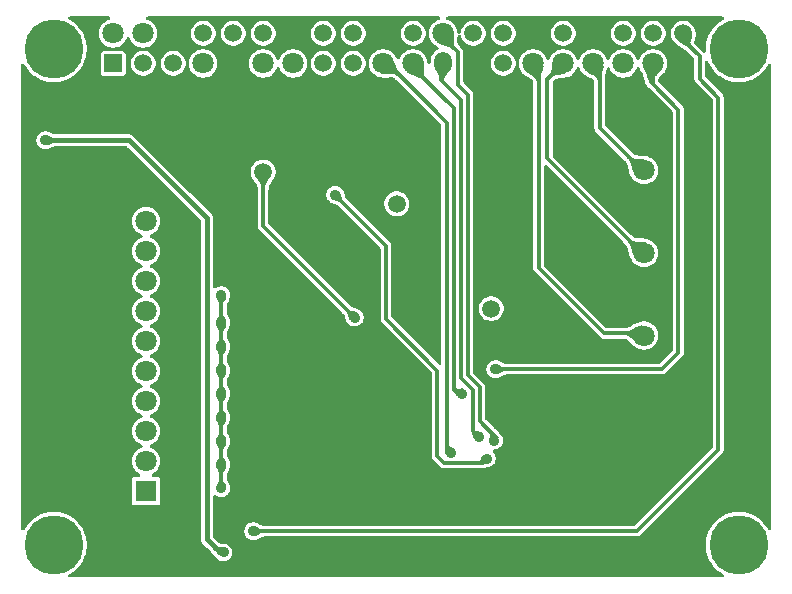
<source format=gbr>
%TF.GenerationSoftware,KiCad,Pcbnew,9.0.6*%
%TF.CreationDate,2025-12-10T21:10:52-05:00*%
%TF.ProjectId,portiloop,706f7274-696c-46f6-9f70-2e6b69636164,2.3*%
%TF.SameCoordinates,Original*%
%TF.FileFunction,Copper,L2,Bot*%
%TF.FilePolarity,Positive*%
%FSLAX46Y46*%
G04 Gerber Fmt 4.6, Leading zero omitted, Abs format (unit mm)*
G04 Created by KiCad (PCBNEW 9.0.6) date 2025-12-10 21:10:52*
%MOMM*%
%LPD*%
G01*
G04 APERTURE LIST*
%TA.AperFunction,ComponentPad*%
%ADD10C,0.600000*%
%TD*%
%TA.AperFunction,ComponentPad*%
%ADD11C,5.000000*%
%TD*%
%TA.AperFunction,ComponentPad*%
%ADD12C,1.500000*%
%TD*%
%TA.AperFunction,ComponentPad*%
%ADD13R,1.800000X1.800000*%
%TD*%
%TA.AperFunction,ComponentPad*%
%ADD14C,1.800000*%
%TD*%
%TA.AperFunction,ComponentPad*%
%ADD15R,1.500000X1.500000*%
%TD*%
%TA.AperFunction,ComponentPad*%
%ADD16O,1.500000X1.900000*%
%TD*%
%TA.AperFunction,ViaPad*%
%ADD17C,0.900000*%
%TD*%
%TA.AperFunction,Conductor*%
%ADD18C,0.300000*%
%TD*%
%TA.AperFunction,Conductor*%
%ADD19C,0.200000*%
%TD*%
%TA.AperFunction,Conductor*%
%ADD20C,0.400000*%
%TD*%
G04 APERTURE END LIST*
D10*
%TO.P,M2,S,S*%
%TO.N,unconnected-(M2-PadS)_1*%
X72119520Y-82637510D03*
%TO.N,unconnected-(M2-PadS)_3*%
X72705310Y-81223300D03*
%TO.N,unconnected-(M2-PadS)_6*%
X72705310Y-84051720D03*
%TO.N,unconnected-(M2-PadS)_4*%
X74119520Y-80637510D03*
D11*
%TO.N,unconnected-(M2-PadS)_2*%
X74119520Y-82637510D03*
D10*
%TO.N,unconnected-(M2-PadS)*%
X74119520Y-84637510D03*
%TO.N,unconnected-(M2-PadS)_7*%
X75533730Y-81223300D03*
%TO.N,unconnected-(M2-PadS)_8*%
X75533730Y-84051720D03*
%TO.N,unconnected-(M2-PadS)_5*%
X76119520Y-82637510D03*
%TD*%
D12*
%TO.P,TP3,1,T*%
%TO.N,+2V5*%
X91853520Y-51059510D03*
%TD*%
D13*
%TO.P,JMP1-R1,1,1*%
%TO.N,GND*%
X124097990Y-48364340D03*
D14*
%TO.P,JMP1-R1,2,2*%
%TO.N,/GPIO25{slash}PWM_B*%
X124097990Y-50904340D03*
%TD*%
D12*
%TO.P,TP1,1,T*%
%TO.N,-2V5*%
X103156520Y-53737510D03*
%TD*%
D10*
%TO.P,M4,S,S*%
%TO.N,unconnected-(M4-PadS)*%
X72119520Y-40637510D03*
%TO.N,unconnected-(M4-PadS)_3*%
X72705310Y-39223300D03*
%TO.N,unconnected-(M4-PadS)_6*%
X72705310Y-42051720D03*
%TO.N,unconnected-(M4-PadS)_7*%
X74119520Y-38637510D03*
D11*
%TO.N,unconnected-(M4-PadS)_8*%
X74119520Y-40637510D03*
D10*
%TO.N,unconnected-(M4-PadS)_2*%
X74119520Y-42637510D03*
%TO.N,unconnected-(M4-PadS)_5*%
X75533730Y-39223300D03*
%TO.N,unconnected-(M4-PadS)_4*%
X75533730Y-42051720D03*
%TO.N,unconnected-(M4-PadS)_1*%
X76119520Y-40637510D03*
%TD*%
D13*
%TO.P,JMP2-R1,1,1*%
%TO.N,GND*%
X124097990Y-55364340D03*
D14*
%TO.P,JMP2-R1,2,2*%
%TO.N,/GPIO64{slash}UART1_RX*%
X124097990Y-57904340D03*
%TD*%
D10*
%TO.P,M3,S,S*%
%TO.N,unconnected-(M3-PadS)_4*%
X130119520Y-40637510D03*
%TO.N,unconnected-(M3-PadS)*%
X130705310Y-39223300D03*
%TO.N,unconnected-(M3-PadS)_7*%
X130705310Y-42051720D03*
%TO.N,unconnected-(M3-PadS)_6*%
X132119520Y-38637510D03*
D11*
%TO.N,unconnected-(M3-PadS)_3*%
X132119520Y-40637510D03*
D10*
%TO.N,unconnected-(M3-PadS)_1*%
X132119520Y-42637510D03*
%TO.N,unconnected-(M3-PadS)_8*%
X133533730Y-39223300D03*
%TO.N,unconnected-(M3-PadS)_5*%
X133533730Y-42051720D03*
%TO.N,unconnected-(M3-PadS)_2*%
X134119520Y-40637510D03*
%TD*%
%TO.P,M1,S,S*%
%TO.N,unconnected-(M1-PadS)_3*%
X130119520Y-82637510D03*
%TO.N,unconnected-(M1-PadS)_5*%
X130705310Y-81223300D03*
%TO.N,unconnected-(M1-PadS)_2*%
X130705310Y-84051720D03*
%TO.N,unconnected-(M1-PadS)_1*%
X132119520Y-80637510D03*
D11*
%TO.N,unconnected-(M1-PadS)_4*%
X132119520Y-82637510D03*
D10*
%TO.N,unconnected-(M1-PadS)*%
X132119520Y-84637510D03*
%TO.N,unconnected-(M1-PadS)_8*%
X133533730Y-81223300D03*
%TO.N,unconnected-(M1-PadS)_6*%
X133533730Y-84051720D03*
%TO.N,unconnected-(M1-PadS)_7*%
X134119520Y-82637510D03*
%TD*%
D13*
%TO.P,JMP3-R1,1,1*%
%TO.N,GND*%
X124097990Y-62364340D03*
D14*
%TO.P,JMP3-R1,2,2*%
%TO.N,/GPIO65{slash}UART1_TX*%
X124097990Y-64904340D03*
%TD*%
D13*
%TO.P,J2-R1,1,1*%
%TO.N,/E1*%
X81937990Y-78064340D03*
D14*
%TO.P,J2-R1,2,2*%
%TO.N,/E2*%
X81937990Y-75524340D03*
%TO.P,J2-R1,3,3*%
%TO.N,/E3*%
X81937990Y-72984340D03*
%TO.P,J2-R1,4,4*%
%TO.N,/E4*%
X81937990Y-70444340D03*
%TO.P,J2-R1,5,5*%
%TO.N,/E5*%
X81937990Y-67904340D03*
%TO.P,J2-R1,6,6*%
%TO.N,/E6*%
X81937990Y-65364340D03*
%TO.P,J2-R1,7,7*%
%TO.N,/E7*%
X81937990Y-62824340D03*
%TO.P,J2-R1,8,8*%
%TO.N,/E8*%
X81937990Y-60284340D03*
%TO.P,J2-R1,9,9*%
%TO.N,/BiasOut*%
X81937990Y-57744340D03*
%TO.P,J2-R1,10,10*%
%TO.N,/Ref*%
X81937990Y-55204340D03*
%TD*%
D12*
%TO.P,TP2,1,T*%
%TO.N,+3.3V*%
X111157520Y-62616510D03*
%TD*%
D15*
%TO.P,J1-A1,1,1*%
%TO.N,unconnected-(J1-A1-Pad1)*%
X79151030Y-41862550D03*
D14*
%TO.P,J1-A1,2,2*%
%TO.N,+5V*%
X79151030Y-39322550D03*
D12*
%TO.P,J1-A1,3,3*%
%TO.N,unconnected-(J1-A1-Pad3)*%
X81691030Y-41862550D03*
D14*
%TO.P,J1-A1,4,4*%
%TO.N,+5V*%
X81691030Y-39322550D03*
D12*
%TO.P,J1-A1,5,5*%
%TO.N,unconnected-(J1-A1-Pad5)*%
X84231030Y-41862550D03*
D14*
%TO.P,J1-A1,6,6*%
%TO.N,GND*%
X84231030Y-39322550D03*
%TO.P,J1-A1,7,7*%
%TO.N,/GPIO22{slash}LED_R*%
X86771030Y-41862550D03*
D12*
%TO.P,J1-A1,8,8*%
%TO.N,unconnected-(J1-A1-Pad8)*%
X86771030Y-39322550D03*
D14*
%TO.P,J1-A1,9,9*%
%TO.N,GND*%
X89311030Y-41862550D03*
D12*
%TO.P,J1-A1,10,10*%
%TO.N,unconnected-(J1-A1-Pad10)*%
X89311030Y-39322550D03*
D14*
%TO.P,J1-A1,11,11*%
%TO.N,/GPIO9{slash}LED_G*%
X91851030Y-41862550D03*
D12*
%TO.P,J1-A1,12,12*%
%TO.N,unconnected-(J1-A1-Pad12)*%
X91851030Y-39322550D03*
D14*
%TO.P,J1-A1,13,13*%
%TO.N,/GPIO10{slash}LED_B*%
X94391030Y-41862550D03*
%TO.P,J1-A1,14,14*%
%TO.N,GND*%
X94391030Y-39322550D03*
D12*
%TO.P,J1-A1,15,15*%
%TO.N,unconnected-(J1-A1-Pad15)*%
X96931030Y-41862550D03*
%TO.P,J1-A1,16,16*%
%TO.N,unconnected-(J1-A1-Pad16)*%
X96931030Y-39322550D03*
%TO.P,J1-A1,17,17*%
%TO.N,unconnected-(J1-A1-Pad17)*%
X99471030Y-41862550D03*
%TO.P,J1-A1,18,18*%
%TO.N,unconnected-(J1-A1-Pad18)*%
X99471030Y-39322550D03*
D14*
%TO.P,J1-A1,19,19*%
%TO.N,/MOSI*%
X102011030Y-41862550D03*
%TO.P,J1-A1,20,20*%
%TO.N,GND*%
X102011030Y-39322550D03*
%TO.P,J1-A1,21,21*%
%TO.N,/MISO*%
X104551030Y-41862550D03*
D12*
%TO.P,J1-A1,22,22*%
%TO.N,unconnected-(J1-A1-Pad22)*%
X104551030Y-39322550D03*
D16*
%TO.P,J1-A1,23,23*%
%TO.N,/SCLK*%
X107091030Y-41862550D03*
D14*
%TO.P,J1-A1,24,24*%
%TO.N,/CS*%
X107091030Y-39322550D03*
D16*
%TO.P,J1-A1,25,25*%
%TO.N,GND*%
X109631030Y-41862550D03*
D12*
%TO.P,J1-A1,26,26*%
%TO.N,unconnected-(J1-A1-Pad26)*%
X109631030Y-39322550D03*
%TO.P,J1-A1,27,27*%
%TO.N,unconnected-(J1-A1-Pad27)*%
X112171030Y-41862550D03*
%TO.P,J1-A1,28,28*%
%TO.N,unconnected-(J1-A1-Pad28)*%
X112171030Y-39322550D03*
D14*
%TO.P,J1-A1,29,29*%
%TO.N,/GPIO65{slash}UART1_TX*%
X114711030Y-41862550D03*
%TO.P,J1-A1,30,30*%
%TO.N,GND*%
X114711030Y-39322550D03*
%TO.P,J1-A1,31,31*%
%TO.N,/GPIO64{slash}UART1_RX*%
X117251030Y-41862550D03*
D12*
%TO.P,J1-A1,32,32*%
%TO.N,unconnected-(J1-A1-Pad32)*%
X117251030Y-39322550D03*
D14*
%TO.P,J1-A1,33,33*%
%TO.N,/GPIO25{slash}PWM_B*%
X119791030Y-41862550D03*
%TO.P,J1-A1,34,34*%
%TO.N,GND*%
X119791030Y-39322550D03*
%TO.P,J1-A1,35,35*%
%TO.N,/GPIO37*%
X122331030Y-41862550D03*
D12*
%TO.P,J1-A1,36,36*%
%TO.N,unconnected-(J1-A1-Pad36)*%
X122331030Y-39322550D03*
D14*
%TO.P,J1-A1,37,37*%
%TO.N,/DRDY*%
X124871030Y-41862550D03*
D12*
%TO.P,J1-A1,38,38*%
%TO.N,unconnected-(J1-A1-Pad38)*%
X124871030Y-39322550D03*
D14*
%TO.P,J1-A1,39,39*%
%TO.N,GND*%
X127411030Y-41862550D03*
D12*
%TO.P,J1-A1,40,40*%
%TO.N,/GPIO39{slash}LEDCTL*%
X127411030Y-39322550D03*
%TD*%
D17*
%TO.N,GND*%
X96000000Y-83700000D03*
X118700000Y-44000000D03*
X106299510Y-64480850D03*
X111601520Y-69666510D03*
X114713520Y-76967510D03*
X102000000Y-83700000D03*
X132000000Y-45500000D03*
X118617990Y-54234340D03*
X119000000Y-78000000D03*
X100419510Y-57300850D03*
X90837520Y-60584510D03*
X102119520Y-69637510D03*
X98119520Y-69637510D03*
X80369510Y-44350850D03*
X98119520Y-73637510D03*
X85701520Y-55766510D03*
X102119520Y-73637510D03*
X119000000Y-83000000D03*
X91091520Y-48773510D03*
X118700000Y-49000000D03*
X106204520Y-58425510D03*
X105696520Y-51440510D03*
X84000000Y-83700000D03*
X115119510Y-63400850D03*
X90000000Y-83700000D03*
X119000000Y-73000000D03*
%TO.N,+2V5*%
X99600520Y-63378510D03*
%TO.N,/CS*%
X111411520Y-73792510D03*
%TO.N,/SCLK*%
X110101520Y-73466510D03*
%TO.N,/DRDY*%
X111501520Y-67748430D03*
%TO.N,/MISO*%
X108684004Y-69816737D03*
%TO.N,/START*%
X110776520Y-75316510D03*
X97949520Y-52964510D03*
%TO.N,Net-(U5A-SRB1)*%
X88299510Y-63825510D03*
X88299510Y-67827510D03*
X88299510Y-69827510D03*
X88299510Y-77827510D03*
X88297520Y-61473510D03*
X88299510Y-71826510D03*
X88299510Y-75827510D03*
X88299510Y-73827510D03*
X88299510Y-65827510D03*
%TO.N,/MOSI*%
X107728520Y-74808510D03*
%TO.N,/LEDGNDCTL*%
X73401520Y-48366510D03*
X88501520Y-83266510D03*
%TO.N,/GPIO39{slash}LEDCTL*%
X91001520Y-81466510D03*
%TD*%
D18*
%TO.N,/CS*%
X107091030Y-39322550D02*
X107091030Y-39656020D01*
X109201520Y-68266510D02*
X110201520Y-69266510D01*
X107091030Y-39656020D02*
X108363520Y-40928510D01*
X108363520Y-40928510D02*
X108363520Y-43678510D01*
X108363520Y-43678510D02*
X109201520Y-44516510D01*
X110201520Y-69266510D02*
X110201520Y-72166510D01*
X109201520Y-44516510D02*
X109201520Y-68266510D01*
X110201520Y-72166510D02*
X111411520Y-73376510D01*
X111411520Y-73376510D02*
X111411520Y-73792510D01*
%TO.N,/MOSI*%
X107728520Y-74808510D02*
X107401520Y-74481510D01*
X107401520Y-74481510D02*
X107401520Y-46866510D01*
X107401520Y-46866510D02*
X102397560Y-41862550D01*
X102397560Y-41862550D02*
X102011030Y-41862550D01*
%TO.N,/SCLK*%
X107091030Y-41862550D02*
X106901520Y-42052060D01*
X106901520Y-43266510D02*
X108601520Y-44966510D01*
X106901520Y-42052060D02*
X106901520Y-43266510D01*
X108601520Y-68516510D02*
X109601520Y-69516510D01*
X108601520Y-44966510D02*
X108601520Y-68516510D01*
X109601520Y-69516510D02*
X109601520Y-72966510D01*
X109601520Y-72966510D02*
X110101520Y-73466510D01*
%TO.N,/MISO*%
X108684004Y-69816737D02*
X108451747Y-69816737D01*
X108451747Y-69816737D02*
X108001520Y-69366510D01*
X104551030Y-42216020D02*
X104551030Y-41862550D01*
X108001520Y-69366510D02*
X108001520Y-45666510D01*
X108001520Y-45666510D02*
X104551030Y-42216020D01*
%TO.N,/DRDY*%
X111501520Y-67748430D02*
X125619600Y-67748430D01*
X125619600Y-67748430D02*
X127001520Y-66366510D01*
X127001520Y-66366510D02*
X127001520Y-45766510D01*
X127001520Y-45766510D02*
X124871030Y-43636020D01*
X124871030Y-43636020D02*
X124871030Y-41862550D01*
%TO.N,/GPIO39{slash}LEDCTL*%
X91001520Y-81466510D02*
X123501520Y-81466510D01*
X123501520Y-81466510D02*
X130401520Y-74566510D01*
X130401520Y-74566510D02*
X130401520Y-44766510D01*
X130401520Y-44766510D02*
X128801520Y-43166510D01*
X128801520Y-43166510D02*
X128801520Y-41266510D01*
X128801520Y-41266510D02*
X127411030Y-39876020D01*
X127411030Y-39876020D02*
X127411030Y-39322550D01*
%TO.N,GND*%
X106204520Y-58425510D02*
X106204520Y-52110870D01*
D19*
X98219510Y-57300850D02*
X95019510Y-54100850D01*
D18*
X105696520Y-51602870D02*
X106204520Y-52110870D01*
D19*
X100419510Y-57300850D02*
X98219510Y-57300850D01*
D18*
X106299510Y-64480850D02*
X106204520Y-64385860D01*
D19*
X95019510Y-50400850D02*
X93392170Y-48773510D01*
X93392170Y-48773510D02*
X91091520Y-48773510D01*
D18*
X106204520Y-64385860D02*
X106204520Y-58425510D01*
D19*
X95019510Y-54100850D02*
X95019510Y-50400850D01*
D18*
X105696520Y-51602870D02*
X105696520Y-51440510D01*
%TO.N,+2V5*%
X91853520Y-55631510D02*
X91853520Y-51059510D01*
X91853520Y-55631510D02*
X99600520Y-63378510D01*
%TO.N,/START*%
X97949520Y-53010860D02*
X97949520Y-52964510D01*
X106601520Y-67866510D02*
X102239510Y-63504500D01*
X110426520Y-75666510D02*
X107201520Y-75666510D01*
X107201520Y-75666510D02*
X106601520Y-75066510D01*
X102239510Y-63504500D02*
X102239510Y-57300850D01*
X110776520Y-75316510D02*
X110426520Y-75666510D01*
X106601520Y-75066510D02*
X106601520Y-67866510D01*
X102239510Y-57300850D02*
X97949520Y-53010860D01*
%TO.N,Net-(U5A-SRB1)*%
X88299510Y-77827510D02*
X88299510Y-75827510D01*
X88298520Y-63824510D02*
X88299510Y-63825510D01*
X88298520Y-63824510D02*
X88298520Y-61474510D01*
X88299510Y-65827510D02*
X88299510Y-63825510D01*
X88299510Y-69827510D02*
X88299510Y-67827510D01*
X88299510Y-75827510D02*
X88299510Y-73827510D01*
X88299510Y-67827510D02*
X88299510Y-65827510D01*
X88297520Y-61473510D02*
X88298520Y-61474510D01*
X88299510Y-73827510D02*
X88299510Y-71826510D01*
X88299510Y-71826510D02*
X88299510Y-69827510D01*
%TO.N,/GPIO25{slash}PWM_B*%
X123956170Y-50907510D02*
X120339510Y-47290850D01*
X120339510Y-47290850D02*
X120339510Y-42411030D01*
X120339510Y-42411030D02*
X119791030Y-41862550D01*
X124119520Y-50907510D02*
X123956170Y-50907510D01*
%TO.N,/GPIO65{slash}UART1_TX*%
X114711030Y-41862550D02*
X115169510Y-42321030D01*
X123928740Y-64716730D02*
X124119520Y-64907510D01*
X115169510Y-59170850D02*
X120715390Y-64716730D01*
X120715390Y-64716730D02*
X123928740Y-64716730D01*
X115169510Y-42321030D02*
X115169510Y-59170850D01*
%TO.N,/GPIO64{slash}UART1_RX*%
X115909510Y-43204070D02*
X115909510Y-49900850D01*
X117251030Y-41862550D02*
X115909510Y-43204070D01*
X123402080Y-57533730D02*
X123775860Y-57907510D01*
X123775860Y-57907510D02*
X124119520Y-57907510D01*
X123402080Y-57393420D02*
X123402080Y-57533730D01*
X115909510Y-49900850D02*
X123402080Y-57393420D01*
D20*
%TO.N,/LEDGNDCTL*%
X88201520Y-83266510D02*
X87101520Y-82166510D01*
X87101520Y-54966510D02*
X80501520Y-48366510D01*
X87101520Y-82166510D02*
X87101520Y-54966510D01*
X80501520Y-48366510D02*
X73401520Y-48366510D01*
X88501520Y-83266510D02*
X88201520Y-83266510D01*
%TD*%
%TA.AperFunction,Conductor*%
%TO.N,GND*%
G36*
X78842683Y-37907732D02*
G01*
X78895391Y-37960440D01*
X78914683Y-38032440D01*
X78895391Y-38104440D01*
X78842683Y-38157148D01*
X78815183Y-38169392D01*
X78690197Y-38210003D01*
X78690196Y-38210003D01*
X78521827Y-38295792D01*
X78521824Y-38295794D01*
X78368958Y-38406857D01*
X78235337Y-38540478D01*
X78124274Y-38693344D01*
X78124272Y-38693347D01*
X78038483Y-38861716D01*
X78038480Y-38861724D01*
X77980090Y-39041431D01*
X77980089Y-39041435D01*
X77950530Y-39228066D01*
X77950530Y-39417033D01*
X77980089Y-39603664D01*
X77980090Y-39603668D01*
X78038480Y-39783375D01*
X78038483Y-39783383D01*
X78124272Y-39951752D01*
X78124274Y-39951755D01*
X78235337Y-40104621D01*
X78368958Y-40238242D01*
X78498942Y-40332680D01*
X78521831Y-40349310D01*
X78690198Y-40435097D01*
X78869912Y-40493490D01*
X79056549Y-40523050D01*
X79056552Y-40523050D01*
X79245508Y-40523050D01*
X79245511Y-40523050D01*
X79432148Y-40493490D01*
X79611862Y-40435097D01*
X79780229Y-40349310D01*
X79912112Y-40253491D01*
X79933101Y-40238242D01*
X80066722Y-40104621D01*
X80159873Y-39976409D01*
X80177790Y-39951749D01*
X80263577Y-39783382D01*
X80284078Y-39720287D01*
X80324675Y-39657772D01*
X80391090Y-39623932D01*
X80465528Y-39627833D01*
X80528043Y-39668430D01*
X80557982Y-39720287D01*
X80578480Y-39783375D01*
X80578483Y-39783383D01*
X80664272Y-39951752D01*
X80664274Y-39951755D01*
X80775337Y-40104621D01*
X80908958Y-40238242D01*
X81038942Y-40332680D01*
X81061831Y-40349310D01*
X81230198Y-40435097D01*
X81409912Y-40493490D01*
X81596549Y-40523050D01*
X81596552Y-40523050D01*
X81785508Y-40523050D01*
X81785511Y-40523050D01*
X81972148Y-40493490D01*
X82151862Y-40435097D01*
X82320229Y-40349310D01*
X82452112Y-40253491D01*
X82473101Y-40238242D01*
X82606722Y-40104621D01*
X82699873Y-39976409D01*
X82717790Y-39951749D01*
X82803577Y-39783382D01*
X82861970Y-39603668D01*
X82891530Y-39417031D01*
X82891530Y-39228069D01*
X82890107Y-39219085D01*
X85720530Y-39219085D01*
X85720530Y-39426014D01*
X85760900Y-39628972D01*
X85840088Y-39820147D01*
X85955054Y-39992207D01*
X86101372Y-40138525D01*
X86273432Y-40253491D01*
X86464607Y-40332679D01*
X86464609Y-40332679D01*
X86464610Y-40332680D01*
X86667565Y-40373050D01*
X86874495Y-40373050D01*
X87077450Y-40332680D01*
X87268628Y-40253491D01*
X87440685Y-40138527D01*
X87587007Y-39992205D01*
X87701971Y-39820148D01*
X87781160Y-39628970D01*
X87821530Y-39426015D01*
X87821530Y-39219085D01*
X88260530Y-39219085D01*
X88260530Y-39426014D01*
X88300900Y-39628972D01*
X88380088Y-39820147D01*
X88495054Y-39992207D01*
X88641372Y-40138525D01*
X88813432Y-40253491D01*
X89004607Y-40332679D01*
X89004609Y-40332679D01*
X89004610Y-40332680D01*
X89207565Y-40373050D01*
X89414495Y-40373050D01*
X89617450Y-40332680D01*
X89808628Y-40253491D01*
X89980685Y-40138527D01*
X90127007Y-39992205D01*
X90241971Y-39820148D01*
X90321160Y-39628970D01*
X90361530Y-39426015D01*
X90361530Y-39219085D01*
X90800530Y-39219085D01*
X90800530Y-39426014D01*
X90840900Y-39628972D01*
X90920088Y-39820147D01*
X91035054Y-39992207D01*
X91181372Y-40138525D01*
X91353432Y-40253491D01*
X91544607Y-40332679D01*
X91544609Y-40332679D01*
X91544610Y-40332680D01*
X91747565Y-40373050D01*
X91954495Y-40373050D01*
X92157450Y-40332680D01*
X92348628Y-40253491D01*
X92520685Y-40138527D01*
X92667007Y-39992205D01*
X92781971Y-39820148D01*
X92861160Y-39628970D01*
X92901530Y-39426015D01*
X92901530Y-39219085D01*
X95880530Y-39219085D01*
X95880530Y-39426014D01*
X95920900Y-39628972D01*
X96000088Y-39820147D01*
X96115054Y-39992207D01*
X96261372Y-40138525D01*
X96433432Y-40253491D01*
X96624607Y-40332679D01*
X96624609Y-40332679D01*
X96624610Y-40332680D01*
X96827565Y-40373050D01*
X97034495Y-40373050D01*
X97237450Y-40332680D01*
X97428628Y-40253491D01*
X97600685Y-40138527D01*
X97747007Y-39992205D01*
X97861971Y-39820148D01*
X97941160Y-39628970D01*
X97981530Y-39426015D01*
X97981530Y-39219085D01*
X98420530Y-39219085D01*
X98420530Y-39426014D01*
X98460900Y-39628972D01*
X98540088Y-39820147D01*
X98655054Y-39992207D01*
X98801372Y-40138525D01*
X98973432Y-40253491D01*
X99164607Y-40332679D01*
X99164609Y-40332679D01*
X99164610Y-40332680D01*
X99367565Y-40373050D01*
X99574495Y-40373050D01*
X99777450Y-40332680D01*
X99968628Y-40253491D01*
X100140685Y-40138527D01*
X100287007Y-39992205D01*
X100401971Y-39820148D01*
X100481160Y-39628970D01*
X100521530Y-39426015D01*
X100521530Y-39219085D01*
X103500530Y-39219085D01*
X103500530Y-39426014D01*
X103540900Y-39628972D01*
X103620088Y-39820147D01*
X103735054Y-39992207D01*
X103881372Y-40138525D01*
X104053432Y-40253491D01*
X104244607Y-40332679D01*
X104244609Y-40332679D01*
X104244610Y-40332680D01*
X104447565Y-40373050D01*
X104654495Y-40373050D01*
X104857450Y-40332680D01*
X105048628Y-40253491D01*
X105220685Y-40138527D01*
X105367007Y-39992205D01*
X105481971Y-39820148D01*
X105561160Y-39628970D01*
X105601530Y-39426015D01*
X105601530Y-39219085D01*
X105561160Y-39016130D01*
X105549229Y-38987327D01*
X105481971Y-38824952D01*
X105367005Y-38652892D01*
X105220687Y-38506574D01*
X105048627Y-38391608D01*
X104857452Y-38312420D01*
X104857453Y-38312420D01*
X104654495Y-38272050D01*
X104447565Y-38272050D01*
X104244607Y-38312420D01*
X104053432Y-38391608D01*
X103881372Y-38506574D01*
X103735054Y-38652892D01*
X103620088Y-38824952D01*
X103540900Y-39016127D01*
X103500530Y-39219085D01*
X100521530Y-39219085D01*
X100481160Y-39016130D01*
X100469229Y-38987327D01*
X100401971Y-38824952D01*
X100287005Y-38652892D01*
X100140687Y-38506574D01*
X99968627Y-38391608D01*
X99777452Y-38312420D01*
X99777453Y-38312420D01*
X99574495Y-38272050D01*
X99367565Y-38272050D01*
X99164607Y-38312420D01*
X98973432Y-38391608D01*
X98801372Y-38506574D01*
X98655054Y-38652892D01*
X98540088Y-38824952D01*
X98460900Y-39016127D01*
X98420530Y-39219085D01*
X97981530Y-39219085D01*
X97941160Y-39016130D01*
X97929229Y-38987327D01*
X97861971Y-38824952D01*
X97747005Y-38652892D01*
X97600687Y-38506574D01*
X97428627Y-38391608D01*
X97237452Y-38312420D01*
X97237453Y-38312420D01*
X97034495Y-38272050D01*
X96827565Y-38272050D01*
X96624607Y-38312420D01*
X96433432Y-38391608D01*
X96261372Y-38506574D01*
X96115054Y-38652892D01*
X96000088Y-38824952D01*
X95920900Y-39016127D01*
X95880530Y-39219085D01*
X92901530Y-39219085D01*
X92861160Y-39016130D01*
X92849229Y-38987327D01*
X92781971Y-38824952D01*
X92667005Y-38652892D01*
X92520687Y-38506574D01*
X92348627Y-38391608D01*
X92157452Y-38312420D01*
X92157453Y-38312420D01*
X91954495Y-38272050D01*
X91747565Y-38272050D01*
X91544607Y-38312420D01*
X91353432Y-38391608D01*
X91181372Y-38506574D01*
X91035054Y-38652892D01*
X90920088Y-38824952D01*
X90840900Y-39016127D01*
X90800530Y-39219085D01*
X90361530Y-39219085D01*
X90321160Y-39016130D01*
X90309229Y-38987327D01*
X90241971Y-38824952D01*
X90127005Y-38652892D01*
X89980687Y-38506574D01*
X89808627Y-38391608D01*
X89617452Y-38312420D01*
X89617453Y-38312420D01*
X89414495Y-38272050D01*
X89207565Y-38272050D01*
X89004607Y-38312420D01*
X88813432Y-38391608D01*
X88641372Y-38506574D01*
X88495054Y-38652892D01*
X88380088Y-38824952D01*
X88300900Y-39016127D01*
X88260530Y-39219085D01*
X87821530Y-39219085D01*
X87781160Y-39016130D01*
X87769229Y-38987327D01*
X87701971Y-38824952D01*
X87587005Y-38652892D01*
X87440687Y-38506574D01*
X87268627Y-38391608D01*
X87077452Y-38312420D01*
X87077453Y-38312420D01*
X86874495Y-38272050D01*
X86667565Y-38272050D01*
X86464607Y-38312420D01*
X86273432Y-38391608D01*
X86101372Y-38506574D01*
X85955054Y-38652892D01*
X85840088Y-38824952D01*
X85760900Y-39016127D01*
X85720530Y-39219085D01*
X82890107Y-39219085D01*
X82861970Y-39041432D01*
X82803577Y-38861718D01*
X82717790Y-38693351D01*
X82671213Y-38629243D01*
X82606722Y-38540478D01*
X82473101Y-38406857D01*
X82320235Y-38295794D01*
X82320232Y-38295792D01*
X82320231Y-38295791D01*
X82320229Y-38295790D01*
X82239316Y-38254563D01*
X82151863Y-38210003D01*
X82151859Y-38210001D01*
X82026876Y-38169392D01*
X81964362Y-38128794D01*
X81930522Y-38062379D01*
X81934423Y-37987941D01*
X81975021Y-37925427D01*
X82041436Y-37891587D01*
X82071366Y-37888440D01*
X106710686Y-37888440D01*
X106782685Y-37907732D01*
X106835393Y-37960440D01*
X106854685Y-38032440D01*
X106835393Y-38104440D01*
X106782685Y-38157148D01*
X106755184Y-38169392D01*
X106630200Y-38210001D01*
X106630196Y-38210003D01*
X106461827Y-38295792D01*
X106461824Y-38295794D01*
X106308958Y-38406857D01*
X106175337Y-38540478D01*
X106064274Y-38693344D01*
X106064272Y-38693347D01*
X105978483Y-38861716D01*
X105978480Y-38861724D01*
X105920090Y-39041431D01*
X105920089Y-39041435D01*
X105890530Y-39228066D01*
X105890530Y-39417033D01*
X105920089Y-39603664D01*
X105920090Y-39603668D01*
X105978480Y-39783375D01*
X105978483Y-39783383D01*
X106064272Y-39951752D01*
X106064274Y-39951755D01*
X106175337Y-40104621D01*
X106308953Y-40238237D01*
X106308956Y-40238239D01*
X106308957Y-40238240D01*
X106421372Y-40319915D01*
X106438915Y-40336090D01*
X106566153Y-40415873D01*
X106574176Y-40420734D01*
X106574805Y-40421102D01*
X106583227Y-40425852D01*
X106645790Y-40459844D01*
X106649634Y-40462259D01*
X106671994Y-40486353D01*
X106695833Y-40508988D01*
X106697159Y-40513469D01*
X106700339Y-40516896D01*
X106707656Y-40548943D01*
X106716984Y-40580464D01*
X106715891Y-40585009D01*
X106716932Y-40589566D01*
X106707246Y-40620976D01*
X106699563Y-40652940D01*
X106696344Y-40656330D01*
X106694967Y-40660796D01*
X106670872Y-40683156D01*
X106648238Y-40706995D01*
X106641471Y-40710441D01*
X106640330Y-40711501D01*
X106638629Y-40711889D01*
X106628141Y-40717232D01*
X106593429Y-40731610D01*
X106421372Y-40846574D01*
X106275054Y-40992892D01*
X106160088Y-41164952D01*
X106080900Y-41356127D01*
X106040530Y-41559085D01*
X106040530Y-41747171D01*
X106033981Y-41771612D01*
X106031702Y-41796816D01*
X106024482Y-41807062D01*
X106021238Y-41819171D01*
X106003343Y-41837065D01*
X105988769Y-41857751D01*
X105977393Y-41863015D01*
X105968530Y-41871879D01*
X105944087Y-41878428D01*
X105921122Y-41889056D01*
X105908636Y-41887927D01*
X105896530Y-41891171D01*
X105872088Y-41884622D01*
X105846885Y-41882343D01*
X105836638Y-41875123D01*
X105824530Y-41871879D01*
X105806635Y-41853984D01*
X105785950Y-41839410D01*
X105781041Y-41828390D01*
X105771822Y-41819171D01*
X105754645Y-41771763D01*
X105754292Y-41769727D01*
X105737879Y-41655663D01*
X105736591Y-41647500D01*
X105736487Y-41646894D01*
X105733624Y-41632338D01*
X105728329Y-41619932D01*
X105725467Y-41603417D01*
X105725527Y-41602749D01*
X105725124Y-41601348D01*
X105721970Y-41581435D01*
X105721970Y-41581432D01*
X105684078Y-41464813D01*
X105663578Y-41401720D01*
X105663576Y-41401716D01*
X105640347Y-41356127D01*
X105577790Y-41233351D01*
X105577785Y-41233344D01*
X105466722Y-41080478D01*
X105333101Y-40946857D01*
X105180235Y-40835794D01*
X105180232Y-40835792D01*
X105180231Y-40835791D01*
X105180229Y-40835790D01*
X105099316Y-40794563D01*
X105011863Y-40750003D01*
X105011855Y-40750000D01*
X104832148Y-40691610D01*
X104832144Y-40691609D01*
X104645513Y-40662050D01*
X104645511Y-40662050D01*
X104456549Y-40662050D01*
X104456546Y-40662050D01*
X104269915Y-40691609D01*
X104269911Y-40691610D01*
X104090204Y-40750000D01*
X104090196Y-40750003D01*
X103921827Y-40835792D01*
X103921824Y-40835794D01*
X103768958Y-40946857D01*
X103635337Y-41080478D01*
X103524274Y-41233344D01*
X103524272Y-41233347D01*
X103438483Y-41401716D01*
X103438483Y-41401717D01*
X103430733Y-41425570D01*
X103390135Y-41488084D01*
X103323719Y-41521924D01*
X103249281Y-41518022D01*
X103186767Y-41477424D01*
X103164654Y-41444806D01*
X103159017Y-41433385D01*
X103152674Y-41421229D01*
X103152169Y-41420312D01*
X103145331Y-41408525D01*
X103026463Y-41213772D01*
X103023247Y-41208620D01*
X103022995Y-41208225D01*
X103022310Y-41207201D01*
X103015664Y-41197262D01*
X103015662Y-41197260D01*
X103010106Y-41191819D01*
X102994366Y-41173584D01*
X102926720Y-41080477D01*
X102926717Y-41080474D01*
X102926711Y-41080467D01*
X102793101Y-40946857D01*
X102640235Y-40835794D01*
X102640232Y-40835792D01*
X102640231Y-40835791D01*
X102640229Y-40835790D01*
X102559316Y-40794563D01*
X102471863Y-40750003D01*
X102471855Y-40750000D01*
X102292148Y-40691610D01*
X102292144Y-40691609D01*
X102105513Y-40662050D01*
X102105511Y-40662050D01*
X101916549Y-40662050D01*
X101916546Y-40662050D01*
X101729915Y-40691609D01*
X101729911Y-40691610D01*
X101550204Y-40750000D01*
X101550196Y-40750003D01*
X101381827Y-40835792D01*
X101381824Y-40835794D01*
X101228958Y-40946857D01*
X101095337Y-41080478D01*
X100984274Y-41233344D01*
X100984272Y-41233347D01*
X100898483Y-41401716D01*
X100898480Y-41401724D01*
X100840090Y-41581431D01*
X100840089Y-41581435D01*
X100810530Y-41768066D01*
X100810530Y-41957033D01*
X100840089Y-42143664D01*
X100840090Y-42143668D01*
X100898480Y-42323375D01*
X100898483Y-42323383D01*
X100932874Y-42390879D01*
X100984268Y-42491746D01*
X100984272Y-42491752D01*
X100984274Y-42491755D01*
X101095337Y-42644621D01*
X101228958Y-42778242D01*
X101367225Y-42878698D01*
X101381831Y-42889310D01*
X101550198Y-42975097D01*
X101729912Y-43033490D01*
X101768415Y-43039588D01*
X101775202Y-43040663D01*
X101796678Y-43045777D01*
X101809578Y-43049918D01*
X102044456Y-43079612D01*
X102066430Y-43081587D01*
X102068110Y-43081677D01*
X102090002Y-43082064D01*
X102322633Y-43077838D01*
X102338076Y-43077166D01*
X102338949Y-43077105D01*
X102339255Y-43077085D01*
X102346885Y-43076366D01*
X102354518Y-43075648D01*
X102550638Y-43052205D01*
X102551630Y-43052091D01*
X102723293Y-43033103D01*
X102739912Y-43032233D01*
X102778134Y-43032446D01*
X102797779Y-43033903D01*
X102815688Y-43036472D01*
X102825678Y-43037905D01*
X102848707Y-43043167D01*
X102874983Y-43051489D01*
X102897074Y-43060562D01*
X102936041Y-43080491D01*
X102954059Y-43091440D01*
X103013909Y-43134104D01*
X103027135Y-43144763D01*
X103116519Y-43225943D01*
X103116523Y-43225945D01*
X103121365Y-43228934D01*
X103147557Y-43249650D01*
X106908843Y-47010936D01*
X106946113Y-47075489D01*
X106951020Y-47112759D01*
X106951020Y-67231260D01*
X106931728Y-67303260D01*
X106879020Y-67355968D01*
X106807020Y-67375260D01*
X106735020Y-67355968D01*
X106705197Y-67333083D01*
X102732187Y-63360073D01*
X102694917Y-63295520D01*
X102690010Y-63258250D01*
X102690010Y-57241542D01*
X102690009Y-57241538D01*
X102686888Y-57229892D01*
X102659309Y-57126964D01*
X102659309Y-57126963D01*
X102599999Y-57024236D01*
X102599996Y-57024233D01*
X102599994Y-57024230D01*
X99304557Y-53728794D01*
X99209808Y-53634045D01*
X102106020Y-53634045D01*
X102106020Y-53840974D01*
X102146390Y-54043932D01*
X102225578Y-54235107D01*
X102340544Y-54407167D01*
X102486862Y-54553485D01*
X102658922Y-54668451D01*
X102850097Y-54747639D01*
X102850099Y-54747639D01*
X102850100Y-54747640D01*
X103053055Y-54788010D01*
X103259985Y-54788010D01*
X103462940Y-54747640D01*
X103654118Y-54668451D01*
X103826175Y-54553487D01*
X103972497Y-54407165D01*
X104087461Y-54235108D01*
X104166650Y-54043930D01*
X104207020Y-53840975D01*
X104207020Y-53634045D01*
X104166650Y-53431090D01*
X104120638Y-53320009D01*
X104087461Y-53239912D01*
X103972495Y-53067852D01*
X103826177Y-52921534D01*
X103654117Y-52806568D01*
X103462942Y-52727380D01*
X103462943Y-52727380D01*
X103259985Y-52687010D01*
X103053055Y-52687010D01*
X102850097Y-52727380D01*
X102658922Y-52806568D01*
X102486862Y-52921534D01*
X102340544Y-53067852D01*
X102225578Y-53239912D01*
X102146390Y-53431087D01*
X102106020Y-53634045D01*
X99209808Y-53634045D01*
X98905084Y-53329321D01*
X98896785Y-53320284D01*
X98889914Y-53312129D01*
X98881391Y-53298300D01*
X98837874Y-53250366D01*
X98836161Y-53248333D01*
X98835796Y-53247556D01*
X98829338Y-53239570D01*
X98821592Y-53228789D01*
X98807536Y-53204555D01*
X98792681Y-53172007D01*
X98782244Y-53139258D01*
X98766419Y-53056483D01*
X98765479Y-53050994D01*
X98754244Y-52976771D01*
X98752000Y-52963829D01*
X98751808Y-52962847D01*
X98748944Y-52949741D01*
X98748941Y-52949726D01*
X98727390Y-52860548D01*
X98721720Y-52840197D01*
X98721233Y-52838657D01*
X98714199Y-52818818D01*
X98674930Y-52719113D01*
X98665887Y-52698428D01*
X98665884Y-52698422D01*
X98665878Y-52698408D01*
X98665146Y-52696890D01*
X98665139Y-52696876D01*
X98654651Y-52677017D01*
X98594625Y-52572818D01*
X98589586Y-52564387D01*
X98589190Y-52563748D01*
X98579925Y-52549678D01*
X98576095Y-52545919D01*
X98557233Y-52523153D01*
X98532468Y-52486090D01*
X98427940Y-52381562D01*
X98427935Y-52381558D01*
X98305019Y-52299428D01*
X98305017Y-52299426D01*
X98168434Y-52242852D01*
X98023438Y-52214010D01*
X97875602Y-52214010D01*
X97730605Y-52242852D01*
X97594022Y-52299426D01*
X97594020Y-52299428D01*
X97471104Y-52381558D01*
X97471099Y-52381562D01*
X97366572Y-52486089D01*
X97366568Y-52486094D01*
X97284438Y-52609010D01*
X97284436Y-52609012D01*
X97227862Y-52745595D01*
X97213297Y-52818818D01*
X97199020Y-52890592D01*
X97199020Y-53038428D01*
X97204873Y-53067852D01*
X97227862Y-53183424D01*
X97284436Y-53320007D01*
X97284438Y-53320009D01*
X97366568Y-53442925D01*
X97366572Y-53442930D01*
X97471100Y-53547458D01*
X97520198Y-53580265D01*
X97536483Y-53592922D01*
X97550832Y-53605827D01*
X97550834Y-53605828D01*
X97550836Y-53605830D01*
X97634971Y-53657142D01*
X97634980Y-53657147D01*
X97647133Y-53664180D01*
X97648061Y-53664689D01*
X97660127Y-53670962D01*
X97742430Y-53711449D01*
X97760424Y-53719590D01*
X97761825Y-53720170D01*
X97780435Y-53727173D01*
X97938912Y-53780997D01*
X97948208Y-53783990D01*
X97948921Y-53784207D01*
X97958243Y-53786883D01*
X97975500Y-53791541D01*
X97977929Y-53792221D01*
X98038678Y-53809843D01*
X98053839Y-53815177D01*
X98083181Y-53827380D01*
X98085129Y-53828190D01*
X98106931Y-53839528D01*
X98142824Y-53862282D01*
X98161018Y-53875945D01*
X98240144Y-53945789D01*
X98240145Y-53945790D01*
X98240148Y-53945792D01*
X98243204Y-53947633D01*
X98270705Y-53969148D01*
X101746833Y-57445276D01*
X101784103Y-57509829D01*
X101789010Y-57547099D01*
X101789010Y-63563811D01*
X101789155Y-63564351D01*
X101803019Y-63616091D01*
X101805846Y-63626640D01*
X101819711Y-63678389D01*
X101879021Y-63781114D01*
X101879025Y-63781119D01*
X106108843Y-68010936D01*
X106146113Y-68075489D01*
X106151020Y-68112759D01*
X106151020Y-75125821D01*
X106174103Y-75211966D01*
X106174104Y-75211969D01*
X106181720Y-75240397D01*
X106241031Y-75343124D01*
X106241035Y-75343129D01*
X106924900Y-76026994D01*
X106924905Y-76026998D01*
X106924906Y-76026999D01*
X107027633Y-76086309D01*
X107037005Y-76088820D01*
X107142211Y-76117010D01*
X109999200Y-76117010D01*
X110026860Y-76119691D01*
X110039148Y-76122097D01*
X110241436Y-76123815D01*
X110246033Y-76123819D01*
X110246338Y-76123817D01*
X110249701Y-76123777D01*
X110520811Y-76119014D01*
X110542318Y-76117877D01*
X110543960Y-76117732D01*
X110565351Y-76115079D01*
X110900603Y-76061441D01*
X110905891Y-76060548D01*
X110906301Y-76060475D01*
X110918619Y-76058019D01*
X110925126Y-76055251D01*
X110953387Y-76046531D01*
X110995433Y-76038168D01*
X111132015Y-75981594D01*
X111254936Y-75899461D01*
X111359471Y-75794926D01*
X111441604Y-75672005D01*
X111498178Y-75535423D01*
X111527020Y-75390428D01*
X111527020Y-75242592D01*
X111498178Y-75097597D01*
X111469111Y-75027423D01*
X111441603Y-74961012D01*
X111441601Y-74961010D01*
X111359471Y-74838094D01*
X111359467Y-74838089D01*
X111310211Y-74788833D01*
X111272941Y-74724280D01*
X111272941Y-74649740D01*
X111310211Y-74585187D01*
X111374764Y-74547917D01*
X111412034Y-74543010D01*
X111485438Y-74543010D01*
X111630433Y-74514168D01*
X111767015Y-74457594D01*
X111767015Y-74457593D01*
X111767017Y-74457593D01*
X111767019Y-74457591D01*
X111889936Y-74375461D01*
X111994471Y-74270926D01*
X112076604Y-74148005D01*
X112133178Y-74011423D01*
X112162020Y-73866428D01*
X112162020Y-73718592D01*
X112133178Y-73573597D01*
X112079980Y-73445165D01*
X112076605Y-73437017D01*
X112076599Y-73437006D01*
X112046077Y-73391328D01*
X112035147Y-73371853D01*
X112027593Y-73355546D01*
X112027591Y-73355543D01*
X112027591Y-73355542D01*
X111941270Y-73234276D01*
X111934029Y-73224521D01*
X111933462Y-73223788D01*
X111925897Y-73214397D01*
X111847456Y-73120865D01*
X111834007Y-73105863D01*
X111832941Y-73104750D01*
X111818562Y-73090693D01*
X111818552Y-73090683D01*
X111680568Y-72964405D01*
X111672846Y-72957574D01*
X111672249Y-72957063D01*
X111664488Y-72950646D01*
X111664478Y-72950638D01*
X111664449Y-72950614D01*
X111633713Y-72926046D01*
X111632265Y-72924873D01*
X111615677Y-72911242D01*
X111529824Y-72840693D01*
X111523013Y-72834726D01*
X111390752Y-72711274D01*
X111389435Y-72710052D01*
X111389433Y-72710050D01*
X111389429Y-72710047D01*
X111383708Y-72706458D01*
X111358413Y-72686300D01*
X110694197Y-72022084D01*
X110656927Y-71957531D01*
X110652020Y-71920261D01*
X110652020Y-69207202D01*
X110652019Y-69207198D01*
X110650540Y-69201680D01*
X110621319Y-69092624D01*
X110612304Y-69077010D01*
X110562010Y-68989897D01*
X109694197Y-68122084D01*
X109656927Y-68057531D01*
X109652020Y-68020261D01*
X109652020Y-67674512D01*
X110751020Y-67674512D01*
X110751020Y-67822347D01*
X110779862Y-67967344D01*
X110836436Y-68103927D01*
X110836438Y-68103929D01*
X110918568Y-68226845D01*
X110918572Y-68226850D01*
X111023099Y-68331377D01*
X111023104Y-68331381D01*
X111146020Y-68413511D01*
X111146022Y-68413513D01*
X111217042Y-68442930D01*
X111282607Y-68470088D01*
X111427602Y-68498930D01*
X111575436Y-68498930D01*
X111575438Y-68498930D01*
X111634502Y-68487180D01*
X111654507Y-68484641D01*
X111674072Y-68483542D01*
X111762834Y-68461729D01*
X111777344Y-68457782D01*
X111778439Y-68457455D01*
X111792519Y-68452876D01*
X111874460Y-68424013D01*
X111895198Y-68415846D01*
X111895204Y-68415843D01*
X111895210Y-68415841D01*
X111896769Y-68415160D01*
X111900192Y-68413513D01*
X111917006Y-68405424D01*
X112055889Y-68332204D01*
X112068630Y-68325093D01*
X112069598Y-68324522D01*
X112082118Y-68316723D01*
X112126429Y-68287613D01*
X112128163Y-68286492D01*
X112147741Y-68274031D01*
X112180827Y-68252972D01*
X112196334Y-68244396D01*
X112220889Y-68232730D01*
X112246812Y-68223339D01*
X112278371Y-68215224D01*
X112303960Y-68211056D01*
X112403766Y-68203930D01*
X112405847Y-68203398D01*
X112441443Y-68198930D01*
X125678908Y-68198930D01*
X125678909Y-68198930D01*
X125773023Y-68173712D01*
X125793487Y-68168229D01*
X125896214Y-68108919D01*
X127362009Y-66643124D01*
X127421319Y-66540397D01*
X127428310Y-66514306D01*
X127452020Y-66425819D01*
X127452020Y-45707201D01*
X127421319Y-45592624D01*
X127421319Y-45592623D01*
X127362010Y-45489896D01*
X125363707Y-43491593D01*
X125354229Y-43475177D01*
X125340822Y-43461770D01*
X125335914Y-43443456D01*
X125326437Y-43427040D01*
X125321530Y-43389770D01*
X125321530Y-43159387D01*
X125340822Y-43087387D01*
X125370813Y-43050922D01*
X125600567Y-42850304D01*
X125610946Y-42840812D01*
X125611728Y-42840063D01*
X125621760Y-42829997D01*
X125735838Y-42710074D01*
X125746872Y-42697829D01*
X125747687Y-42696874D01*
X125757939Y-42684190D01*
X125854408Y-42558098D01*
X125860093Y-42550422D01*
X125860528Y-42549815D01*
X125870037Y-42535735D01*
X125870041Y-42535724D01*
X125873624Y-42528971D01*
X125874172Y-42529261D01*
X125885719Y-42508361D01*
X125897790Y-42491749D01*
X125983577Y-42323382D01*
X126041970Y-42143668D01*
X126071530Y-41957031D01*
X126071530Y-41768069D01*
X126041970Y-41581432D01*
X125983577Y-41401718D01*
X125897790Y-41233351D01*
X125897785Y-41233344D01*
X125786722Y-41080478D01*
X125653101Y-40946857D01*
X125500235Y-40835794D01*
X125500232Y-40835792D01*
X125500231Y-40835791D01*
X125500229Y-40835790D01*
X125419316Y-40794563D01*
X125331863Y-40750003D01*
X125331855Y-40750000D01*
X125152148Y-40691610D01*
X125152144Y-40691609D01*
X124965513Y-40662050D01*
X124965511Y-40662050D01*
X124776549Y-40662050D01*
X124776546Y-40662050D01*
X124589915Y-40691609D01*
X124589911Y-40691610D01*
X124410204Y-40750000D01*
X124410196Y-40750003D01*
X124241827Y-40835792D01*
X124241824Y-40835794D01*
X124088958Y-40946857D01*
X123955337Y-41080478D01*
X123844274Y-41233344D01*
X123844272Y-41233347D01*
X123758483Y-41401716D01*
X123758482Y-41401720D01*
X123737982Y-41464813D01*
X123697385Y-41527327D01*
X123630969Y-41561167D01*
X123556531Y-41557266D01*
X123494017Y-41516669D01*
X123464078Y-41464813D01*
X123451327Y-41425570D01*
X123443577Y-41401718D01*
X123357790Y-41233351D01*
X123357785Y-41233344D01*
X123246722Y-41080478D01*
X123113101Y-40946857D01*
X122960235Y-40835794D01*
X122960232Y-40835792D01*
X122960231Y-40835791D01*
X122960229Y-40835790D01*
X122879316Y-40794563D01*
X122791863Y-40750003D01*
X122791855Y-40750000D01*
X122612148Y-40691610D01*
X122612144Y-40691609D01*
X122425513Y-40662050D01*
X122425511Y-40662050D01*
X122236549Y-40662050D01*
X122236546Y-40662050D01*
X122049915Y-40691609D01*
X122049911Y-40691610D01*
X121870204Y-40750000D01*
X121870196Y-40750003D01*
X121701827Y-40835792D01*
X121701824Y-40835794D01*
X121548958Y-40946857D01*
X121415337Y-41080478D01*
X121304274Y-41233344D01*
X121304272Y-41233347D01*
X121218483Y-41401716D01*
X121218482Y-41401720D01*
X121197982Y-41464813D01*
X121157385Y-41527327D01*
X121090969Y-41561167D01*
X121016531Y-41557266D01*
X120954017Y-41516669D01*
X120924078Y-41464813D01*
X120911327Y-41425570D01*
X120903577Y-41401718D01*
X120817790Y-41233351D01*
X120817785Y-41233344D01*
X120706722Y-41080478D01*
X120573101Y-40946857D01*
X120420235Y-40835794D01*
X120420232Y-40835792D01*
X120420231Y-40835791D01*
X120420229Y-40835790D01*
X120339316Y-40794563D01*
X120251863Y-40750003D01*
X120251855Y-40750000D01*
X120072148Y-40691610D01*
X120072144Y-40691609D01*
X119885513Y-40662050D01*
X119885511Y-40662050D01*
X119696549Y-40662050D01*
X119696546Y-40662050D01*
X119509915Y-40691609D01*
X119509911Y-40691610D01*
X119330204Y-40750000D01*
X119330196Y-40750003D01*
X119161827Y-40835792D01*
X119161824Y-40835794D01*
X119008958Y-40946857D01*
X118875337Y-41080478D01*
X118764274Y-41233344D01*
X118764272Y-41233347D01*
X118678483Y-41401716D01*
X118678482Y-41401720D01*
X118657982Y-41464813D01*
X118617385Y-41527327D01*
X118550969Y-41561167D01*
X118476531Y-41557266D01*
X118414017Y-41516669D01*
X118384078Y-41464813D01*
X118371327Y-41425570D01*
X118363577Y-41401718D01*
X118277790Y-41233351D01*
X118277785Y-41233344D01*
X118166722Y-41080478D01*
X118033101Y-40946857D01*
X117880235Y-40835794D01*
X117880232Y-40835792D01*
X117880231Y-40835791D01*
X117880229Y-40835790D01*
X117799316Y-40794563D01*
X117711863Y-40750003D01*
X117711855Y-40750000D01*
X117532148Y-40691610D01*
X117532144Y-40691609D01*
X117345513Y-40662050D01*
X117345511Y-40662050D01*
X117156549Y-40662050D01*
X117156546Y-40662050D01*
X116969915Y-40691609D01*
X116969911Y-40691610D01*
X116790204Y-40750000D01*
X116790196Y-40750003D01*
X116621827Y-40835792D01*
X116621824Y-40835794D01*
X116468958Y-40946857D01*
X116335337Y-41080478D01*
X116224274Y-41233344D01*
X116224272Y-41233347D01*
X116138483Y-41401716D01*
X116138482Y-41401720D01*
X116117982Y-41464813D01*
X116077385Y-41527327D01*
X116010969Y-41561167D01*
X115936531Y-41557266D01*
X115874017Y-41516669D01*
X115844078Y-41464813D01*
X115831327Y-41425570D01*
X115823577Y-41401718D01*
X115737790Y-41233351D01*
X115737785Y-41233344D01*
X115626722Y-41080478D01*
X115493101Y-40946857D01*
X115340235Y-40835794D01*
X115340232Y-40835792D01*
X115340231Y-40835791D01*
X115340229Y-40835790D01*
X115259316Y-40794563D01*
X115171863Y-40750003D01*
X115171855Y-40750000D01*
X114992148Y-40691610D01*
X114992144Y-40691609D01*
X114805513Y-40662050D01*
X114805511Y-40662050D01*
X114616549Y-40662050D01*
X114616546Y-40662050D01*
X114429915Y-40691609D01*
X114429911Y-40691610D01*
X114250204Y-40750000D01*
X114250196Y-40750003D01*
X114081827Y-40835792D01*
X114081824Y-40835794D01*
X113928958Y-40946857D01*
X113795337Y-41080478D01*
X113684274Y-41233344D01*
X113684272Y-41233347D01*
X113598483Y-41401716D01*
X113598480Y-41401724D01*
X113540090Y-41581431D01*
X113540089Y-41581435D01*
X113510530Y-41768066D01*
X113510530Y-41957033D01*
X113540089Y-42143664D01*
X113540090Y-42143668D01*
X113598480Y-42323375D01*
X113598486Y-42323388D01*
X113684268Y-42491746D01*
X113684272Y-42491752D01*
X113714256Y-42533023D01*
X113720200Y-42541204D01*
X113731731Y-42562918D01*
X113779731Y-42623141D01*
X113781623Y-42625745D01*
X113781631Y-42625756D01*
X113786870Y-42632966D01*
X113795340Y-42644623D01*
X113795347Y-42644630D01*
X113797057Y-42646340D01*
X113807839Y-42658405D01*
X113858794Y-42722335D01*
X113858801Y-42722343D01*
X113858805Y-42722348D01*
X113876287Y-42742420D01*
X113877700Y-42743906D01*
X113897049Y-42762543D01*
X114048072Y-42895723D01*
X114048080Y-42895729D01*
X114048084Y-42895733D01*
X114067132Y-42911216D01*
X114068633Y-42912339D01*
X114088758Y-42926176D01*
X114266476Y-43038182D01*
X114277696Y-43044922D01*
X114278572Y-43045423D01*
X114290228Y-43051758D01*
X114415854Y-43116536D01*
X114418109Y-43117726D01*
X114569561Y-43199425D01*
X114584887Y-43208980D01*
X114611671Y-43228114D01*
X114628747Y-43242434D01*
X114636110Y-43249650D01*
X114640313Y-43253769D01*
X114658348Y-43275275D01*
X114663194Y-43282355D01*
X114677308Y-43308355D01*
X114685588Y-43328248D01*
X114693501Y-43353665D01*
X114696755Y-43368985D01*
X114704447Y-43405199D01*
X114707328Y-43426450D01*
X114713900Y-43535465D01*
X114714830Y-43539238D01*
X114719010Y-43573681D01*
X114719010Y-59230161D01*
X114743223Y-59320523D01*
X114743224Y-59320526D01*
X114749710Y-59344736D01*
X114809021Y-59447464D01*
X114809025Y-59447469D01*
X117624718Y-62263162D01*
X120438776Y-65077220D01*
X120492318Y-65108132D01*
X120541505Y-65136530D01*
X120557145Y-65140721D01*
X120557151Y-65140721D01*
X120557152Y-65140722D01*
X120656081Y-65167230D01*
X122281682Y-65167230D01*
X122290617Y-65167507D01*
X122301967Y-65168212D01*
X122320880Y-65172437D01*
X122432964Y-65176356D01*
X122434883Y-65176476D01*
X122435312Y-65176620D01*
X122442982Y-65177210D01*
X122522383Y-65186673D01*
X122536379Y-65189046D01*
X122586664Y-65200151D01*
X122601908Y-65204408D01*
X122624498Y-65212081D01*
X122647630Y-65222283D01*
X122708664Y-65255890D01*
X122733878Y-65273528D01*
X122808361Y-65338526D01*
X122819138Y-65348970D01*
X122877736Y-65412023D01*
X122903328Y-65439561D01*
X122905324Y-65441687D01*
X122905355Y-65441720D01*
X122905428Y-65441797D01*
X122906859Y-65443296D01*
X123098649Y-65642866D01*
X123108328Y-65652497D01*
X123109071Y-65653204D01*
X123114540Y-65658179D01*
X123119223Y-65662439D01*
X123119234Y-65662448D01*
X123119240Y-65662454D01*
X123243459Y-65770434D01*
X123243463Y-65770437D01*
X123253150Y-65778512D01*
X123253921Y-65779128D01*
X123264244Y-65787025D01*
X123407761Y-65892029D01*
X123413327Y-65896006D01*
X123413357Y-65896027D01*
X123413360Y-65896029D01*
X123413760Y-65896308D01*
X123413791Y-65896328D01*
X123413803Y-65896337D01*
X123419139Y-65899894D01*
X123424482Y-65903456D01*
X123424492Y-65903460D01*
X123431052Y-65906918D01*
X123430825Y-65907347D01*
X123452905Y-65919558D01*
X123468791Y-65931100D01*
X123637158Y-66016887D01*
X123816872Y-66075280D01*
X124003509Y-66104840D01*
X124003512Y-66104840D01*
X124192468Y-66104840D01*
X124192471Y-66104840D01*
X124379108Y-66075280D01*
X124558822Y-66016887D01*
X124727189Y-65931100D01*
X124809665Y-65871176D01*
X124880061Y-65820032D01*
X125013682Y-65686411D01*
X125101024Y-65566195D01*
X125124750Y-65533539D01*
X125210537Y-65365172D01*
X125268930Y-65185458D01*
X125298490Y-64998821D01*
X125298490Y-64809859D01*
X125268930Y-64623222D01*
X125210537Y-64443508D01*
X125124750Y-64275141D01*
X125122493Y-64272034D01*
X125013682Y-64122268D01*
X124880061Y-63988647D01*
X124727195Y-63877584D01*
X124727192Y-63877582D01*
X124727191Y-63877581D01*
X124727189Y-63877580D01*
X124646276Y-63836353D01*
X124558823Y-63791793D01*
X124558815Y-63791790D01*
X124379108Y-63733400D01*
X124379104Y-63733399D01*
X124192473Y-63703840D01*
X124192471Y-63703840D01*
X124003509Y-63703840D01*
X124003504Y-63703840D01*
X123873943Y-63724360D01*
X123857451Y-63726007D01*
X123842013Y-63726654D01*
X123784008Y-63740032D01*
X123701889Y-63758971D01*
X123701871Y-63758975D01*
X123701860Y-63758978D01*
X123691902Y-63761451D01*
X123691242Y-63761627D01*
X123681954Y-63764259D01*
X123550933Y-63803626D01*
X123550915Y-63803632D01*
X123537730Y-63807969D01*
X123535875Y-63808579D01*
X123534804Y-63808962D01*
X123520150Y-63814634D01*
X123294098Y-63908874D01*
X123276667Y-63916789D01*
X123275380Y-63917423D01*
X123258283Y-63926523D01*
X123033990Y-64055180D01*
X123030995Y-64056920D01*
X122894226Y-64137453D01*
X122879227Y-64145140D01*
X122752086Y-64201164D01*
X122734298Y-64207642D01*
X122677467Y-64224199D01*
X122664532Y-64227327D01*
X122583065Y-64243083D01*
X122570952Y-64244895D01*
X122562063Y-64245840D01*
X122552946Y-64246810D01*
X122552945Y-64246809D01*
X122552904Y-64246814D01*
X122466788Y-64255973D01*
X122456181Y-64256707D01*
X122321836Y-64261021D01*
X122319615Y-64261101D01*
X122312892Y-64262633D01*
X122280909Y-64266230D01*
X120961640Y-64266230D01*
X120889640Y-64246938D01*
X120859817Y-64224053D01*
X115662187Y-59026423D01*
X115624917Y-58961870D01*
X115620010Y-58924600D01*
X115620010Y-50596099D01*
X115639302Y-50524099D01*
X115692010Y-50471391D01*
X115764010Y-50452099D01*
X115836010Y-50471391D01*
X115865833Y-50494276D01*
X122399591Y-57028034D01*
X122405335Y-57034121D01*
X122412966Y-57042695D01*
X122423694Y-57059500D01*
X122507781Y-57149228D01*
X122508998Y-57150595D01*
X122509159Y-57150916D01*
X122513476Y-57155877D01*
X122573228Y-57229892D01*
X122580382Y-57239553D01*
X122622144Y-57301167D01*
X122628939Y-57312235D01*
X122653501Y-57356619D01*
X122661891Y-57374605D01*
X122706713Y-57491022D01*
X122713077Y-57512330D01*
X122754530Y-57704053D01*
X122755107Y-57706856D01*
X122785641Y-57863047D01*
X122788169Y-57874757D01*
X122788308Y-57875342D01*
X122788377Y-57875634D01*
X122791413Y-57887419D01*
X122840051Y-58061764D01*
X122845735Y-58079934D01*
X122846195Y-58081258D01*
X122852994Y-58099028D01*
X122935049Y-58294995D01*
X122943518Y-58313472D01*
X122944200Y-58314837D01*
X122953806Y-58332587D01*
X123068574Y-58528858D01*
X123068575Y-58528861D01*
X123070684Y-58532468D01*
X123071230Y-58533539D01*
X123071643Y-58534109D01*
X123073754Y-58537718D01*
X123073755Y-58537720D01*
X123079652Y-58547804D01*
X123079680Y-58547850D01*
X123084340Y-58555555D01*
X123084705Y-58556139D01*
X123084715Y-58556154D01*
X123093549Y-58569498D01*
X123093553Y-58569503D01*
X123098101Y-58573956D01*
X123113848Y-58592199D01*
X123182297Y-58686411D01*
X123315918Y-58820032D01*
X123468784Y-58931095D01*
X123468791Y-58931100D01*
X123637158Y-59016887D01*
X123816872Y-59075280D01*
X124003509Y-59104840D01*
X124003512Y-59104840D01*
X124192468Y-59104840D01*
X124192471Y-59104840D01*
X124379108Y-59075280D01*
X124558822Y-59016887D01*
X124727189Y-58931100D01*
X124829334Y-58856887D01*
X124880061Y-58820032D01*
X125013682Y-58686411D01*
X125082131Y-58592199D01*
X125124750Y-58533539D01*
X125210537Y-58365172D01*
X125268930Y-58185458D01*
X125298490Y-57998821D01*
X125298490Y-57809859D01*
X125268930Y-57623222D01*
X125214600Y-57456014D01*
X125210539Y-57443514D01*
X125210536Y-57443506D01*
X125175429Y-57374605D01*
X125124750Y-57275141D01*
X125098894Y-57239553D01*
X125013682Y-57122268D01*
X124880061Y-56988647D01*
X124727195Y-56877584D01*
X124727192Y-56877582D01*
X124727191Y-56877581D01*
X124727189Y-56877580D01*
X124631152Y-56828647D01*
X124558823Y-56791793D01*
X124558815Y-56791790D01*
X124379108Y-56733400D01*
X124379109Y-56733400D01*
X124338577Y-56726980D01*
X124315288Y-56721269D01*
X124303665Y-56717368D01*
X124303657Y-56717366D01*
X124027915Y-56678773D01*
X124011369Y-56676915D01*
X124010119Y-56676809D01*
X123993596Y-56675859D01*
X123697919Y-56666891D01*
X123697919Y-56666890D01*
X123692283Y-56666720D01*
X123692172Y-56666717D01*
X123691209Y-56666687D01*
X123690852Y-56666684D01*
X123508026Y-56661997D01*
X123492965Y-56660818D01*
X123447052Y-56654788D01*
X123429814Y-56651444D01*
X123391649Y-56641593D01*
X123372283Y-56635098D01*
X123332855Y-56618680D01*
X123314966Y-56609726D01*
X123266939Y-56581353D01*
X123262184Y-56578544D01*
X123247940Y-56568937D01*
X123189546Y-56524261D01*
X123175284Y-56513349D01*
X123164902Y-56504599D01*
X123067047Y-56413909D01*
X123066006Y-56412948D01*
X123060462Y-56409484D01*
X123034956Y-56389193D01*
X116402187Y-49756424D01*
X116364917Y-49691871D01*
X116360010Y-49654601D01*
X116360010Y-43462614D01*
X116365438Y-43442355D01*
X116366036Y-43421394D01*
X116374918Y-43406975D01*
X116379302Y-43390614D01*
X116405129Y-43357931D01*
X116421374Y-43342587D01*
X116429316Y-43335621D01*
X116513958Y-43266724D01*
X116524480Y-43258929D01*
X116578973Y-43222283D01*
X116591566Y-43214719D01*
X116625323Y-43196725D01*
X116646490Y-43187540D01*
X116740891Y-43155296D01*
X116764931Y-43149337D01*
X116927169Y-43123679D01*
X116934023Y-43122765D01*
X116995259Y-43116108D01*
X116997848Y-43115816D01*
X117205395Y-43091458D01*
X117212536Y-43090534D01*
X117213095Y-43090455D01*
X117220561Y-43089306D01*
X117464931Y-43048584D01*
X117469819Y-43047728D01*
X117470168Y-43047664D01*
X117481294Y-43045410D01*
X117481299Y-43045407D01*
X117488294Y-43043232D01*
X117488420Y-43043637D01*
X117513303Y-43036474D01*
X117532148Y-43033490D01*
X117711862Y-42975097D01*
X117880229Y-42889310D01*
X117962705Y-42829386D01*
X118033101Y-42778242D01*
X118166722Y-42644621D01*
X118241860Y-42541202D01*
X118277790Y-42491749D01*
X118363577Y-42323382D01*
X118384078Y-42260287D01*
X118424675Y-42197772D01*
X118491090Y-42163932D01*
X118565528Y-42167833D01*
X118628043Y-42208430D01*
X118657982Y-42260287D01*
X118678480Y-42323375D01*
X118678483Y-42323383D01*
X118712874Y-42390879D01*
X118764268Y-42491746D01*
X118764272Y-42491752D01*
X118764274Y-42491755D01*
X118875337Y-42644621D01*
X119008947Y-42778231D01*
X119008954Y-42778237D01*
X119008957Y-42778240D01*
X119136173Y-42870668D01*
X119148922Y-42881603D01*
X119160178Y-42888109D01*
X119161822Y-42889304D01*
X119161824Y-42889305D01*
X119161831Y-42889310D01*
X119161835Y-42889312D01*
X119161994Y-42889393D01*
X119168684Y-42893026D01*
X119331668Y-42987246D01*
X119356235Y-43001448D01*
X119369400Y-43008634D01*
X119370381Y-43009138D01*
X119370422Y-43009159D01*
X119383774Y-43015620D01*
X119594541Y-43111372D01*
X119595401Y-43111767D01*
X119760614Y-43188392D01*
X119776605Y-43197077D01*
X119800815Y-43212285D01*
X119819802Y-43226522D01*
X119820389Y-43227043D01*
X119857175Y-43278059D01*
X119858135Y-43280301D01*
X119866648Y-43307209D01*
X119875181Y-43347587D01*
X119878049Y-43368985D01*
X119883884Y-43469148D01*
X119883886Y-43469161D01*
X119884882Y-43473228D01*
X119889010Y-43507459D01*
X119889010Y-47350161D01*
X119913223Y-47440523D01*
X119913224Y-47440526D01*
X119919710Y-47464736D01*
X119979021Y-47567464D01*
X119979025Y-47567469D01*
X122419438Y-50007882D01*
X122425303Y-50014106D01*
X122432901Y-50022665D01*
X122443522Y-50039330D01*
X122524959Y-50126364D01*
X122526221Y-50127786D01*
X122526387Y-50128119D01*
X122530791Y-50133195D01*
X122588273Y-50204742D01*
X122595533Y-50214611D01*
X122635547Y-50274152D01*
X122642413Y-50285458D01*
X122665447Y-50327639D01*
X122673897Y-50346100D01*
X122715267Y-50456440D01*
X122721811Y-50479641D01*
X122761263Y-50683551D01*
X122761887Y-50687001D01*
X122788588Y-50845630D01*
X122791001Y-50858315D01*
X122791214Y-50859319D01*
X122793997Y-50871209D01*
X122794092Y-50871614D01*
X122815708Y-50956045D01*
X122839559Y-51049206D01*
X122845241Y-51068679D01*
X122845725Y-51070154D01*
X122852685Y-51089205D01*
X122932986Y-51288244D01*
X122941763Y-51307961D01*
X122942499Y-51309469D01*
X122952688Y-51328587D01*
X122973887Y-51365173D01*
X123069681Y-51530498D01*
X123071230Y-51533539D01*
X123072279Y-51534983D01*
X123079088Y-51546734D01*
X123082356Y-51552178D01*
X123083980Y-51554883D01*
X123084375Y-51555518D01*
X123093590Y-51569470D01*
X123093592Y-51569473D01*
X123093595Y-51569476D01*
X123093596Y-51569477D01*
X123097939Y-51573731D01*
X123113678Y-51591965D01*
X123151145Y-51643532D01*
X123182300Y-51686413D01*
X123182303Y-51686416D01*
X123182309Y-51686423D01*
X123315918Y-51820032D01*
X123468784Y-51931095D01*
X123468791Y-51931100D01*
X123637158Y-52016887D01*
X123816872Y-52075280D01*
X124003509Y-52104840D01*
X124003512Y-52104840D01*
X124192468Y-52104840D01*
X124192471Y-52104840D01*
X124379108Y-52075280D01*
X124558822Y-52016887D01*
X124727189Y-51931100D01*
X124809665Y-51871176D01*
X124880061Y-51820032D01*
X125013682Y-51686411D01*
X125089404Y-51582188D01*
X125124750Y-51533539D01*
X125210537Y-51365172D01*
X125268930Y-51185458D01*
X125298490Y-50998821D01*
X125298490Y-50809859D01*
X125268930Y-50623222D01*
X125210537Y-50443508D01*
X125124750Y-50275141D01*
X125124745Y-50275134D01*
X125013682Y-50122268D01*
X124880061Y-49988647D01*
X124727195Y-49877584D01*
X124727192Y-49877582D01*
X124727191Y-49877581D01*
X124727189Y-49877580D01*
X124646276Y-49836353D01*
X124558823Y-49791793D01*
X124558815Y-49791790D01*
X124379108Y-49733400D01*
X124379109Y-49733400D01*
X124339518Y-49727129D01*
X124315859Y-49721294D01*
X124304519Y-49717453D01*
X124019449Y-49676760D01*
X124004885Y-49675038D01*
X124003803Y-49674936D01*
X123994613Y-49674288D01*
X123989591Y-49673934D01*
X123824897Y-49666177D01*
X123824893Y-49666177D01*
X123824891Y-49666176D01*
X123726291Y-49661533D01*
X123721166Y-49661292D01*
X123721164Y-49661291D01*
X123721146Y-49661285D01*
X123720942Y-49661281D01*
X123535564Y-49652263D01*
X123520831Y-49650784D01*
X123473560Y-49643568D01*
X123456745Y-49639962D01*
X123417035Y-49628930D01*
X123398263Y-49622286D01*
X123356954Y-49604359D01*
X123339751Y-49595473D01*
X123284968Y-49562322D01*
X123271336Y-49552962D01*
X123231643Y-49522211D01*
X123196650Y-49495100D01*
X123186768Y-49486705D01*
X123087215Y-49394095D01*
X123087215Y-49394094D01*
X123086226Y-49393179D01*
X123086221Y-49393175D01*
X123080573Y-49389638D01*
X123055185Y-49369421D01*
X120832187Y-47146423D01*
X120794917Y-47081870D01*
X120790010Y-47044600D01*
X120790010Y-43495404D01*
X120792888Y-43466760D01*
X120794337Y-43459621D01*
X120795151Y-43455611D01*
X120800159Y-43131708D01*
X120800506Y-43123720D01*
X120800548Y-43123138D01*
X120815747Y-42909629D01*
X120817383Y-42895937D01*
X120817419Y-42895723D01*
X120864977Y-42613388D01*
X120866162Y-42607198D01*
X120893538Y-42479343D01*
X120893810Y-42478058D01*
X120913165Y-42385550D01*
X120929906Y-42305531D01*
X120963534Y-42239008D01*
X121025918Y-42198211D01*
X121100343Y-42194072D01*
X121166866Y-42227700D01*
X121207663Y-42290084D01*
X121207806Y-42290522D01*
X121218480Y-42323376D01*
X121218483Y-42323383D01*
X121252874Y-42390879D01*
X121304268Y-42491746D01*
X121304272Y-42491752D01*
X121304274Y-42491755D01*
X121415337Y-42644621D01*
X121548958Y-42778242D01*
X121687225Y-42878698D01*
X121701831Y-42889310D01*
X121870198Y-42975097D01*
X122049912Y-43033490D01*
X122236549Y-43063050D01*
X122236552Y-43063050D01*
X122425508Y-43063050D01*
X122425511Y-43063050D01*
X122612148Y-43033490D01*
X122791862Y-42975097D01*
X122960229Y-42889310D01*
X123042705Y-42829386D01*
X123113101Y-42778242D01*
X123246722Y-42644621D01*
X123321860Y-42541202D01*
X123357790Y-42491749D01*
X123443577Y-42323382D01*
X123464078Y-42260287D01*
X123504675Y-42197772D01*
X123571090Y-42163932D01*
X123645528Y-42167833D01*
X123708043Y-42208430D01*
X123737982Y-42260287D01*
X123758480Y-42323375D01*
X123758483Y-42323383D01*
X123792874Y-42390879D01*
X123844268Y-42491746D01*
X123844272Y-42491752D01*
X123852042Y-42502446D01*
X123859024Y-42513001D01*
X123865316Y-42523488D01*
X123869154Y-42533353D01*
X123930430Y-42632008D01*
X123931005Y-42632966D01*
X123931076Y-42633216D01*
X123934982Y-42640039D01*
X123974004Y-42714253D01*
X123980773Y-42729116D01*
X124041413Y-42885182D01*
X124047319Y-42904174D01*
X124094266Y-43102562D01*
X124094692Y-43104420D01*
X124130224Y-43264069D01*
X124133083Y-43275275D01*
X124134882Y-43282323D01*
X124135285Y-43283724D01*
X124141043Y-43301607D01*
X124195907Y-43455617D01*
X124199504Y-43465715D01*
X124207399Y-43485637D01*
X124208053Y-43487132D01*
X124217087Y-43505976D01*
X124217222Y-43506256D01*
X124262206Y-43592294D01*
X124269531Y-43605497D01*
X124270122Y-43606503D01*
X124278053Y-43619272D01*
X124278056Y-43619276D01*
X124337947Y-43710592D01*
X124337959Y-43710609D01*
X124345747Y-43721921D01*
X124346359Y-43722768D01*
X124354874Y-43734002D01*
X124432687Y-43831888D01*
X124440561Y-43841391D01*
X124441182Y-43842110D01*
X124449076Y-43850904D01*
X124449092Y-43850921D01*
X124539896Y-43948211D01*
X124543456Y-43951962D01*
X124543499Y-43952007D01*
X124543741Y-43952258D01*
X124552486Y-43960954D01*
X124552534Y-43961002D01*
X124558247Y-43964725D01*
X124581456Y-43983549D01*
X126508843Y-45910936D01*
X126546113Y-45975489D01*
X126551020Y-46012759D01*
X126551020Y-66120261D01*
X126531728Y-66192261D01*
X126508843Y-66222084D01*
X125475174Y-67255753D01*
X125410621Y-67293023D01*
X125373351Y-67297930D01*
X112434453Y-67297930D01*
X112422804Y-67297458D01*
X112412057Y-67296585D01*
X112395659Y-67292738D01*
X112324645Y-67289491D01*
X112322091Y-67289284D01*
X112321359Y-67289022D01*
X112311569Y-67288039D01*
X112291675Y-67284939D01*
X112265741Y-67278383D01*
X112218453Y-67261623D01*
X112191665Y-67248888D01*
X112120249Y-67205401D01*
X112117058Y-67203485D01*
X111970398Y-67116684D01*
X111949600Y-67105437D01*
X111947973Y-67104638D01*
X111926475Y-67095077D01*
X111829373Y-67056303D01*
X111811110Y-67049676D01*
X111809702Y-67049215D01*
X111791350Y-67043840D01*
X111677877Y-67014436D01*
X111669645Y-67012425D01*
X111669008Y-67012279D01*
X111657128Y-67009864D01*
X111653967Y-67009222D01*
X111653966Y-67009222D01*
X111648034Y-67009277D01*
X111618610Y-67006517D01*
X111575438Y-66997930D01*
X111427602Y-66997930D01*
X111282605Y-67026772D01*
X111146022Y-67083346D01*
X111146020Y-67083348D01*
X111023104Y-67165478D01*
X111023099Y-67165482D01*
X110918572Y-67270009D01*
X110918568Y-67270014D01*
X110836438Y-67392930D01*
X110836436Y-67392932D01*
X110779862Y-67529515D01*
X110751020Y-67674512D01*
X109652020Y-67674512D01*
X109652020Y-62513045D01*
X110107020Y-62513045D01*
X110107020Y-62719975D01*
X110108986Y-62729859D01*
X110147390Y-62922932D01*
X110226578Y-63114107D01*
X110341544Y-63286167D01*
X110487862Y-63432485D01*
X110659922Y-63547451D01*
X110851097Y-63626639D01*
X110851099Y-63626639D01*
X110851100Y-63626640D01*
X111054055Y-63667010D01*
X111260985Y-63667010D01*
X111463940Y-63626640D01*
X111655118Y-63547451D01*
X111827175Y-63432487D01*
X111973497Y-63286165D01*
X112088461Y-63114108D01*
X112167650Y-62922930D01*
X112208020Y-62719975D01*
X112208020Y-62513045D01*
X112167650Y-62310090D01*
X112124446Y-62205788D01*
X112088461Y-62118912D01*
X111973495Y-61946852D01*
X111827177Y-61800534D01*
X111655117Y-61685568D01*
X111463942Y-61606380D01*
X111463943Y-61606380D01*
X111260985Y-61566010D01*
X111054055Y-61566010D01*
X110851097Y-61606380D01*
X110659922Y-61685568D01*
X110487862Y-61800534D01*
X110341544Y-61946852D01*
X110226578Y-62118912D01*
X110147390Y-62310087D01*
X110111108Y-62492494D01*
X110107020Y-62513045D01*
X109652020Y-62513045D01*
X109652020Y-44457202D01*
X109652019Y-44457198D01*
X109626226Y-44360937D01*
X109626144Y-44360634D01*
X109621319Y-44342624D01*
X109621319Y-44342623D01*
X109562009Y-44239896D01*
X109562006Y-44239893D01*
X109562004Y-44239890D01*
X108856197Y-43534083D01*
X108818927Y-43469530D01*
X108814020Y-43432260D01*
X108814020Y-41759085D01*
X111120530Y-41759085D01*
X111120530Y-41966015D01*
X111129989Y-42013567D01*
X111160900Y-42168972D01*
X111240088Y-42360147D01*
X111355054Y-42532207D01*
X111501372Y-42678525D01*
X111673432Y-42793491D01*
X111864607Y-42872679D01*
X111864609Y-42872679D01*
X111864610Y-42872680D01*
X112067565Y-42913050D01*
X112274495Y-42913050D01*
X112477450Y-42872680D01*
X112668628Y-42793491D01*
X112840685Y-42678527D01*
X112987007Y-42532205D01*
X113101971Y-42360148D01*
X113181160Y-42168970D01*
X113221530Y-41966015D01*
X113221530Y-41759085D01*
X113181160Y-41556130D01*
X113169229Y-41527327D01*
X113101971Y-41364952D01*
X112987005Y-41192892D01*
X112840687Y-41046574D01*
X112668627Y-40931608D01*
X112477452Y-40852420D01*
X112477453Y-40852420D01*
X112274495Y-40812050D01*
X112067565Y-40812050D01*
X111864607Y-40852420D01*
X111673432Y-40931608D01*
X111501372Y-41046574D01*
X111355054Y-41192892D01*
X111240088Y-41364952D01*
X111160900Y-41556127D01*
X111133022Y-41696282D01*
X111120530Y-41759085D01*
X108814020Y-41759085D01*
X108814020Y-40869202D01*
X108814019Y-40869198D01*
X108812675Y-40864181D01*
X108783319Y-40754624D01*
X108775155Y-40740484D01*
X108724010Y-40651896D01*
X108513392Y-40441278D01*
X108507008Y-40434464D01*
X108499557Y-40425976D01*
X108489414Y-40409936D01*
X108418251Y-40333348D01*
X108416905Y-40331814D01*
X108416688Y-40331375D01*
X108411505Y-40325285D01*
X108366711Y-40267753D01*
X108358277Y-40255697D01*
X108333711Y-40216455D01*
X108325830Y-40202113D01*
X108317786Y-40185269D01*
X108308708Y-40160749D01*
X108306188Y-40151416D01*
X108292865Y-40102063D01*
X108287997Y-40070142D01*
X108284959Y-39992207D01*
X108284683Y-39985133D01*
X108285060Y-39967703D01*
X108296216Y-39832334D01*
X108296390Y-39830129D01*
X108296406Y-39829916D01*
X108296640Y-39826551D01*
X108314868Y-39541819D01*
X108338721Y-39471202D01*
X108394688Y-39421969D01*
X108467774Y-39407316D01*
X108538394Y-39431169D01*
X108587627Y-39487136D01*
X108599807Y-39522929D01*
X108620900Y-39628972D01*
X108700088Y-39820147D01*
X108815054Y-39992207D01*
X108961372Y-40138525D01*
X109133432Y-40253491D01*
X109324607Y-40332679D01*
X109324609Y-40332679D01*
X109324610Y-40332680D01*
X109527565Y-40373050D01*
X109734495Y-40373050D01*
X109937450Y-40332680D01*
X110128628Y-40253491D01*
X110300685Y-40138527D01*
X110447007Y-39992205D01*
X110561971Y-39820148D01*
X110641160Y-39628970D01*
X110681530Y-39426015D01*
X110681530Y-39219085D01*
X111120530Y-39219085D01*
X111120530Y-39426014D01*
X111160900Y-39628972D01*
X111240088Y-39820147D01*
X111355054Y-39992207D01*
X111501372Y-40138525D01*
X111673432Y-40253491D01*
X111864607Y-40332679D01*
X111864609Y-40332679D01*
X111864610Y-40332680D01*
X112067565Y-40373050D01*
X112274495Y-40373050D01*
X112477450Y-40332680D01*
X112668628Y-40253491D01*
X112840685Y-40138527D01*
X112987007Y-39992205D01*
X113101971Y-39820148D01*
X113181160Y-39628970D01*
X113221530Y-39426015D01*
X113221530Y-39219085D01*
X116200530Y-39219085D01*
X116200530Y-39426014D01*
X116240900Y-39628972D01*
X116320088Y-39820147D01*
X116435054Y-39992207D01*
X116581372Y-40138525D01*
X116753432Y-40253491D01*
X116944607Y-40332679D01*
X116944609Y-40332679D01*
X116944610Y-40332680D01*
X117147565Y-40373050D01*
X117354495Y-40373050D01*
X117557450Y-40332680D01*
X117748628Y-40253491D01*
X117920685Y-40138527D01*
X118067007Y-39992205D01*
X118181971Y-39820148D01*
X118261160Y-39628970D01*
X118301530Y-39426015D01*
X118301530Y-39219085D01*
X121280530Y-39219085D01*
X121280530Y-39426014D01*
X121320900Y-39628972D01*
X121400088Y-39820147D01*
X121515054Y-39992207D01*
X121661372Y-40138525D01*
X121833432Y-40253491D01*
X122024607Y-40332679D01*
X122024609Y-40332679D01*
X122024610Y-40332680D01*
X122227565Y-40373050D01*
X122434495Y-40373050D01*
X122637450Y-40332680D01*
X122828628Y-40253491D01*
X123000685Y-40138527D01*
X123147007Y-39992205D01*
X123261971Y-39820148D01*
X123341160Y-39628970D01*
X123381530Y-39426015D01*
X123381530Y-39219085D01*
X123820530Y-39219085D01*
X123820530Y-39426014D01*
X123860900Y-39628972D01*
X123940088Y-39820147D01*
X124055054Y-39992207D01*
X124201372Y-40138525D01*
X124373432Y-40253491D01*
X124564607Y-40332679D01*
X124564609Y-40332679D01*
X124564610Y-40332680D01*
X124767565Y-40373050D01*
X124974495Y-40373050D01*
X125177450Y-40332680D01*
X125368628Y-40253491D01*
X125540685Y-40138527D01*
X125687007Y-39992205D01*
X125801971Y-39820148D01*
X125881160Y-39628970D01*
X125921530Y-39426015D01*
X125921530Y-39219085D01*
X125881160Y-39016130D01*
X125869229Y-38987327D01*
X125801971Y-38824952D01*
X125687005Y-38652892D01*
X125540687Y-38506574D01*
X125368627Y-38391608D01*
X125177452Y-38312420D01*
X125177453Y-38312420D01*
X124974495Y-38272050D01*
X124767565Y-38272050D01*
X124564607Y-38312420D01*
X124373432Y-38391608D01*
X124201372Y-38506574D01*
X124055054Y-38652892D01*
X123940088Y-38824952D01*
X123860900Y-39016127D01*
X123820530Y-39219085D01*
X123381530Y-39219085D01*
X123341160Y-39016130D01*
X123329229Y-38987327D01*
X123261971Y-38824952D01*
X123147005Y-38652892D01*
X123000687Y-38506574D01*
X122828627Y-38391608D01*
X122637452Y-38312420D01*
X122637453Y-38312420D01*
X122434495Y-38272050D01*
X122227565Y-38272050D01*
X122024607Y-38312420D01*
X121833432Y-38391608D01*
X121661372Y-38506574D01*
X121515054Y-38652892D01*
X121400088Y-38824952D01*
X121320900Y-39016127D01*
X121280530Y-39219085D01*
X118301530Y-39219085D01*
X118261160Y-39016130D01*
X118249229Y-38987327D01*
X118181971Y-38824952D01*
X118067005Y-38652892D01*
X117920687Y-38506574D01*
X117748627Y-38391608D01*
X117557452Y-38312420D01*
X117557453Y-38312420D01*
X117354495Y-38272050D01*
X117147565Y-38272050D01*
X116944607Y-38312420D01*
X116753432Y-38391608D01*
X116581372Y-38506574D01*
X116435054Y-38652892D01*
X116320088Y-38824952D01*
X116240900Y-39016127D01*
X116200530Y-39219085D01*
X113221530Y-39219085D01*
X113181160Y-39016130D01*
X113169229Y-38987327D01*
X113101971Y-38824952D01*
X112987005Y-38652892D01*
X112840687Y-38506574D01*
X112668627Y-38391608D01*
X112477452Y-38312420D01*
X112477453Y-38312420D01*
X112274495Y-38272050D01*
X112067565Y-38272050D01*
X111864607Y-38312420D01*
X111673432Y-38391608D01*
X111501372Y-38506574D01*
X111355054Y-38652892D01*
X111240088Y-38824952D01*
X111160900Y-39016127D01*
X111120530Y-39219085D01*
X110681530Y-39219085D01*
X110641160Y-39016130D01*
X110629229Y-38987327D01*
X110561971Y-38824952D01*
X110447005Y-38652892D01*
X110300687Y-38506574D01*
X110128627Y-38391608D01*
X109937452Y-38312420D01*
X109937453Y-38312420D01*
X109734495Y-38272050D01*
X109527565Y-38272050D01*
X109324607Y-38312420D01*
X109133432Y-38391608D01*
X108961372Y-38506574D01*
X108815054Y-38652892D01*
X108700088Y-38824952D01*
X108620900Y-39016127D01*
X108580529Y-39219086D01*
X108580247Y-39221956D01*
X108579636Y-39223578D01*
X108579150Y-39226023D01*
X108578746Y-39225942D01*
X108573810Y-39239054D01*
X108572196Y-39257252D01*
X108560908Y-39273330D01*
X108553987Y-39291717D01*
X108539864Y-39303306D01*
X108529367Y-39318259D01*
X108511551Y-39326539D01*
X108496365Y-39339002D01*
X108478339Y-39341977D01*
X108461772Y-39349678D01*
X108442203Y-39347941D01*
X108422820Y-39351141D01*
X108405721Y-39344704D01*
X108387524Y-39343090D01*
X108371445Y-39331802D01*
X108353059Y-39324881D01*
X108341469Y-39310758D01*
X108326517Y-39300261D01*
X108318897Y-39283251D01*
X108305774Y-39267259D01*
X108295098Y-39232666D01*
X108294752Y-39230692D01*
X108277795Y-39114879D01*
X108276531Y-39106970D01*
X108276431Y-39106393D01*
X108273653Y-39092332D01*
X108268359Y-39079926D01*
X108265490Y-39063538D01*
X108265555Y-39062795D01*
X108265106Y-39061232D01*
X108261970Y-39041433D01*
X108261969Y-39041429D01*
X108203578Y-38861720D01*
X108203576Y-38861716D01*
X108184844Y-38824952D01*
X108117790Y-38693351D01*
X108071213Y-38629243D01*
X108006722Y-38540478D01*
X107873101Y-38406857D01*
X107720235Y-38295794D01*
X107720232Y-38295792D01*
X107720231Y-38295791D01*
X107720229Y-38295790D01*
X107639316Y-38254563D01*
X107551863Y-38210003D01*
X107551859Y-38210002D01*
X107426875Y-38169392D01*
X107364361Y-38128795D01*
X107330521Y-38062379D01*
X107334422Y-37987941D01*
X107375019Y-37925427D01*
X107441435Y-37891587D01*
X107471369Y-37888440D01*
X130742623Y-37888440D01*
X130814623Y-37907732D01*
X130867331Y-37960440D01*
X130886623Y-38032440D01*
X130867331Y-38104440D01*
X130814623Y-38157148D01*
X130805109Y-38162175D01*
X130762731Y-38182584D01*
X130762729Y-38182585D01*
X130762719Y-38182590D01*
X130496401Y-38349929D01*
X130250468Y-38546055D01*
X130028065Y-38768458D01*
X129831939Y-39014391D01*
X129664600Y-39280709D01*
X129664595Y-39280719D01*
X129528117Y-39564115D01*
X129424231Y-39861006D01*
X129358950Y-40147024D01*
X129354238Y-40167670D01*
X129341892Y-40277243D01*
X129319020Y-40480235D01*
X129319020Y-40798823D01*
X129317231Y-40798823D01*
X129303594Y-40864181D01*
X129253925Y-40919761D01*
X129183120Y-40943059D01*
X129110151Y-40927834D01*
X129073223Y-40901109D01*
X128461215Y-40289102D01*
X128453180Y-40280377D01*
X128446210Y-40272152D01*
X128437488Y-40258038D01*
X128390430Y-40206330D01*
X128388797Y-40204403D01*
X128388448Y-40203664D01*
X128382002Y-40195732D01*
X128361726Y-40167714D01*
X128351630Y-40151624D01*
X128351515Y-40151410D01*
X128335352Y-40100609D01*
X128335117Y-40098684D01*
X128335639Y-40059850D01*
X128342046Y-40017087D01*
X128346485Y-39997194D01*
X128360064Y-39951755D01*
X128377570Y-39893174D01*
X128416963Y-39764054D01*
X128420465Y-39751640D01*
X128420711Y-39750692D01*
X128423642Y-39738347D01*
X128454594Y-39594791D01*
X128458476Y-39572975D01*
X128458712Y-39571298D01*
X128460998Y-39549316D01*
X128471977Y-39386795D01*
X128472608Y-39359974D01*
X128472566Y-39357915D01*
X128470826Y-39330995D01*
X128461530Y-39245830D01*
X128461530Y-39219085D01*
X128455060Y-39186559D01*
X128451699Y-39155765D01*
X128449989Y-39142711D01*
X128449836Y-39141711D01*
X128446095Y-39121731D01*
X128446095Y-39121730D01*
X128446095Y-39121729D01*
X128444593Y-39118208D01*
X128435815Y-39089806D01*
X128426193Y-39041433D01*
X128421160Y-39016130D01*
X128409229Y-38987327D01*
X128341971Y-38824952D01*
X128227005Y-38652892D01*
X128080687Y-38506574D01*
X127908627Y-38391608D01*
X127717452Y-38312420D01*
X127717453Y-38312420D01*
X127514495Y-38272050D01*
X127307565Y-38272050D01*
X127104607Y-38312420D01*
X126913432Y-38391608D01*
X126741372Y-38506574D01*
X126595054Y-38652892D01*
X126480088Y-38824952D01*
X126400900Y-39016127D01*
X126360530Y-39219085D01*
X126360530Y-39426014D01*
X126400900Y-39628972D01*
X126480088Y-39820147D01*
X126595054Y-39992207D01*
X126741370Y-40138523D01*
X126741373Y-40138525D01*
X126741375Y-40138527D01*
X126793608Y-40173428D01*
X126811449Y-40185349D01*
X126829069Y-40199223D01*
X126842219Y-40211350D01*
X126842220Y-40211351D01*
X126842225Y-40211355D01*
X127210276Y-40442180D01*
X127210474Y-40442303D01*
X127210473Y-40442303D01*
X127211662Y-40443044D01*
X127211827Y-40443146D01*
X127211927Y-40443208D01*
X127212058Y-40443289D01*
X127213829Y-40444375D01*
X127348260Y-40526238D01*
X127355431Y-40530903D01*
X127465167Y-40607044D01*
X127475189Y-40614669D01*
X127602311Y-40720477D01*
X127609661Y-40727032D01*
X127787628Y-40897048D01*
X127790222Y-40899498D01*
X127796544Y-40903515D01*
X127821135Y-40923229D01*
X128074471Y-41176565D01*
X128308843Y-41410936D01*
X128346113Y-41475489D01*
X128351020Y-41512759D01*
X128351020Y-43225821D01*
X128368361Y-43290536D01*
X128373107Y-43308249D01*
X128374520Y-43313523D01*
X128381720Y-43340397D01*
X128441031Y-43443124D01*
X128441035Y-43443129D01*
X129908843Y-44910936D01*
X129946113Y-44975489D01*
X129951020Y-45012759D01*
X129951020Y-74320260D01*
X129931728Y-74392260D01*
X129908843Y-74422083D01*
X123357094Y-80973833D01*
X123292541Y-81011103D01*
X123255271Y-81016010D01*
X91934453Y-81016010D01*
X91922804Y-81015538D01*
X91912057Y-81014665D01*
X91895659Y-81010818D01*
X91824645Y-81007571D01*
X91822091Y-81007364D01*
X91821359Y-81007102D01*
X91811569Y-81006119D01*
X91791675Y-81003019D01*
X91765741Y-80996463D01*
X91718453Y-80979703D01*
X91691665Y-80966968D01*
X91620249Y-80923481D01*
X91617058Y-80921565D01*
X91470398Y-80834764D01*
X91449600Y-80823517D01*
X91447973Y-80822718D01*
X91426475Y-80813157D01*
X91329373Y-80774383D01*
X91311110Y-80767756D01*
X91309702Y-80767295D01*
X91291350Y-80761920D01*
X91177877Y-80732516D01*
X91169645Y-80730505D01*
X91169008Y-80730359D01*
X91154921Y-80727496D01*
X91153967Y-80727302D01*
X91153966Y-80727302D01*
X91148034Y-80727357D01*
X91118610Y-80724597D01*
X91075438Y-80716010D01*
X90927602Y-80716010D01*
X90782605Y-80744852D01*
X90646022Y-80801426D01*
X90646020Y-80801428D01*
X90523104Y-80883558D01*
X90523099Y-80883562D01*
X90418572Y-80988089D01*
X90418568Y-80988094D01*
X90336438Y-81111010D01*
X90336436Y-81111012D01*
X90279862Y-81247595D01*
X90251020Y-81392592D01*
X90251020Y-81540427D01*
X90279862Y-81685424D01*
X90336436Y-81822007D01*
X90336438Y-81822009D01*
X90418568Y-81944925D01*
X90418572Y-81944930D01*
X90523099Y-82049457D01*
X90523104Y-82049461D01*
X90646020Y-82131591D01*
X90646022Y-82131593D01*
X90726029Y-82164733D01*
X90782607Y-82188168D01*
X90927602Y-82217010D01*
X91075436Y-82217010D01*
X91075438Y-82217010D01*
X91134502Y-82205260D01*
X91154507Y-82202721D01*
X91174072Y-82201622D01*
X91262834Y-82179809D01*
X91277344Y-82175862D01*
X91278439Y-82175535D01*
X91292519Y-82170956D01*
X91374460Y-82142093D01*
X91395198Y-82133926D01*
X91395204Y-82133923D01*
X91395210Y-82133921D01*
X91396769Y-82133240D01*
X91400192Y-82131593D01*
X91417006Y-82123504D01*
X91555889Y-82050284D01*
X91568630Y-82043173D01*
X91569598Y-82042602D01*
X91582118Y-82034803D01*
X91626429Y-82005693D01*
X91628163Y-82004572D01*
X91633189Y-82001373D01*
X91680827Y-81971052D01*
X91696334Y-81962476D01*
X91720889Y-81950810D01*
X91746812Y-81941419D01*
X91778371Y-81933304D01*
X91803960Y-81929136D01*
X91903766Y-81922010D01*
X91905847Y-81921478D01*
X91941443Y-81917010D01*
X123560828Y-81917010D01*
X123560829Y-81917010D01*
X123654943Y-81891792D01*
X123675407Y-81886309D01*
X123778134Y-81826999D01*
X130762010Y-74843124D01*
X130821319Y-74740396D01*
X130852020Y-74625819D01*
X130852020Y-44707201D01*
X130821319Y-44592624D01*
X130821319Y-44592623D01*
X130762010Y-44489896D01*
X129294197Y-43022083D01*
X129256927Y-42957530D01*
X129252020Y-42920260D01*
X129252020Y-41768282D01*
X129271312Y-41696282D01*
X129324020Y-41643574D01*
X129396020Y-41624282D01*
X129468020Y-41643574D01*
X129520728Y-41696282D01*
X129526185Y-41707349D01*
X129526364Y-41707263D01*
X129569491Y-41796816D01*
X129664594Y-41994299D01*
X129664596Y-41994302D01*
X129664600Y-41994310D01*
X129831939Y-42260628D01*
X129831943Y-42260633D01*
X130016257Y-42491755D01*
X130028065Y-42506561D01*
X130250468Y-42728964D01*
X130250472Y-42728967D01*
X130250476Y-42728971D01*
X130480409Y-42912337D01*
X130496401Y-42925090D01*
X130762719Y-43092429D01*
X130762723Y-43092431D01*
X130762731Y-43092436D01*
X131046126Y-43228912D01*
X131046125Y-43228912D01*
X131343016Y-43332798D01*
X131343019Y-43332798D01*
X131343020Y-43332799D01*
X131649680Y-43402792D01*
X131962247Y-43438010D01*
X131962255Y-43438010D01*
X132276785Y-43438010D01*
X132276793Y-43438010D01*
X132589360Y-43402792D01*
X132896020Y-43332799D01*
X132965878Y-43308355D01*
X133192914Y-43228912D01*
X133199079Y-43225943D01*
X133476309Y-43092436D01*
X133742643Y-42925087D01*
X133988564Y-42728971D01*
X134210981Y-42506554D01*
X134407097Y-42260633D01*
X134574446Y-41994299D01*
X134595257Y-41951084D01*
X134643874Y-41894589D01*
X134714231Y-41869969D01*
X134787472Y-41883826D01*
X134843971Y-41932446D01*
X134868591Y-42002803D01*
X134868994Y-42013567D01*
X134868603Y-81260641D01*
X134849310Y-81332641D01*
X134796602Y-81385348D01*
X134724602Y-81404640D01*
X134652602Y-81385347D01*
X134599895Y-81332639D01*
X134594864Y-81323120D01*
X134574446Y-81280721D01*
X134574441Y-81280713D01*
X134574439Y-81280709D01*
X134407100Y-81014391D01*
X134401496Y-81007364D01*
X134210981Y-80768466D01*
X134210977Y-80768462D01*
X134210974Y-80768458D01*
X133988571Y-80546055D01*
X133988566Y-80546051D01*
X133988564Y-80546049D01*
X133742643Y-80349933D01*
X133742638Y-80349929D01*
X133476320Y-80182590D01*
X133476312Y-80182586D01*
X133476309Y-80182584D01*
X133334611Y-80114346D01*
X133192913Y-80046107D01*
X133192914Y-80046107D01*
X132896023Y-79942221D01*
X132589364Y-79872229D01*
X132589360Y-79872228D01*
X132329995Y-79843004D01*
X132276794Y-79837010D01*
X132276793Y-79837010D01*
X131962247Y-79837010D01*
X131962245Y-79837010D01*
X131855841Y-79848999D01*
X131649680Y-79872228D01*
X131649676Y-79872228D01*
X131649675Y-79872229D01*
X131343016Y-79942221D01*
X131046125Y-80046107D01*
X130762729Y-80182585D01*
X130762719Y-80182590D01*
X130496401Y-80349929D01*
X130250468Y-80546055D01*
X130028065Y-80768458D01*
X129831939Y-81014391D01*
X129664600Y-81280709D01*
X129664595Y-81280719D01*
X129528117Y-81564115D01*
X129424231Y-81861006D01*
X129362473Y-82131591D01*
X129354238Y-82167670D01*
X129332602Y-82359696D01*
X129319743Y-82473824D01*
X129319020Y-82480237D01*
X129319020Y-82794783D01*
X129354238Y-83107350D01*
X129354239Y-83107354D01*
X129424231Y-83414013D01*
X129528117Y-83710904D01*
X129617998Y-83897542D01*
X129664594Y-83994299D01*
X129664595Y-83994300D01*
X129664600Y-83994310D01*
X129831939Y-84260628D01*
X129831943Y-84260633D01*
X129951012Y-84409941D01*
X130028065Y-84506561D01*
X130250468Y-84728964D01*
X130250472Y-84728967D01*
X130250476Y-84728971D01*
X130364377Y-84819804D01*
X130496401Y-84925090D01*
X130762719Y-85092429D01*
X130762721Y-85092430D01*
X130762731Y-85092436D01*
X130806545Y-85113535D01*
X130863041Y-85162155D01*
X130887660Y-85232511D01*
X130873803Y-85305752D01*
X130825181Y-85362251D01*
X130754825Y-85386870D01*
X130744063Y-85387273D01*
X75494642Y-85387434D01*
X75422642Y-85368142D01*
X75369935Y-85315434D01*
X75350642Y-85243434D01*
X75369934Y-85171434D01*
X75422642Y-85118727D01*
X75432139Y-85113706D01*
X75476309Y-85092436D01*
X75742643Y-84925087D01*
X75988564Y-84728971D01*
X76210981Y-84506554D01*
X76407097Y-84260633D01*
X76574446Y-83994299D01*
X76710922Y-83710904D01*
X76720768Y-83682766D01*
X76814808Y-83414013D01*
X76814809Y-83414010D01*
X76884802Y-83107350D01*
X76920020Y-82794783D01*
X76920020Y-82480237D01*
X76884802Y-82167670D01*
X76814809Y-81861010D01*
X76802908Y-81826999D01*
X76710922Y-81564115D01*
X76628320Y-81392592D01*
X76574446Y-81280721D01*
X76574441Y-81280713D01*
X76574439Y-81280709D01*
X76407100Y-81014391D01*
X76401496Y-81007364D01*
X76210981Y-80768466D01*
X76210977Y-80768462D01*
X76210974Y-80768458D01*
X75988571Y-80546055D01*
X75988566Y-80546051D01*
X75988564Y-80546049D01*
X75742643Y-80349933D01*
X75742638Y-80349929D01*
X75476320Y-80182590D01*
X75476312Y-80182586D01*
X75476309Y-80182584D01*
X75334611Y-80114346D01*
X75192913Y-80046107D01*
X75192914Y-80046107D01*
X74896023Y-79942221D01*
X74589364Y-79872229D01*
X74589360Y-79872228D01*
X74329995Y-79843004D01*
X74276794Y-79837010D01*
X74276793Y-79837010D01*
X73962247Y-79837010D01*
X73962245Y-79837010D01*
X73855841Y-79848999D01*
X73649680Y-79872228D01*
X73649676Y-79872228D01*
X73649675Y-79872229D01*
X73343016Y-79942221D01*
X73046125Y-80046107D01*
X72762729Y-80182585D01*
X72762719Y-80182590D01*
X72496401Y-80349929D01*
X72250468Y-80546055D01*
X72028065Y-80768458D01*
X71831939Y-81014391D01*
X71664600Y-81280709D01*
X71664597Y-81280714D01*
X71643330Y-81324875D01*
X71594707Y-81381373D01*
X71524349Y-81405990D01*
X71451109Y-81392130D01*
X71394611Y-81343507D01*
X71369994Y-81273149D01*
X71369592Y-81262417D01*
X71369590Y-55109856D01*
X80737490Y-55109856D01*
X80737490Y-55298823D01*
X80767049Y-55485454D01*
X80767050Y-55485458D01*
X80825440Y-55665165D01*
X80825443Y-55665173D01*
X80870003Y-55752626D01*
X80896890Y-55805396D01*
X80911232Y-55833542D01*
X80911234Y-55833545D01*
X81022297Y-55986411D01*
X81155918Y-56120032D01*
X81308784Y-56231095D01*
X81308791Y-56231100D01*
X81477158Y-56316887D01*
X81535103Y-56335714D01*
X81540253Y-56337388D01*
X81602767Y-56377985D01*
X81636607Y-56444401D01*
X81632706Y-56518839D01*
X81592109Y-56581353D01*
X81540253Y-56611292D01*
X81477160Y-56631792D01*
X81477156Y-56631793D01*
X81308787Y-56717582D01*
X81308784Y-56717584D01*
X81155918Y-56828647D01*
X81022297Y-56962268D01*
X80911234Y-57115134D01*
X80911232Y-57115137D01*
X80825443Y-57283506D01*
X80825440Y-57283514D01*
X80767050Y-57463221D01*
X80767049Y-57463225D01*
X80737490Y-57649856D01*
X80737490Y-57838823D01*
X80767049Y-58025454D01*
X80767050Y-58025458D01*
X80825440Y-58205165D01*
X80825443Y-58205173D01*
X80870003Y-58292626D01*
X80906967Y-58365173D01*
X80911232Y-58373542D01*
X80911234Y-58373545D01*
X81022297Y-58526411D01*
X81155918Y-58660032D01*
X81308784Y-58771095D01*
X81308791Y-58771100D01*
X81477158Y-58856887D01*
X81535103Y-58875714D01*
X81540253Y-58877388D01*
X81602767Y-58917985D01*
X81636607Y-58984401D01*
X81632706Y-59058839D01*
X81592109Y-59121353D01*
X81540253Y-59151292D01*
X81477160Y-59171792D01*
X81477156Y-59171793D01*
X81308787Y-59257582D01*
X81308784Y-59257584D01*
X81155918Y-59368647D01*
X81022297Y-59502268D01*
X80911234Y-59655134D01*
X80911232Y-59655137D01*
X80825443Y-59823506D01*
X80825440Y-59823514D01*
X80767050Y-60003221D01*
X80767049Y-60003225D01*
X80737490Y-60189856D01*
X80737490Y-60378823D01*
X80767049Y-60565454D01*
X80767050Y-60565458D01*
X80825440Y-60745165D01*
X80825443Y-60745173D01*
X80857672Y-60808425D01*
X80909374Y-60909897D01*
X80911232Y-60913542D01*
X80911234Y-60913545D01*
X81022297Y-61066411D01*
X81155918Y-61200032D01*
X81308784Y-61311095D01*
X81308791Y-61311100D01*
X81477158Y-61396887D01*
X81535103Y-61415714D01*
X81540253Y-61417388D01*
X81602767Y-61457985D01*
X81636607Y-61524401D01*
X81632706Y-61598839D01*
X81592109Y-61661353D01*
X81540253Y-61691292D01*
X81477160Y-61711792D01*
X81477156Y-61711793D01*
X81308787Y-61797582D01*
X81308784Y-61797584D01*
X81155918Y-61908647D01*
X81022297Y-62042268D01*
X80911234Y-62195134D01*
X80911232Y-62195137D01*
X80825443Y-62363506D01*
X80825440Y-62363514D01*
X80767050Y-62543221D01*
X80767049Y-62543225D01*
X80737490Y-62729856D01*
X80737490Y-62918823D01*
X80767049Y-63105454D01*
X80767050Y-63105458D01*
X80825440Y-63285165D01*
X80825443Y-63285173D01*
X80862147Y-63357208D01*
X80910849Y-63452792D01*
X80911232Y-63453542D01*
X80911234Y-63453545D01*
X81022297Y-63606411D01*
X81155918Y-63740032D01*
X81308784Y-63851095D01*
X81308791Y-63851100D01*
X81477158Y-63936887D01*
X81535103Y-63955714D01*
X81540253Y-63957388D01*
X81602767Y-63997985D01*
X81636607Y-64064401D01*
X81632706Y-64138839D01*
X81592109Y-64201353D01*
X81540253Y-64231292D01*
X81477160Y-64251792D01*
X81477156Y-64251793D01*
X81308787Y-64337582D01*
X81308784Y-64337584D01*
X81155918Y-64448647D01*
X81022297Y-64582268D01*
X80911234Y-64735134D01*
X80911232Y-64735137D01*
X80825443Y-64903506D01*
X80825440Y-64903514D01*
X80767050Y-65083221D01*
X80767049Y-65083225D01*
X80737490Y-65269856D01*
X80737490Y-65458823D01*
X80767049Y-65645454D01*
X80767050Y-65645458D01*
X80825440Y-65825165D01*
X80825443Y-65825173D01*
X80859508Y-65892029D01*
X80904311Y-65979960D01*
X80911232Y-65993542D01*
X80911234Y-65993545D01*
X81022297Y-66146411D01*
X81155918Y-66280032D01*
X81296095Y-66381876D01*
X81308791Y-66391100D01*
X81477158Y-66476887D01*
X81535103Y-66495714D01*
X81540253Y-66497388D01*
X81602767Y-66537985D01*
X81636607Y-66604401D01*
X81632706Y-66678839D01*
X81592109Y-66741353D01*
X81540253Y-66771292D01*
X81477160Y-66791792D01*
X81477156Y-66791793D01*
X81308787Y-66877582D01*
X81308784Y-66877584D01*
X81155918Y-66988647D01*
X81022297Y-67122268D01*
X80911234Y-67275134D01*
X80911232Y-67275137D01*
X80825443Y-67443506D01*
X80825440Y-67443514D01*
X80767050Y-67623221D01*
X80767049Y-67623225D01*
X80737490Y-67809856D01*
X80737490Y-67998823D01*
X80767049Y-68185454D01*
X80767050Y-68185458D01*
X80825440Y-68365165D01*
X80825443Y-68365173D01*
X80865073Y-68442950D01*
X80901430Y-68514306D01*
X80911232Y-68533542D01*
X80911234Y-68533545D01*
X81022297Y-68686411D01*
X81155918Y-68820032D01*
X81248899Y-68887586D01*
X81308791Y-68931100D01*
X81477158Y-69016887D01*
X81535103Y-69035714D01*
X81540253Y-69037388D01*
X81602767Y-69077985D01*
X81636607Y-69144401D01*
X81632706Y-69218839D01*
X81592109Y-69281353D01*
X81540253Y-69311292D01*
X81477160Y-69331792D01*
X81477156Y-69331793D01*
X81308787Y-69417582D01*
X81308784Y-69417584D01*
X81155918Y-69528647D01*
X81022297Y-69662268D01*
X80911234Y-69815134D01*
X80911232Y-69815137D01*
X80825443Y-69983506D01*
X80825440Y-69983514D01*
X80767050Y-70163221D01*
X80767049Y-70163225D01*
X80737490Y-70349856D01*
X80737490Y-70538823D01*
X80767049Y-70725454D01*
X80767050Y-70725458D01*
X80825440Y-70905165D01*
X80825443Y-70905173D01*
X80839301Y-70932370D01*
X80899068Y-71049670D01*
X80911232Y-71073542D01*
X80911234Y-71073545D01*
X81022297Y-71226411D01*
X81155918Y-71360032D01*
X81256118Y-71432831D01*
X81308791Y-71471100D01*
X81477158Y-71556887D01*
X81535103Y-71575714D01*
X81540253Y-71577388D01*
X81602767Y-71617985D01*
X81636607Y-71684401D01*
X81632706Y-71758839D01*
X81592109Y-71821353D01*
X81540253Y-71851292D01*
X81477160Y-71871792D01*
X81477156Y-71871793D01*
X81308787Y-71957582D01*
X81308784Y-71957584D01*
X81155918Y-72068647D01*
X81022297Y-72202268D01*
X80911234Y-72355134D01*
X80911232Y-72355137D01*
X80825443Y-72523506D01*
X80825440Y-72523514D01*
X80767050Y-72703221D01*
X80767049Y-72703225D01*
X80737490Y-72889856D01*
X80737490Y-73078823D01*
X80767049Y-73265454D01*
X80767050Y-73265458D01*
X80825440Y-73445165D01*
X80825443Y-73445173D01*
X80828601Y-73451370D01*
X80879713Y-73551684D01*
X80911232Y-73613542D01*
X80911234Y-73613545D01*
X81022297Y-73766411D01*
X81155918Y-73900032D01*
X81298881Y-74003900D01*
X81308791Y-74011100D01*
X81477158Y-74096887D01*
X81533753Y-74115276D01*
X81540253Y-74117388D01*
X81602767Y-74157985D01*
X81636607Y-74224401D01*
X81632706Y-74298839D01*
X81592109Y-74361353D01*
X81540253Y-74391292D01*
X81477160Y-74411792D01*
X81477156Y-74411793D01*
X81308787Y-74497582D01*
X81308784Y-74497584D01*
X81155918Y-74608647D01*
X81022297Y-74742268D01*
X80911234Y-74895134D01*
X80911232Y-74895137D01*
X80825443Y-75063506D01*
X80825440Y-75063514D01*
X80767050Y-75243221D01*
X80767049Y-75243225D01*
X80737490Y-75429856D01*
X80737490Y-75618823D01*
X80767049Y-75805454D01*
X80767050Y-75805458D01*
X80825440Y-75985165D01*
X80825443Y-75985173D01*
X80830781Y-75995649D01*
X80896086Y-76123818D01*
X80911232Y-76153542D01*
X80911234Y-76153545D01*
X81022297Y-76306411D01*
X81155918Y-76440032D01*
X81299624Y-76544440D01*
X81308791Y-76551100D01*
X81388150Y-76591535D01*
X81443544Y-76641411D01*
X81466579Y-76712303D01*
X81451081Y-76785214D01*
X81401205Y-76840608D01*
X81330313Y-76863643D01*
X81322776Y-76863840D01*
X80993130Y-76863840D01*
X80993121Y-76863841D01*
X80968000Y-76866754D01*
X80967992Y-76866757D01*
X80865230Y-76912130D01*
X80865220Y-76912137D01*
X80785787Y-76991570D01*
X80785783Y-76991575D01*
X80765262Y-77038053D01*
X80740409Y-77094342D01*
X80740405Y-77094350D01*
X80740404Y-77094353D01*
X80737490Y-77119467D01*
X80737490Y-79009199D01*
X80737491Y-79009208D01*
X80740404Y-79034329D01*
X80740407Y-79034337D01*
X80785780Y-79137099D01*
X80785787Y-79137109D01*
X80865220Y-79216542D01*
X80865225Y-79216546D01*
X80967999Y-79261925D01*
X80993125Y-79264840D01*
X82882854Y-79264839D01*
X82907981Y-79261925D01*
X82959368Y-79239235D01*
X83010749Y-79216549D01*
X83010750Y-79216548D01*
X83010755Y-79216546D01*
X83090196Y-79137105D01*
X83135575Y-79034331D01*
X83138490Y-79009205D01*
X83138489Y-77119476D01*
X83135575Y-77094349D01*
X83135572Y-77094342D01*
X83090199Y-76991580D01*
X83090196Y-76991576D01*
X83090196Y-76991575D01*
X83090194Y-76991573D01*
X83090192Y-76991570D01*
X83010759Y-76912137D01*
X83010754Y-76912133D01*
X82970938Y-76894553D01*
X82907981Y-76866755D01*
X82907977Y-76866754D01*
X82907976Y-76866754D01*
X82882862Y-76863840D01*
X82553204Y-76863840D01*
X82481204Y-76844548D01*
X82428496Y-76791840D01*
X82409204Y-76719840D01*
X82428496Y-76647840D01*
X82481204Y-76595132D01*
X82487820Y-76591539D01*
X82567189Y-76551100D01*
X82649665Y-76491176D01*
X82720061Y-76440032D01*
X82853682Y-76306411D01*
X82930658Y-76200462D01*
X82964750Y-76153539D01*
X83050537Y-75985172D01*
X83108930Y-75805458D01*
X83138490Y-75618821D01*
X83138490Y-75429859D01*
X83108930Y-75243222D01*
X83054578Y-75075945D01*
X83050539Y-75063514D01*
X83050536Y-75063506D01*
X83023124Y-75009707D01*
X82964750Y-74895141D01*
X82959261Y-74887586D01*
X82853682Y-74742268D01*
X82720061Y-74608647D01*
X82567195Y-74497584D01*
X82567192Y-74497582D01*
X82567191Y-74497581D01*
X82567189Y-74497580D01*
X82466556Y-74446305D01*
X82398823Y-74411793D01*
X82398815Y-74411790D01*
X82335727Y-74391292D01*
X82273212Y-74350695D01*
X82239372Y-74284280D01*
X82243273Y-74209842D01*
X82283870Y-74147327D01*
X82335727Y-74117388D01*
X82346694Y-74113824D01*
X82398822Y-74096887D01*
X82567189Y-74011100D01*
X82667703Y-73938072D01*
X82720061Y-73900032D01*
X82853682Y-73766411D01*
X82912530Y-73685413D01*
X82964750Y-73613539D01*
X83050537Y-73445172D01*
X83108930Y-73265458D01*
X83138490Y-73078821D01*
X83138490Y-72889859D01*
X83108930Y-72703222D01*
X83050537Y-72523508D01*
X82964750Y-72355141D01*
X82964745Y-72355134D01*
X82853682Y-72202268D01*
X82720061Y-72068647D01*
X82567195Y-71957584D01*
X82567192Y-71957582D01*
X82567191Y-71957581D01*
X82567189Y-71957580D01*
X82486276Y-71916353D01*
X82398823Y-71871793D01*
X82398815Y-71871790D01*
X82335727Y-71851292D01*
X82273212Y-71810695D01*
X82239372Y-71744280D01*
X82243273Y-71669842D01*
X82283870Y-71607327D01*
X82335727Y-71577388D01*
X82346694Y-71573824D01*
X82398822Y-71556887D01*
X82567189Y-71471100D01*
X82649889Y-71411015D01*
X82720061Y-71360032D01*
X82853682Y-71226411D01*
X82916665Y-71139722D01*
X82964750Y-71073539D01*
X83050537Y-70905172D01*
X83108930Y-70725458D01*
X83138490Y-70538821D01*
X83138490Y-70349859D01*
X83108930Y-70163222D01*
X83050537Y-69983508D01*
X82964750Y-69815141D01*
X82920032Y-69753592D01*
X82853682Y-69662268D01*
X82720061Y-69528647D01*
X82567195Y-69417584D01*
X82567192Y-69417582D01*
X82567191Y-69417581D01*
X82567189Y-69417580D01*
X82451489Y-69358628D01*
X82398823Y-69331793D01*
X82398815Y-69331790D01*
X82335727Y-69311292D01*
X82273212Y-69270695D01*
X82239372Y-69204280D01*
X82243273Y-69129842D01*
X82283870Y-69067327D01*
X82335727Y-69037388D01*
X82373659Y-69025063D01*
X82398822Y-69016887D01*
X82567189Y-68931100D01*
X82649665Y-68871176D01*
X82720061Y-68820032D01*
X82853682Y-68686411D01*
X82922471Y-68591731D01*
X82964750Y-68533539D01*
X83050537Y-68365172D01*
X83108930Y-68185458D01*
X83138490Y-67998821D01*
X83138490Y-67809859D01*
X83108930Y-67623222D01*
X83050537Y-67443508D01*
X82964750Y-67275141D01*
X82964745Y-67275134D01*
X82853682Y-67122268D01*
X82720061Y-66988647D01*
X82567195Y-66877584D01*
X82567192Y-66877582D01*
X82567191Y-66877581D01*
X82567189Y-66877580D01*
X82486276Y-66836353D01*
X82398823Y-66791793D01*
X82398815Y-66791790D01*
X82335727Y-66771292D01*
X82273212Y-66730695D01*
X82239372Y-66664280D01*
X82243273Y-66589842D01*
X82283870Y-66527327D01*
X82335727Y-66497388D01*
X82346694Y-66493824D01*
X82398822Y-66476887D01*
X82567189Y-66391100D01*
X82649665Y-66331176D01*
X82720061Y-66280032D01*
X82853682Y-66146411D01*
X82947785Y-66016889D01*
X82964750Y-65993539D01*
X83050537Y-65825172D01*
X83108930Y-65645458D01*
X83138490Y-65458821D01*
X83138490Y-65269859D01*
X83108930Y-65083222D01*
X83050537Y-64903508D01*
X82964750Y-64735141D01*
X82900047Y-64646085D01*
X82853682Y-64582268D01*
X82720061Y-64448647D01*
X82567195Y-64337584D01*
X82567192Y-64337582D01*
X82567191Y-64337581D01*
X82567189Y-64337580D01*
X82486276Y-64296353D01*
X82398823Y-64251793D01*
X82398815Y-64251790D01*
X82335727Y-64231292D01*
X82273212Y-64190695D01*
X82239372Y-64124280D01*
X82243273Y-64049842D01*
X82283870Y-63987327D01*
X82335727Y-63957388D01*
X82381239Y-63942600D01*
X82398822Y-63936887D01*
X82567189Y-63851100D01*
X82690335Y-63761629D01*
X82720061Y-63740032D01*
X82853682Y-63606411D01*
X82922016Y-63512357D01*
X82964750Y-63453539D01*
X83050537Y-63285172D01*
X83108930Y-63105458D01*
X83138490Y-62918821D01*
X83138490Y-62729859D01*
X83108930Y-62543222D01*
X83050537Y-62363508D01*
X82964750Y-62195141D01*
X82960712Y-62189583D01*
X82853682Y-62042268D01*
X82720061Y-61908647D01*
X82567195Y-61797584D01*
X82567192Y-61797582D01*
X82567191Y-61797581D01*
X82567189Y-61797580D01*
X82486276Y-61756353D01*
X82398823Y-61711793D01*
X82398815Y-61711790D01*
X82335727Y-61691292D01*
X82273212Y-61650695D01*
X82239372Y-61584280D01*
X82243273Y-61509842D01*
X82283870Y-61447327D01*
X82335727Y-61417388D01*
X82346694Y-61413824D01*
X82398822Y-61396887D01*
X82567189Y-61311100D01*
X82649665Y-61251176D01*
X82720061Y-61200032D01*
X82853682Y-61066411D01*
X82905500Y-60995089D01*
X82964750Y-60913539D01*
X83050537Y-60745172D01*
X83108930Y-60565458D01*
X83138490Y-60378821D01*
X83138490Y-60189859D01*
X83108930Y-60003222D01*
X83050537Y-59823508D01*
X82964750Y-59655141D01*
X82964745Y-59655134D01*
X82853682Y-59502268D01*
X82720061Y-59368647D01*
X82567195Y-59257584D01*
X82567192Y-59257582D01*
X82567191Y-59257581D01*
X82567189Y-59257580D01*
X82486276Y-59216353D01*
X82398823Y-59171793D01*
X82398815Y-59171790D01*
X82335727Y-59151292D01*
X82273212Y-59110695D01*
X82239372Y-59044280D01*
X82243273Y-58969842D01*
X82283870Y-58907327D01*
X82335727Y-58877388D01*
X82346694Y-58873824D01*
X82398822Y-58856887D01*
X82567189Y-58771100D01*
X82683753Y-58686411D01*
X82720061Y-58660032D01*
X82853682Y-58526411D01*
X82904826Y-58456015D01*
X82964750Y-58373539D01*
X83050537Y-58205172D01*
X83108930Y-58025458D01*
X83138490Y-57838821D01*
X83138490Y-57649859D01*
X83108930Y-57463222D01*
X83050537Y-57283508D01*
X82964750Y-57115141D01*
X82964745Y-57115134D01*
X82853682Y-56962268D01*
X82720061Y-56828647D01*
X82567195Y-56717584D01*
X82567192Y-56717582D01*
X82567191Y-56717581D01*
X82567189Y-56717580D01*
X82467425Y-56666748D01*
X82398823Y-56631793D01*
X82398815Y-56631790D01*
X82335727Y-56611292D01*
X82273212Y-56570695D01*
X82239372Y-56504280D01*
X82243273Y-56429842D01*
X82283870Y-56367327D01*
X82335727Y-56337388D01*
X82346694Y-56333824D01*
X82398822Y-56316887D01*
X82567189Y-56231100D01*
X82649665Y-56171176D01*
X82720061Y-56120032D01*
X82853682Y-55986411D01*
X82910561Y-55908124D01*
X82964750Y-55833539D01*
X83050537Y-55665172D01*
X83108930Y-55485458D01*
X83138490Y-55298821D01*
X83138490Y-55109859D01*
X83108930Y-54923222D01*
X83050537Y-54743508D01*
X82964750Y-54575141D01*
X82958116Y-54566010D01*
X82853682Y-54422268D01*
X82720061Y-54288647D01*
X82567195Y-54177584D01*
X82567192Y-54177582D01*
X82567191Y-54177581D01*
X82567189Y-54177580D01*
X82486276Y-54136353D01*
X82398823Y-54091793D01*
X82398815Y-54091790D01*
X82219108Y-54033400D01*
X82219104Y-54033399D01*
X82032473Y-54003840D01*
X82032471Y-54003840D01*
X81843509Y-54003840D01*
X81843506Y-54003840D01*
X81656875Y-54033399D01*
X81656871Y-54033400D01*
X81477164Y-54091790D01*
X81477156Y-54091793D01*
X81308787Y-54177582D01*
X81308784Y-54177584D01*
X81155918Y-54288647D01*
X81022297Y-54422268D01*
X80911234Y-54575134D01*
X80911232Y-54575137D01*
X80825443Y-54743506D01*
X80825440Y-54743514D01*
X80767050Y-54923221D01*
X80767049Y-54923225D01*
X80737490Y-55109856D01*
X71369590Y-55109856D01*
X71369590Y-48292592D01*
X72651020Y-48292592D01*
X72651020Y-48440427D01*
X72679862Y-48585424D01*
X72736436Y-48722007D01*
X72736438Y-48722009D01*
X72818568Y-48844925D01*
X72818572Y-48844930D01*
X72923099Y-48949457D01*
X72923104Y-48949461D01*
X73046020Y-49031591D01*
X73046022Y-49031593D01*
X73067335Y-49040421D01*
X73182607Y-49088168D01*
X73327602Y-49117010D01*
X73475436Y-49117010D01*
X73475438Y-49117010D01*
X73532706Y-49105618D01*
X73553438Y-49103040D01*
X73572508Y-49102066D01*
X73672848Y-49077951D01*
X73685426Y-49074643D01*
X73686395Y-49074366D01*
X73699110Y-49070430D01*
X73699126Y-49070424D01*
X73699141Y-49070420D01*
X73722111Y-49062756D01*
X73789060Y-49040421D01*
X73798567Y-49036930D01*
X73806156Y-49034145D01*
X73806172Y-49034138D01*
X73806179Y-49034136D01*
X73807467Y-49033619D01*
X73823992Y-49026413D01*
X73982626Y-48951590D01*
X73986680Y-48949641D01*
X73986974Y-48949497D01*
X73990595Y-48947694D01*
X74051602Y-48916803D01*
X74065470Y-48910677D01*
X74069389Y-48909187D01*
X74100797Y-48897246D01*
X74122819Y-48890828D01*
X74169844Y-48881113D01*
X74190697Y-48878376D01*
X74299347Y-48872141D01*
X74299351Y-48872140D01*
X74303548Y-48871116D01*
X74337688Y-48867010D01*
X80234560Y-48867010D01*
X80306560Y-48886302D01*
X80336383Y-48909187D01*
X86558843Y-55131647D01*
X86596113Y-55196200D01*
X86601020Y-55233470D01*
X86601020Y-82100618D01*
X86601020Y-82232402D01*
X86621484Y-82308778D01*
X86635128Y-82359698D01*
X86701018Y-82473821D01*
X86701024Y-82473829D01*
X87138206Y-82911010D01*
X87398426Y-83171230D01*
X87415662Y-83194820D01*
X87523336Y-83296140D01*
X87763659Y-83536463D01*
X87773642Y-83547538D01*
X87786609Y-83563515D01*
X87792616Y-83571467D01*
X87870817Y-83682790D01*
X87872647Y-83685367D01*
X87878219Y-83690698D01*
X87898400Y-83714741D01*
X87912359Y-83735632D01*
X87918570Y-83744928D01*
X88023099Y-83849457D01*
X88023104Y-83849461D01*
X88146020Y-83931591D01*
X88146022Y-83931593D01*
X88226029Y-83964733D01*
X88282607Y-83988168D01*
X88427602Y-84017010D01*
X88575438Y-84017010D01*
X88720433Y-83988168D01*
X88857015Y-83931594D01*
X88857015Y-83931593D01*
X88857017Y-83931593D01*
X88857019Y-83931591D01*
X88979936Y-83849461D01*
X89084471Y-83744926D01*
X89166604Y-83622005D01*
X89223178Y-83485423D01*
X89252020Y-83340428D01*
X89252020Y-83192592D01*
X89223178Y-83047597D01*
X89166604Y-82911015D01*
X89166603Y-82911012D01*
X89166601Y-82911010D01*
X89084471Y-82788094D01*
X89084467Y-82788089D01*
X88979940Y-82683562D01*
X88979935Y-82683558D01*
X88857019Y-82601428D01*
X88857017Y-82601426D01*
X88720436Y-82544852D01*
X88639794Y-82528811D01*
X88639794Y-82528810D01*
X88633403Y-82527538D01*
X88607603Y-82519934D01*
X88582025Y-82517319D01*
X88575441Y-82516010D01*
X88574248Y-82515892D01*
X88561911Y-82515264D01*
X88450445Y-82503871D01*
X88426385Y-82502368D01*
X88424559Y-82502326D01*
X88400487Y-82502724D01*
X88269593Y-82510056D01*
X88269578Y-82510056D01*
X88265685Y-82510275D01*
X88265028Y-82510341D01*
X88263418Y-82510442D01*
X88263243Y-82510421D01*
X88236675Y-82512114D01*
X88235773Y-82512171D01*
X88235441Y-82512193D01*
X88235439Y-82512192D01*
X88235275Y-82512203D01*
X88199055Y-82504886D01*
X88162360Y-82497518D01*
X88162261Y-82497454D01*
X88162211Y-82497444D01*
X88162114Y-82497358D01*
X88134577Y-82479506D01*
X88101834Y-82452460D01*
X88096725Y-82448934D01*
X88097033Y-82448486D01*
X88072908Y-82430084D01*
X87644197Y-82001373D01*
X87606927Y-81936820D01*
X87602020Y-81899550D01*
X87602020Y-78533485D01*
X87621312Y-78461485D01*
X87674020Y-78408777D01*
X87746020Y-78389485D01*
X87818020Y-78408777D01*
X87826022Y-78413754D01*
X87944010Y-78492591D01*
X87944012Y-78492593D01*
X88024019Y-78525733D01*
X88080597Y-78549168D01*
X88225592Y-78578010D01*
X88373428Y-78578010D01*
X88518423Y-78549168D01*
X88655005Y-78492594D01*
X88655005Y-78492593D01*
X88655007Y-78492593D01*
X88655009Y-78492591D01*
X88777926Y-78410461D01*
X88882461Y-78305926D01*
X88964594Y-78183005D01*
X89021168Y-78046423D01*
X89050010Y-77901428D01*
X89050010Y-77753592D01*
X89038260Y-77694528D01*
X89035721Y-77674517D01*
X89034622Y-77654958D01*
X89012809Y-77566195D01*
X89008862Y-77551684D01*
X89008535Y-77550589D01*
X89003955Y-77536508D01*
X88975092Y-77454568D01*
X88975091Y-77454566D01*
X88975087Y-77454554D01*
X88966924Y-77433826D01*
X88966243Y-77432265D01*
X88956500Y-77412015D01*
X88883290Y-77273150D01*
X88876185Y-77260420D01*
X88876173Y-77260399D01*
X88875602Y-77259431D01*
X88867804Y-77246912D01*
X88844884Y-77212022D01*
X88838636Y-77202510D01*
X88837562Y-77200851D01*
X88804064Y-77148219D01*
X88795480Y-77132697D01*
X88783810Y-77108132D01*
X88774417Y-77082209D01*
X88766304Y-77050657D01*
X88762136Y-77025063D01*
X88759744Y-76991570D01*
X88755010Y-76925264D01*
X88754478Y-76923178D01*
X88750010Y-76887586D01*
X88750010Y-76760442D01*
X88753818Y-76727544D01*
X88755201Y-76721651D01*
X88758332Y-76653148D01*
X88759899Y-76637561D01*
X88762999Y-76617666D01*
X88769555Y-76591731D01*
X88769625Y-76591535D01*
X88786316Y-76544439D01*
X88799050Y-76517654D01*
X88842539Y-76446236D01*
X88844511Y-76442950D01*
X88931251Y-76296393D01*
X88942469Y-76275654D01*
X88943266Y-76274034D01*
X88952861Y-76252465D01*
X88991629Y-76155378D01*
X88998227Y-76137204D01*
X88998687Y-76135800D01*
X89004104Y-76117315D01*
X89033493Y-76003900D01*
X89035509Y-75995649D01*
X89035653Y-75995022D01*
X89038716Y-75979957D01*
X89038660Y-75974047D01*
X89041422Y-75944600D01*
X89050010Y-75901429D01*
X89050010Y-75753593D01*
X89038261Y-75694531D01*
X89035721Y-75674517D01*
X89035580Y-75672005D01*
X89034622Y-75654958D01*
X89012809Y-75566195D01*
X89008862Y-75551684D01*
X89008535Y-75550589D01*
X89003955Y-75536508D01*
X88975092Y-75454568D01*
X88975091Y-75454566D01*
X88975087Y-75454554D01*
X88966924Y-75433826D01*
X88966243Y-75432265D01*
X88956500Y-75412015D01*
X88883290Y-75273150D01*
X88876185Y-75260420D01*
X88876173Y-75260399D01*
X88875602Y-75259431D01*
X88867804Y-75246912D01*
X88846081Y-75213844D01*
X88838636Y-75202510D01*
X88837562Y-75200851D01*
X88804064Y-75148219D01*
X88795480Y-75132697D01*
X88783810Y-75108132D01*
X88774417Y-75082209D01*
X88766304Y-75050657D01*
X88762136Y-75025063D01*
X88757562Y-74961012D01*
X88755010Y-74925264D01*
X88754478Y-74923178D01*
X88750010Y-74887586D01*
X88750010Y-74760442D01*
X88753818Y-74727544D01*
X88755201Y-74721650D01*
X88758332Y-74653156D01*
X88759899Y-74637561D01*
X88763000Y-74617661D01*
X88769555Y-74591731D01*
X88770312Y-74589597D01*
X88786316Y-74544439D01*
X88799050Y-74517654D01*
X88842539Y-74446236D01*
X88844511Y-74442950D01*
X88931251Y-74296393D01*
X88942469Y-74275654D01*
X88943266Y-74274034D01*
X88952861Y-74252465D01*
X88991629Y-74155378D01*
X88998227Y-74137204D01*
X88998687Y-74135800D01*
X89004104Y-74117315D01*
X89033493Y-74003900D01*
X89035509Y-73995649D01*
X89035653Y-73995022D01*
X89038716Y-73979957D01*
X89038660Y-73974047D01*
X89041422Y-73944600D01*
X89050010Y-73901429D01*
X89050010Y-73753593D01*
X89043047Y-73718592D01*
X89038260Y-73694528D01*
X89035721Y-73674517D01*
X89034622Y-73654958D01*
X89012809Y-73566195D01*
X89008862Y-73551684D01*
X89008535Y-73550589D01*
X89003955Y-73536508D01*
X88975092Y-73454568D01*
X88975091Y-73454566D01*
X88975087Y-73454554D01*
X88966924Y-73433826D01*
X88966243Y-73432265D01*
X88956500Y-73412015D01*
X88883290Y-73273150D01*
X88876185Y-73260420D01*
X88876173Y-73260399D01*
X88875602Y-73259431D01*
X88867804Y-73246912D01*
X88852634Y-73223819D01*
X88838636Y-73202510D01*
X88837562Y-73200851D01*
X88804064Y-73148219D01*
X88795480Y-73132697D01*
X88783810Y-73108132D01*
X88774417Y-73082209D01*
X88766304Y-73050657D01*
X88762136Y-73025063D01*
X88757280Y-72957063D01*
X88755010Y-72925264D01*
X88754478Y-72923178D01*
X88750010Y-72887586D01*
X88750010Y-72759442D01*
X88750482Y-72747796D01*
X88751354Y-72737042D01*
X88755201Y-72720651D01*
X88758448Y-72649617D01*
X88758654Y-72647085D01*
X88758915Y-72646353D01*
X88759899Y-72636561D01*
X88762999Y-72616666D01*
X88769555Y-72590731D01*
X88786316Y-72543440D01*
X88799050Y-72516654D01*
X88842539Y-72445236D01*
X88844511Y-72441950D01*
X88931251Y-72295393D01*
X88942469Y-72274654D01*
X88943266Y-72273034D01*
X88952861Y-72251465D01*
X88991629Y-72154378D01*
X88998227Y-72136204D01*
X88998687Y-72134800D01*
X89004104Y-72116315D01*
X89033493Y-72002900D01*
X89035509Y-71994649D01*
X89035653Y-71994022D01*
X89038716Y-71978957D01*
X89038660Y-71973047D01*
X89041422Y-71943600D01*
X89050010Y-71900429D01*
X89050010Y-71752593D01*
X89048356Y-71744280D01*
X89038260Y-71693528D01*
X89035721Y-71673517D01*
X89034622Y-71653958D01*
X89012809Y-71565195D01*
X89008862Y-71550684D01*
X89008535Y-71549589D01*
X89003955Y-71535508D01*
X88975092Y-71453568D01*
X88975091Y-71453566D01*
X88975087Y-71453554D01*
X88966924Y-71432826D01*
X88966243Y-71431265D01*
X88956500Y-71411015D01*
X88883290Y-71272150D01*
X88876185Y-71259420D01*
X88876173Y-71259399D01*
X88875602Y-71258431D01*
X88867804Y-71245912D01*
X88854995Y-71226413D01*
X88838636Y-71201510D01*
X88837562Y-71199851D01*
X88804064Y-71147219D01*
X88795480Y-71131697D01*
X88783810Y-71107132D01*
X88774417Y-71081209D01*
X88766304Y-71049657D01*
X88762136Y-71024063D01*
X88755010Y-70924266D01*
X88755009Y-70924261D01*
X88754478Y-70922178D01*
X88750010Y-70886586D01*
X88750010Y-70760442D01*
X88753818Y-70727544D01*
X88755201Y-70721651D01*
X88758332Y-70653148D01*
X88759899Y-70637561D01*
X88762999Y-70617666D01*
X88769555Y-70591731D01*
X88786316Y-70544440D01*
X88799050Y-70517654D01*
X88842539Y-70446236D01*
X88844511Y-70442950D01*
X88931251Y-70296393D01*
X88942469Y-70275654D01*
X88943266Y-70274034D01*
X88952861Y-70252465D01*
X88991629Y-70155378D01*
X88998227Y-70137204D01*
X88998687Y-70135800D01*
X89004104Y-70117315D01*
X89033493Y-70003900D01*
X89035509Y-69995649D01*
X89035653Y-69995022D01*
X89038716Y-69979957D01*
X89038660Y-69974047D01*
X89041422Y-69944600D01*
X89050010Y-69901429D01*
X89050010Y-69753593D01*
X89038261Y-69694531D01*
X89035721Y-69674517D01*
X89034622Y-69654958D01*
X89012809Y-69566195D01*
X89008862Y-69551684D01*
X89008535Y-69550589D01*
X89003955Y-69536508D01*
X88975092Y-69454568D01*
X88975091Y-69454566D01*
X88975087Y-69454554D01*
X88966924Y-69433826D01*
X88966243Y-69432265D01*
X88956500Y-69412015D01*
X88883290Y-69273150D01*
X88876185Y-69260420D01*
X88876173Y-69260399D01*
X88875602Y-69259431D01*
X88867804Y-69246912D01*
X88860879Y-69236371D01*
X88838636Y-69202510D01*
X88837562Y-69200851D01*
X88804064Y-69148219D01*
X88795480Y-69132697D01*
X88783810Y-69108132D01*
X88774417Y-69082209D01*
X88766304Y-69050657D01*
X88762136Y-69025063D01*
X88761552Y-69016889D01*
X88755010Y-68925264D01*
X88754478Y-68923178D01*
X88750010Y-68887586D01*
X88750010Y-68760442D01*
X88753818Y-68727544D01*
X88755201Y-68721650D01*
X88758332Y-68653156D01*
X88759899Y-68637561D01*
X88762999Y-68617666D01*
X88769555Y-68591731D01*
X88786316Y-68544440D01*
X88799050Y-68517654D01*
X88842539Y-68446236D01*
X88844511Y-68442950D01*
X88931251Y-68296393D01*
X88942469Y-68275654D01*
X88943266Y-68274034D01*
X88952861Y-68252465D01*
X88991629Y-68155378D01*
X88998227Y-68137204D01*
X88998687Y-68135800D01*
X89004104Y-68117315D01*
X89033493Y-68003900D01*
X89035509Y-67995649D01*
X89035653Y-67995022D01*
X89038716Y-67979957D01*
X89038660Y-67974047D01*
X89041422Y-67944600D01*
X89050010Y-67901429D01*
X89050010Y-67753593D01*
X89038261Y-67694531D01*
X89035721Y-67674517D01*
X89035721Y-67674512D01*
X89034622Y-67654958D01*
X89012809Y-67566195D01*
X89008862Y-67551684D01*
X89008535Y-67550589D01*
X89003955Y-67536508D01*
X88975092Y-67454568D01*
X88975091Y-67454566D01*
X88975087Y-67454554D01*
X88966924Y-67433826D01*
X88966243Y-67432265D01*
X88956500Y-67412015D01*
X88883290Y-67273150D01*
X88876185Y-67260420D01*
X88876173Y-67260399D01*
X88875602Y-67259431D01*
X88867804Y-67246912D01*
X88844884Y-67212022D01*
X88838636Y-67202510D01*
X88837562Y-67200851D01*
X88804064Y-67148219D01*
X88795480Y-67132697D01*
X88783810Y-67108132D01*
X88774417Y-67082209D01*
X88766304Y-67050657D01*
X88762136Y-67025063D01*
X88761377Y-67014438D01*
X88755010Y-66925264D01*
X88754478Y-66923178D01*
X88750010Y-66887586D01*
X88750010Y-66760442D01*
X88753818Y-66727544D01*
X88755201Y-66721650D01*
X88757158Y-66678839D01*
X88758332Y-66653148D01*
X88759899Y-66637561D01*
X88762999Y-66617666D01*
X88769555Y-66591731D01*
X88786316Y-66544440D01*
X88799050Y-66517654D01*
X88842539Y-66446236D01*
X88844511Y-66442950D01*
X88931251Y-66296393D01*
X88942469Y-66275654D01*
X88943266Y-66274034D01*
X88952861Y-66252465D01*
X88991629Y-66155378D01*
X88998227Y-66137204D01*
X88998687Y-66135800D01*
X89004104Y-66117315D01*
X89033493Y-66003900D01*
X89035509Y-65995649D01*
X89035653Y-65995022D01*
X89038716Y-65979957D01*
X89038660Y-65974047D01*
X89041422Y-65944600D01*
X89050010Y-65901429D01*
X89050010Y-65753593D01*
X89038261Y-65694531D01*
X89035721Y-65674517D01*
X89035042Y-65662439D01*
X89034622Y-65654958D01*
X89012809Y-65566195D01*
X89008862Y-65551684D01*
X89008535Y-65550589D01*
X89003955Y-65536508D01*
X88975092Y-65454568D01*
X88975091Y-65454566D01*
X88975087Y-65454554D01*
X88966924Y-65433826D01*
X88966243Y-65432265D01*
X88956500Y-65412015D01*
X88883290Y-65273150D01*
X88876185Y-65260420D01*
X88876173Y-65260399D01*
X88875602Y-65259431D01*
X88867804Y-65246912D01*
X88851626Y-65222285D01*
X88838636Y-65202510D01*
X88837562Y-65200851D01*
X88804064Y-65148219D01*
X88795480Y-65132697D01*
X88783810Y-65108132D01*
X88774417Y-65082209D01*
X88766304Y-65050657D01*
X88762136Y-65025063D01*
X88760262Y-64998823D01*
X88755010Y-64925264D01*
X88754478Y-64923178D01*
X88750010Y-64887586D01*
X88750010Y-64758442D01*
X88750482Y-64746796D01*
X88751354Y-64736042D01*
X88755201Y-64719651D01*
X88758448Y-64648617D01*
X88758654Y-64646085D01*
X88758915Y-64645353D01*
X88759899Y-64635561D01*
X88762999Y-64615666D01*
X88769555Y-64589731D01*
X88772201Y-64582267D01*
X88786316Y-64542439D01*
X88799050Y-64515654D01*
X88842539Y-64444236D01*
X88844511Y-64440950D01*
X88931251Y-64294393D01*
X88942469Y-64273654D01*
X88943266Y-64272034D01*
X88952861Y-64250465D01*
X88991629Y-64153378D01*
X88998227Y-64135204D01*
X88998687Y-64133800D01*
X89004104Y-64115315D01*
X89033493Y-64001900D01*
X89035509Y-63993649D01*
X89035653Y-63993022D01*
X89038716Y-63977957D01*
X89038660Y-63972047D01*
X89041422Y-63942600D01*
X89050010Y-63899429D01*
X89050010Y-63751595D01*
X89050010Y-63751592D01*
X89038252Y-63692486D01*
X89035717Y-63672518D01*
X89034615Y-63652932D01*
X89012839Y-63564352D01*
X89008890Y-63549841D01*
X89008562Y-63548743D01*
X89003959Y-63534598D01*
X89003955Y-63534585D01*
X88989526Y-63493665D01*
X88975115Y-63452792D01*
X88966898Y-63431957D01*
X88966210Y-63430384D01*
X88961721Y-63421069D01*
X88956460Y-63410150D01*
X88939366Y-63377784D01*
X88883254Y-63271536D01*
X88876046Y-63258652D01*
X88875468Y-63257675D01*
X88867580Y-63245055D01*
X88867569Y-63245038D01*
X88837878Y-63200009D01*
X88836759Y-63198286D01*
X88803140Y-63145683D01*
X88794505Y-63130133D01*
X88782887Y-63105777D01*
X88773429Y-63079776D01*
X88765358Y-63048505D01*
X88761160Y-63022832D01*
X88754017Y-62923177D01*
X88753497Y-62921144D01*
X88749020Y-62885513D01*
X88749020Y-62406418D01*
X88749490Y-62394792D01*
X88750360Y-62384040D01*
X88754212Y-62367622D01*
X88757463Y-62296349D01*
X88757666Y-62293851D01*
X88757927Y-62293118D01*
X88758908Y-62283340D01*
X88762041Y-62263201D01*
X88768572Y-62237321D01*
X88785463Y-62189582D01*
X88798104Y-62162921D01*
X88841261Y-62091799D01*
X88842228Y-62090194D01*
X88842304Y-62090067D01*
X88843329Y-62088341D01*
X88929717Y-61941806D01*
X88940840Y-61921168D01*
X88941631Y-61919555D01*
X88951160Y-61898069D01*
X88989809Y-61801015D01*
X88996345Y-61782975D01*
X88996802Y-61781578D01*
X89002197Y-61763144D01*
X89031530Y-61649816D01*
X89033557Y-61641506D01*
X89033700Y-61640882D01*
X89036730Y-61625958D01*
X89036674Y-61620028D01*
X89039434Y-61590588D01*
X89048020Y-61547428D01*
X89048020Y-61399592D01*
X89019178Y-61254597D01*
X88962604Y-61118015D01*
X88962603Y-61118012D01*
X88962601Y-61118010D01*
X88880471Y-60995094D01*
X88880467Y-60995089D01*
X88775940Y-60890562D01*
X88775935Y-60890558D01*
X88653019Y-60808428D01*
X88653017Y-60808426D01*
X88516434Y-60751852D01*
X88371438Y-60723010D01*
X88223602Y-60723010D01*
X88078605Y-60751852D01*
X87942025Y-60808425D01*
X87861985Y-60861906D01*
X87826020Y-60885937D01*
X87755438Y-60909897D01*
X87682330Y-60895355D01*
X87626288Y-60846207D01*
X87602328Y-60775623D01*
X87602020Y-60766205D01*
X87602020Y-54900620D01*
X87602020Y-54900618D01*
X87567912Y-54773324D01*
X87567911Y-54773323D01*
X87567911Y-54773321D01*
X87502021Y-54659198D01*
X87502019Y-54659195D01*
X87408834Y-54566010D01*
X85661642Y-52818818D01*
X83893619Y-51050794D01*
X83798870Y-50956045D01*
X90803020Y-50956045D01*
X90803020Y-51162974D01*
X90843390Y-51365932D01*
X90908993Y-51524310D01*
X90921920Y-51555518D01*
X90922580Y-51557110D01*
X90971569Y-51630429D01*
X90981846Y-51648512D01*
X90990090Y-51665823D01*
X91102346Y-51820030D01*
X91193850Y-51945731D01*
X91194988Y-51947284D01*
X91296834Y-52085356D01*
X91299168Y-52088519D01*
X91306568Y-52099588D01*
X91328298Y-52135590D01*
X91335695Y-52149517D01*
X91350180Y-52180813D01*
X91356718Y-52197629D01*
X91368450Y-52234495D01*
X91372623Y-52250884D01*
X91382010Y-52299538D01*
X91384377Y-52318488D01*
X91397891Y-52551743D01*
X91397892Y-52551746D01*
X91398901Y-52555875D01*
X91403020Y-52590068D01*
X91403020Y-55690821D01*
X91427233Y-55781183D01*
X91427234Y-55781186D01*
X91433720Y-55805396D01*
X91493031Y-55908124D01*
X91493035Y-55908129D01*
X98622283Y-63037376D01*
X98630187Y-63045946D01*
X98637167Y-63054159D01*
X98646044Y-63068479D01*
X98693985Y-63121014D01*
X98695624Y-63122943D01*
X98695957Y-63123646D01*
X98702186Y-63131267D01*
X98714059Y-63147524D01*
X98727758Y-63170492D01*
X98741006Y-63198286D01*
X98749344Y-63215777D01*
X98759282Y-63243727D01*
X98779025Y-63324954D01*
X98779942Y-63328622D01*
X98822259Y-63493665D01*
X98823554Y-63498013D01*
X98828996Y-63516276D01*
X98829578Y-63517985D01*
X98838042Y-63540010D01*
X98866546Y-63606411D01*
X98879276Y-63636065D01*
X98887379Y-63653422D01*
X98888050Y-63654747D01*
X98897370Y-63671807D01*
X98951767Y-63764257D01*
X98956798Y-63772806D01*
X98961119Y-63779926D01*
X98961135Y-63779951D01*
X98961460Y-63780472D01*
X98970012Y-63793398D01*
X98970020Y-63793407D01*
X98974252Y-63797561D01*
X98993112Y-63820325D01*
X99017569Y-63856926D01*
X99017572Y-63856930D01*
X99122099Y-63961457D01*
X99122104Y-63961461D01*
X99245020Y-64043591D01*
X99245022Y-64043593D01*
X99325029Y-64076733D01*
X99381607Y-64100168D01*
X99526602Y-64129010D01*
X99674438Y-64129010D01*
X99819433Y-64100168D01*
X99956015Y-64043594D01*
X99956015Y-64043593D01*
X99956017Y-64043593D01*
X99956019Y-64043591D01*
X99984082Y-64024840D01*
X100078936Y-63961461D01*
X100183471Y-63856926D01*
X100265604Y-63734005D01*
X100322178Y-63597423D01*
X100351020Y-63452428D01*
X100351020Y-63304592D01*
X100322178Y-63159597D01*
X100276391Y-63049057D01*
X100265603Y-63023012D01*
X100265601Y-63023010D01*
X100183471Y-62900094D01*
X100183467Y-62900089D01*
X100078935Y-62795557D01*
X100028875Y-62762109D01*
X100012928Y-62749755D01*
X99998314Y-62736696D01*
X99920132Y-62689359D01*
X99907347Y-62682034D01*
X99907344Y-62682032D01*
X99906360Y-62681499D01*
X99892866Y-62674619D01*
X99814506Y-62637082D01*
X99794084Y-62628201D01*
X99794066Y-62628194D01*
X99794057Y-62628190D01*
X99792481Y-62627572D01*
X99792478Y-62627571D01*
X99792468Y-62627567D01*
X99771312Y-62620155D01*
X99621303Y-62573715D01*
X99606920Y-62569646D01*
X99605809Y-62569361D01*
X99595059Y-62566870D01*
X99591815Y-62566119D01*
X99588710Y-62565476D01*
X99539913Y-62555371D01*
X99537887Y-62554936D01*
X99476947Y-62541399D01*
X99459895Y-62536491D01*
X99449272Y-62532710D01*
X99434308Y-62527385D01*
X99409335Y-62515695D01*
X99381283Y-62499119D01*
X99360232Y-62483967D01*
X99284619Y-62418435D01*
X99282762Y-62417332D01*
X99254440Y-62395327D01*
X92346197Y-55487084D01*
X92308927Y-55422531D01*
X92304020Y-55385261D01*
X92304020Y-52582317D01*
X92304228Y-52574584D01*
X92304852Y-52562970D01*
X92309224Y-52542943D01*
X92313411Y-52403811D01*
X92313502Y-52402128D01*
X92313628Y-52401739D01*
X92314194Y-52393793D01*
X92324748Y-52299920D01*
X92327187Y-52285179D01*
X92337433Y-52238490D01*
X92341865Y-52222674D01*
X92349366Y-52200802D01*
X92359148Y-52178592D01*
X92405265Y-52094031D01*
X92415878Y-52077399D01*
X92417445Y-52075280D01*
X92440650Y-52043884D01*
X92511700Y-51947760D01*
X92513323Y-51945548D01*
X92716942Y-51665831D01*
X92720353Y-51661049D01*
X92720393Y-51660993D01*
X92720655Y-51660618D01*
X92727904Y-51649755D01*
X92730411Y-51643516D01*
X92744276Y-51617247D01*
X92784461Y-51557108D01*
X92863650Y-51365930D01*
X92904020Y-51162975D01*
X92904020Y-50956045D01*
X92863650Y-50753090D01*
X92784461Y-50561912D01*
X92669497Y-50389855D01*
X92669495Y-50389852D01*
X92523177Y-50243534D01*
X92351117Y-50128568D01*
X92159942Y-50049380D01*
X92159943Y-50049380D01*
X91956985Y-50009010D01*
X91750055Y-50009010D01*
X91547097Y-50049380D01*
X91355922Y-50128568D01*
X91183862Y-50243534D01*
X91037544Y-50389852D01*
X90922578Y-50561912D01*
X90843390Y-50753087D01*
X90803020Y-50956045D01*
X83798870Y-50956045D01*
X80808839Y-47966014D01*
X80808831Y-47966008D01*
X80694708Y-47900118D01*
X80631059Y-47883064D01*
X80567412Y-47866010D01*
X80567410Y-47866010D01*
X74333169Y-47866010D01*
X74322619Y-47865623D01*
X74311645Y-47864816D01*
X74294189Y-47860806D01*
X74209951Y-47857346D01*
X74207619Y-47857175D01*
X74207006Y-47856961D01*
X74197948Y-47856135D01*
X74182982Y-47854012D01*
X74164925Y-47851451D01*
X74141063Y-47845963D01*
X74069160Y-47822839D01*
X74048671Y-47814462D01*
X74015266Y-47797702D01*
X73989428Y-47784737D01*
X73986978Y-47783523D01*
X73986559Y-47783317D01*
X73984453Y-47782297D01*
X73838750Y-47712525D01*
X73823098Y-47705564D01*
X73823091Y-47705561D01*
X73823084Y-47705558D01*
X73821852Y-47705051D01*
X73821839Y-47705046D01*
X73821834Y-47705044D01*
X73805292Y-47698790D01*
X73710288Y-47665992D01*
X73696500Y-47661596D01*
X73695443Y-47661287D01*
X73695432Y-47661284D01*
X73695425Y-47661282D01*
X73681921Y-47657661D01*
X73573471Y-47631226D01*
X73573462Y-47631224D01*
X73573446Y-47631220D01*
X73567310Y-47629792D01*
X73566874Y-47629695D01*
X73554005Y-47627128D01*
X73554000Y-47627127D01*
X73547200Y-47627191D01*
X73517776Y-47624431D01*
X73475438Y-47616010D01*
X73327602Y-47616010D01*
X73182605Y-47644852D01*
X73046022Y-47701426D01*
X73046020Y-47701428D01*
X72923104Y-47783558D01*
X72923099Y-47783562D01*
X72818572Y-47888089D01*
X72818568Y-47888094D01*
X72736438Y-48011010D01*
X72736436Y-48011012D01*
X72679862Y-48147595D01*
X72651020Y-48292592D01*
X71369590Y-48292592D01*
X71369590Y-42012620D01*
X71388882Y-41940621D01*
X71441590Y-41887913D01*
X71513590Y-41868621D01*
X71585590Y-41887913D01*
X71638298Y-41940621D01*
X71643324Y-41950132D01*
X71664594Y-41994299D01*
X71664596Y-41994302D01*
X71664600Y-41994310D01*
X71831939Y-42260628D01*
X71831943Y-42260633D01*
X72016257Y-42491755D01*
X72028065Y-42506561D01*
X72250468Y-42728964D01*
X72250472Y-42728967D01*
X72250476Y-42728971D01*
X72480409Y-42912337D01*
X72496401Y-42925090D01*
X72762719Y-43092429D01*
X72762723Y-43092431D01*
X72762731Y-43092436D01*
X73046126Y-43228912D01*
X73046125Y-43228912D01*
X73343016Y-43332798D01*
X73343019Y-43332798D01*
X73343020Y-43332799D01*
X73649680Y-43402792D01*
X73962247Y-43438010D01*
X73962255Y-43438010D01*
X74276785Y-43438010D01*
X74276793Y-43438010D01*
X74589360Y-43402792D01*
X74896020Y-43332799D01*
X74965878Y-43308355D01*
X75192914Y-43228912D01*
X75199079Y-43225943D01*
X75476309Y-43092436D01*
X75742643Y-42925087D01*
X75988564Y-42728971D01*
X76210981Y-42506554D01*
X76407097Y-42260633D01*
X76574446Y-41994299D01*
X76710922Y-41710904D01*
X76808029Y-41433385D01*
X76814808Y-41414013D01*
X76814809Y-41414010D01*
X76884802Y-41107350D01*
X76889272Y-41067677D01*
X78100530Y-41067677D01*
X78100530Y-42657409D01*
X78100531Y-42657418D01*
X78103444Y-42682539D01*
X78103447Y-42682547D01*
X78148820Y-42785309D01*
X78148827Y-42785319D01*
X78228260Y-42864752D01*
X78228265Y-42864756D01*
X78331039Y-42910135D01*
X78356165Y-42913050D01*
X79945894Y-42913049D01*
X79971021Y-42910135D01*
X80035640Y-42881603D01*
X80073789Y-42864759D01*
X80073790Y-42864758D01*
X80073795Y-42864756D01*
X80153236Y-42785315D01*
X80198615Y-42682541D01*
X80201530Y-42657415D01*
X80201529Y-41759085D01*
X80640530Y-41759085D01*
X80640530Y-41966015D01*
X80649989Y-42013567D01*
X80680900Y-42168972D01*
X80760088Y-42360147D01*
X80875054Y-42532207D01*
X81021372Y-42678525D01*
X81193432Y-42793491D01*
X81384607Y-42872679D01*
X81384609Y-42872679D01*
X81384610Y-42872680D01*
X81587565Y-42913050D01*
X81794495Y-42913050D01*
X81997450Y-42872680D01*
X82188628Y-42793491D01*
X82360685Y-42678527D01*
X82507007Y-42532205D01*
X82621971Y-42360148D01*
X82701160Y-42168970D01*
X82741530Y-41966015D01*
X82741530Y-41759085D01*
X83180530Y-41759085D01*
X83180530Y-41966015D01*
X83189989Y-42013567D01*
X83220900Y-42168972D01*
X83300088Y-42360147D01*
X83415054Y-42532207D01*
X83561372Y-42678525D01*
X83733432Y-42793491D01*
X83924607Y-42872679D01*
X83924609Y-42872679D01*
X83924610Y-42872680D01*
X84127565Y-42913050D01*
X84334495Y-42913050D01*
X84537450Y-42872680D01*
X84728628Y-42793491D01*
X84900685Y-42678527D01*
X85047007Y-42532205D01*
X85161971Y-42360148D01*
X85241160Y-42168970D01*
X85281530Y-41966015D01*
X85281530Y-41768066D01*
X85570530Y-41768066D01*
X85570530Y-41957033D01*
X85600089Y-42143664D01*
X85600090Y-42143668D01*
X85658480Y-42323375D01*
X85658483Y-42323383D01*
X85692874Y-42390879D01*
X85744268Y-42491746D01*
X85744272Y-42491752D01*
X85744274Y-42491755D01*
X85855337Y-42644621D01*
X85988958Y-42778242D01*
X86127225Y-42878698D01*
X86141831Y-42889310D01*
X86310198Y-42975097D01*
X86489912Y-43033490D01*
X86676549Y-43063050D01*
X86676552Y-43063050D01*
X86865508Y-43063050D01*
X86865511Y-43063050D01*
X87052148Y-43033490D01*
X87231862Y-42975097D01*
X87400229Y-42889310D01*
X87482705Y-42829386D01*
X87553101Y-42778242D01*
X87686722Y-42644621D01*
X87761860Y-42541202D01*
X87797790Y-42491749D01*
X87883577Y-42323382D01*
X87941970Y-42143668D01*
X87971530Y-41957031D01*
X87971530Y-41768069D01*
X87971530Y-41768066D01*
X90650530Y-41768066D01*
X90650530Y-41957033D01*
X90680089Y-42143664D01*
X90680090Y-42143668D01*
X90738480Y-42323375D01*
X90738483Y-42323383D01*
X90772874Y-42390879D01*
X90824268Y-42491746D01*
X90824272Y-42491752D01*
X90824274Y-42491755D01*
X90935337Y-42644621D01*
X91068958Y-42778242D01*
X91207225Y-42878698D01*
X91221831Y-42889310D01*
X91390198Y-42975097D01*
X91569912Y-43033490D01*
X91756549Y-43063050D01*
X91756552Y-43063050D01*
X91945508Y-43063050D01*
X91945511Y-43063050D01*
X92132148Y-43033490D01*
X92311862Y-42975097D01*
X92480229Y-42889310D01*
X92562705Y-42829386D01*
X92633101Y-42778242D01*
X92766722Y-42644621D01*
X92841860Y-42541202D01*
X92877790Y-42491749D01*
X92963577Y-42323382D01*
X92984078Y-42260287D01*
X93024675Y-42197772D01*
X93091090Y-42163932D01*
X93165528Y-42167833D01*
X93228043Y-42208430D01*
X93257982Y-42260287D01*
X93278480Y-42323375D01*
X93278483Y-42323383D01*
X93312874Y-42390879D01*
X93364268Y-42491746D01*
X93364272Y-42491752D01*
X93364274Y-42491755D01*
X93475337Y-42644621D01*
X93608958Y-42778242D01*
X93747225Y-42878698D01*
X93761831Y-42889310D01*
X93930198Y-42975097D01*
X94109912Y-43033490D01*
X94296549Y-43063050D01*
X94296552Y-43063050D01*
X94485508Y-43063050D01*
X94485511Y-43063050D01*
X94672148Y-43033490D01*
X94851862Y-42975097D01*
X95020229Y-42889310D01*
X95102705Y-42829386D01*
X95173101Y-42778242D01*
X95306722Y-42644621D01*
X95381860Y-42541202D01*
X95417790Y-42491749D01*
X95503577Y-42323382D01*
X95561970Y-42143668D01*
X95591530Y-41957031D01*
X95591530Y-41768069D01*
X95590107Y-41759085D01*
X95880530Y-41759085D01*
X95880530Y-41966015D01*
X95889989Y-42013567D01*
X95920900Y-42168972D01*
X96000088Y-42360147D01*
X96115054Y-42532207D01*
X96261372Y-42678525D01*
X96433432Y-42793491D01*
X96624607Y-42872679D01*
X96624609Y-42872679D01*
X96624610Y-42872680D01*
X96827565Y-42913050D01*
X97034495Y-42913050D01*
X97237450Y-42872680D01*
X97428628Y-42793491D01*
X97600685Y-42678527D01*
X97747007Y-42532205D01*
X97861971Y-42360148D01*
X97941160Y-42168970D01*
X97981530Y-41966015D01*
X97981530Y-41759085D01*
X98420530Y-41759085D01*
X98420530Y-41966015D01*
X98429989Y-42013567D01*
X98460900Y-42168972D01*
X98540088Y-42360147D01*
X98655054Y-42532207D01*
X98801372Y-42678525D01*
X98973432Y-42793491D01*
X99164607Y-42872679D01*
X99164609Y-42872679D01*
X99164610Y-42872680D01*
X99367565Y-42913050D01*
X99574495Y-42913050D01*
X99777450Y-42872680D01*
X99968628Y-42793491D01*
X100140685Y-42678527D01*
X100287007Y-42532205D01*
X100401971Y-42360148D01*
X100481160Y-42168970D01*
X100521530Y-41966015D01*
X100521530Y-41759085D01*
X100481160Y-41556130D01*
X100469229Y-41527327D01*
X100401971Y-41364952D01*
X100287005Y-41192892D01*
X100140687Y-41046574D01*
X99968627Y-40931608D01*
X99777452Y-40852420D01*
X99777453Y-40852420D01*
X99574495Y-40812050D01*
X99367565Y-40812050D01*
X99164607Y-40852420D01*
X98973432Y-40931608D01*
X98801372Y-41046574D01*
X98655054Y-41192892D01*
X98540088Y-41364952D01*
X98460900Y-41556127D01*
X98433022Y-41696282D01*
X98420530Y-41759085D01*
X97981530Y-41759085D01*
X97941160Y-41556130D01*
X97929229Y-41527327D01*
X97861971Y-41364952D01*
X97747005Y-41192892D01*
X97600687Y-41046574D01*
X97428627Y-40931608D01*
X97237452Y-40852420D01*
X97237453Y-40852420D01*
X97034495Y-40812050D01*
X96827565Y-40812050D01*
X96624607Y-40852420D01*
X96433432Y-40931608D01*
X96261372Y-41046574D01*
X96115054Y-41192892D01*
X96000088Y-41364952D01*
X95920900Y-41556127D01*
X95893022Y-41696282D01*
X95880530Y-41759085D01*
X95590107Y-41759085D01*
X95561970Y-41581432D01*
X95503577Y-41401718D01*
X95417790Y-41233351D01*
X95417785Y-41233344D01*
X95306722Y-41080478D01*
X95173101Y-40946857D01*
X95020235Y-40835794D01*
X95020232Y-40835792D01*
X95020231Y-40835791D01*
X95020229Y-40835790D01*
X94939316Y-40794563D01*
X94851863Y-40750003D01*
X94851855Y-40750000D01*
X94672148Y-40691610D01*
X94672144Y-40691609D01*
X94485513Y-40662050D01*
X94485511Y-40662050D01*
X94296549Y-40662050D01*
X94296546Y-40662050D01*
X94109915Y-40691609D01*
X94109911Y-40691610D01*
X93930204Y-40750000D01*
X93930196Y-40750003D01*
X93761827Y-40835792D01*
X93761824Y-40835794D01*
X93608958Y-40946857D01*
X93475337Y-41080478D01*
X93364274Y-41233344D01*
X93364272Y-41233347D01*
X93278483Y-41401716D01*
X93278482Y-41401720D01*
X93257982Y-41464813D01*
X93217385Y-41527327D01*
X93150969Y-41561167D01*
X93076531Y-41557266D01*
X93014017Y-41516669D01*
X92984078Y-41464813D01*
X92971327Y-41425570D01*
X92963577Y-41401718D01*
X92877790Y-41233351D01*
X92877785Y-41233344D01*
X92766722Y-41080478D01*
X92633101Y-40946857D01*
X92480235Y-40835794D01*
X92480232Y-40835792D01*
X92480231Y-40835791D01*
X92480229Y-40835790D01*
X92399316Y-40794563D01*
X92311863Y-40750003D01*
X92311855Y-40750000D01*
X92132148Y-40691610D01*
X92132144Y-40691609D01*
X91945513Y-40662050D01*
X91945511Y-40662050D01*
X91756549Y-40662050D01*
X91756546Y-40662050D01*
X91569915Y-40691609D01*
X91569911Y-40691610D01*
X91390204Y-40750000D01*
X91390196Y-40750003D01*
X91221827Y-40835792D01*
X91221824Y-40835794D01*
X91068958Y-40946857D01*
X90935337Y-41080478D01*
X90824274Y-41233344D01*
X90824272Y-41233347D01*
X90738483Y-41401716D01*
X90738480Y-41401724D01*
X90680090Y-41581431D01*
X90680089Y-41581435D01*
X90650530Y-41768066D01*
X87971530Y-41768066D01*
X87941970Y-41581432D01*
X87883577Y-41401718D01*
X87797790Y-41233351D01*
X87797785Y-41233344D01*
X87686722Y-41080478D01*
X87553101Y-40946857D01*
X87400235Y-40835794D01*
X87400232Y-40835792D01*
X87400231Y-40835791D01*
X87400229Y-40835790D01*
X87319316Y-40794563D01*
X87231863Y-40750003D01*
X87231855Y-40750000D01*
X87052148Y-40691610D01*
X87052144Y-40691609D01*
X86865513Y-40662050D01*
X86865511Y-40662050D01*
X86676549Y-40662050D01*
X86676546Y-40662050D01*
X86489915Y-40691609D01*
X86489911Y-40691610D01*
X86310204Y-40750000D01*
X86310196Y-40750003D01*
X86141827Y-40835792D01*
X86141824Y-40835794D01*
X85988958Y-40946857D01*
X85855337Y-41080478D01*
X85744274Y-41233344D01*
X85744272Y-41233347D01*
X85658483Y-41401716D01*
X85658480Y-41401724D01*
X85600090Y-41581431D01*
X85600089Y-41581435D01*
X85570530Y-41768066D01*
X85281530Y-41768066D01*
X85281530Y-41759085D01*
X85241160Y-41556130D01*
X85229229Y-41527327D01*
X85161971Y-41364952D01*
X85047005Y-41192892D01*
X84900687Y-41046574D01*
X84728627Y-40931608D01*
X84537452Y-40852420D01*
X84537453Y-40852420D01*
X84334495Y-40812050D01*
X84127565Y-40812050D01*
X83924607Y-40852420D01*
X83733432Y-40931608D01*
X83561372Y-41046574D01*
X83415054Y-41192892D01*
X83300088Y-41364952D01*
X83220900Y-41556127D01*
X83193022Y-41696282D01*
X83180530Y-41759085D01*
X82741530Y-41759085D01*
X82701160Y-41556130D01*
X82689229Y-41527327D01*
X82621971Y-41364952D01*
X82507005Y-41192892D01*
X82360687Y-41046574D01*
X82188627Y-40931608D01*
X81997452Y-40852420D01*
X81997453Y-40852420D01*
X81794495Y-40812050D01*
X81587565Y-40812050D01*
X81384607Y-40852420D01*
X81193432Y-40931608D01*
X81021372Y-41046574D01*
X80875054Y-41192892D01*
X80760088Y-41364952D01*
X80680900Y-41556127D01*
X80653022Y-41696282D01*
X80640530Y-41759085D01*
X80201529Y-41759085D01*
X80201529Y-41067686D01*
X80198615Y-41042559D01*
X80198612Y-41042552D01*
X80153239Y-40939790D01*
X80153236Y-40939786D01*
X80153236Y-40939785D01*
X80153234Y-40939783D01*
X80153232Y-40939780D01*
X80073799Y-40860347D01*
X80073794Y-40860343D01*
X80018194Y-40835794D01*
X79971021Y-40814965D01*
X79971017Y-40814964D01*
X79971016Y-40814964D01*
X79945899Y-40812050D01*
X78356170Y-40812050D01*
X78356161Y-40812051D01*
X78331040Y-40814964D01*
X78331032Y-40814967D01*
X78228270Y-40860340D01*
X78228260Y-40860347D01*
X78148827Y-40939780D01*
X78148823Y-40939785D01*
X78117344Y-41011080D01*
X78103449Y-41042552D01*
X78103445Y-41042560D01*
X78103444Y-41042563D01*
X78100530Y-41067677D01*
X76889272Y-41067677D01*
X76920020Y-40794783D01*
X76920020Y-40480237D01*
X76884802Y-40167670D01*
X76814809Y-39861010D01*
X76804687Y-39832084D01*
X76710922Y-39564115D01*
X76644416Y-39426015D01*
X76574446Y-39280721D01*
X76574441Y-39280713D01*
X76574439Y-39280709D01*
X76407100Y-39014391D01*
X76335664Y-38924813D01*
X76210981Y-38768466D01*
X76210977Y-38768462D01*
X76210974Y-38768458D01*
X75988571Y-38546055D01*
X75988566Y-38546051D01*
X75988564Y-38546049D01*
X75742643Y-38349933D01*
X75742638Y-38349929D01*
X75476320Y-38182590D01*
X75476316Y-38182588D01*
X75476313Y-38182586D01*
X75476309Y-38182584D01*
X75433936Y-38162178D01*
X75377439Y-38113557D01*
X75352821Y-38043199D01*
X75366679Y-37969959D01*
X75415301Y-37913461D01*
X75485659Y-37888843D01*
X75496391Y-37888440D01*
X78770686Y-37888440D01*
X78842683Y-37907732D01*
G37*
%TD.AperFunction*%
%TD*%
%TA.AperFunction,Conductor*%
%TO.N,/CS*%
G36*
X107970450Y-39151112D02*
G01*
X107975418Y-39158562D01*
X107975518Y-39159139D01*
X108002559Y-39343819D01*
X108002671Y-39344995D01*
X108010287Y-39516643D01*
X108010274Y-39517910D01*
X107991764Y-39807032D01*
X107991748Y-39807245D01*
X107978354Y-39969789D01*
X107984397Y-40124835D01*
X107984705Y-40132724D01*
X108009725Y-40225402D01*
X108024449Y-40279939D01*
X108024451Y-40279946D01*
X108061180Y-40356854D01*
X108061184Y-40356861D01*
X108096587Y-40413415D01*
X108111533Y-40437290D01*
X108182488Y-40528423D01*
X108265611Y-40617884D01*
X108268732Y-40626276D01*
X108265313Y-40634120D01*
X108069190Y-40830243D01*
X108060917Y-40833670D01*
X108052889Y-40830481D01*
X107944078Y-40727851D01*
X107836588Y-40639347D01*
X107836581Y-40639342D01*
X107736938Y-40569552D01*
X107736923Y-40569542D01*
X107643264Y-40515164D01*
X107643258Y-40515161D01*
X107466804Y-40439689D01*
X107292820Y-40386885D01*
X107292821Y-40386881D01*
X107292794Y-40386877D01*
X107088681Y-40324428D01*
X107087547Y-40324016D01*
X106854325Y-40225402D01*
X106853296Y-40224907D01*
X106729076Y-40157415D01*
X106728447Y-40157047D01*
X106661748Y-40115224D01*
X106601209Y-40077264D01*
X106596021Y-40069966D01*
X106597512Y-40061137D01*
X106597690Y-40060862D01*
X106766752Y-39807245D01*
X107087628Y-39325884D01*
X107095065Y-39320904D01*
X107961671Y-39149357D01*
X107970450Y-39151112D01*
G37*
%TD.AperFunction*%
%TD*%
%TA.AperFunction,Conductor*%
%TO.N,/CS*%
G36*
X111182296Y-72934604D02*
G01*
X111324900Y-73067710D01*
X111324916Y-73067725D01*
X111440648Y-73162827D01*
X111473707Y-73189251D01*
X111474301Y-73189759D01*
X111612312Y-73316062D01*
X111613378Y-73317175D01*
X111691819Y-73410707D01*
X111692386Y-73411440D01*
X111778707Y-73532706D01*
X111780713Y-73541433D01*
X111775960Y-73549023D01*
X111775696Y-73549205D01*
X111414178Y-73791906D01*
X111409918Y-73793671D01*
X110982823Y-73877807D01*
X110974044Y-73876044D01*
X110969083Y-73868589D01*
X110968917Y-73867462D01*
X110959555Y-73771286D01*
X110959561Y-73768964D01*
X110969234Y-73675399D01*
X110969578Y-73673550D01*
X110992113Y-73590781D01*
X110992431Y-73589795D01*
X111020619Y-73514545D01*
X111052294Y-73426783D01*
X111065430Y-73334769D01*
X111059043Y-73291117D01*
X111042183Y-73245743D01*
X111010305Y-73194267D01*
X110969119Y-73147261D01*
X110966245Y-73138783D01*
X110969646Y-73131281D01*
X111166043Y-72934884D01*
X111174315Y-72931458D01*
X111182296Y-72934604D01*
G37*
%TD.AperFunction*%
%TD*%
%TA.AperFunction,Conductor*%
%TO.N,/MOSI*%
G36*
X107549530Y-74056031D02*
G01*
X107552857Y-74062780D01*
X107567009Y-74170499D01*
X107567009Y-74170500D01*
X107567010Y-74170502D01*
X107585615Y-74212157D01*
X107610788Y-74245042D01*
X107678818Y-74292784D01*
X107767064Y-74330288D01*
X107838635Y-74359301D01*
X107839755Y-74359827D01*
X107961732Y-74425330D01*
X107967190Y-74428261D01*
X107972858Y-74435194D01*
X107971963Y-74444104D01*
X107971391Y-74445057D01*
X107731220Y-74805457D01*
X107723781Y-74810441D01*
X107723742Y-74810449D01*
X107298883Y-74893997D01*
X107290104Y-74892231D01*
X107285145Y-74884775D01*
X107285101Y-74884541D01*
X107255248Y-74714616D01*
X107255140Y-74713842D01*
X107240875Y-74580110D01*
X107240810Y-74578743D01*
X107242362Y-74434349D01*
X107243262Y-74350639D01*
X107251205Y-74063980D01*
X107254860Y-74055805D01*
X107262901Y-74052604D01*
X107541257Y-74052604D01*
X107549530Y-74056031D01*
G37*
%TD.AperFunction*%
%TD*%
%TA.AperFunction,Conductor*%
%TO.N,/MOSI*%
G36*
X102765445Y-41372536D02*
G01*
X102765697Y-41372931D01*
X102884565Y-41567684D01*
X102885070Y-41568601D01*
X102971847Y-41744411D01*
X102972242Y-41745305D01*
X103018056Y-41861843D01*
X103032842Y-41899453D01*
X103033056Y-41900044D01*
X103079454Y-42039882D01*
X103109115Y-42129030D01*
X103123988Y-42173729D01*
X103207715Y-42365812D01*
X103207717Y-42365817D01*
X103263160Y-42460090D01*
X103263171Y-42460107D01*
X103334141Y-42560779D01*
X103426367Y-42672412D01*
X103426369Y-42672413D01*
X103426371Y-42672416D01*
X103534491Y-42786890D01*
X103537680Y-42795258D01*
X103534258Y-42803197D01*
X103338051Y-42999404D01*
X103329778Y-43002831D01*
X103321912Y-42999792D01*
X103212863Y-42900753D01*
X103212855Y-42900747D01*
X103104530Y-42823528D01*
X103104528Y-42823527D01*
X103104524Y-42823524D01*
X103002881Y-42771539D01*
X103002876Y-42771537D01*
X102905679Y-42740755D01*
X102905680Y-42740755D01*
X102810663Y-42727123D01*
X102810665Y-42727123D01*
X102715583Y-42726594D01*
X102546854Y-42745257D01*
X102516168Y-42748651D01*
X102516154Y-42748652D01*
X102516151Y-42748653D01*
X102318260Y-42772307D01*
X102317084Y-42772388D01*
X102084453Y-42776614D01*
X102082773Y-42776524D01*
X101847895Y-42746830D01*
X101840117Y-42742392D01*
X101837754Y-42733755D01*
X101837885Y-42732950D01*
X101839038Y-42727124D01*
X102009379Y-41866609D01*
X102014346Y-41859161D01*
X102749221Y-41369290D01*
X102758005Y-41367553D01*
X102765445Y-41372536D01*
G37*
%TD.AperFunction*%
%TD*%
%TA.AperFunction,Conductor*%
%TO.N,/SCLK*%
G36*
X107098557Y-41869986D02*
G01*
X107542860Y-42309361D01*
X107702030Y-42466766D01*
X107705503Y-42475020D01*
X107702122Y-42483312D01*
X107698220Y-42485919D01*
X107669984Y-42497431D01*
X107669976Y-42497435D01*
X107588644Y-42539896D01*
X107588641Y-42539897D01*
X107588641Y-42539898D01*
X107514519Y-42590654D01*
X107514506Y-42590664D01*
X107441970Y-42653964D01*
X107378122Y-42723989D01*
X107319287Y-42804849D01*
X107270692Y-42889495D01*
X107231644Y-42977913D01*
X107203497Y-43065979D01*
X107180378Y-43224758D01*
X107193448Y-43341339D01*
X107190964Y-43349942D01*
X107190094Y-43350915D01*
X106995680Y-43545329D01*
X106987407Y-43548756D01*
X106979134Y-43545329D01*
X106976226Y-43540502D01*
X106906105Y-43312835D01*
X106774702Y-42964190D01*
X106653176Y-42713657D01*
X106653175Y-42713656D01*
X106653174Y-42713653D01*
X106550923Y-42559874D01*
X106530239Y-42539896D01*
X106476026Y-42487533D01*
X106472458Y-42479323D01*
X106475740Y-42470992D01*
X106475863Y-42470866D01*
X107082098Y-41869995D01*
X107090384Y-41866606D01*
X107098557Y-41869986D01*
G37*
%TD.AperFunction*%
%TD*%
%TA.AperFunction,Conductor*%
%TO.N,/SCLK*%
G36*
X109748951Y-72785690D02*
G01*
X109752343Y-72793073D01*
X109753238Y-72804823D01*
X109756527Y-72848004D01*
X109756529Y-72848014D01*
X109770989Y-72898177D01*
X109770992Y-72898184D01*
X109774290Y-72903453D01*
X109794061Y-72935034D01*
X109824892Y-72960830D01*
X109906452Y-72988300D01*
X110008901Y-72998683D01*
X110098547Y-73006531D01*
X110099960Y-73006742D01*
X110233659Y-73035226D01*
X110236351Y-73036154D01*
X110339500Y-73086481D01*
X110345433Y-73093188D01*
X110344885Y-73102126D01*
X110344106Y-73103484D01*
X110104220Y-73463457D01*
X110096781Y-73468441D01*
X110096742Y-73468449D01*
X109670843Y-73552201D01*
X109662064Y-73550435D01*
X109657299Y-73543804D01*
X109636457Y-73467510D01*
X109604564Y-73350760D01*
X109572373Y-73275231D01*
X109545290Y-73211683D01*
X109514572Y-73143707D01*
X109514060Y-73142359D01*
X109498790Y-73093188D01*
X109469691Y-72999484D01*
X109469275Y-72997608D01*
X109467996Y-72988300D01*
X109456331Y-72903439D01*
X109456234Y-72902332D01*
X109451997Y-72794421D01*
X109455097Y-72786021D01*
X109463229Y-72782272D01*
X109463688Y-72782263D01*
X109740678Y-72782263D01*
X109748951Y-72785690D01*
G37*
%TD.AperFunction*%
%TD*%
%TA.AperFunction,Conductor*%
%TO.N,/MISO*%
G36*
X108149040Y-69311193D02*
G01*
X108152425Y-69318481D01*
X108156547Y-69367262D01*
X108159389Y-69375384D01*
X108171111Y-69408886D01*
X108194426Y-69435022D01*
X108225708Y-69448060D01*
X108309041Y-69444390D01*
X108414845Y-69416978D01*
X108421041Y-69415277D01*
X108427639Y-69413465D01*
X108498410Y-69394034D01*
X108499503Y-69393790D01*
X108646037Y-69368613D01*
X108648665Y-69368463D01*
X108758356Y-69374628D01*
X108766422Y-69378514D01*
X108769380Y-69386967D01*
X108769174Y-69388588D01*
X108684950Y-69812968D01*
X108679978Y-69820415D01*
X108679956Y-69820430D01*
X108318837Y-70060758D01*
X108310051Y-70062489D01*
X108303161Y-70058255D01*
X108181189Y-69903295D01*
X108065422Y-69789691D01*
X108029357Y-69755127D01*
X107995303Y-69722489D01*
X107994182Y-69721249D01*
X107918819Y-69624877D01*
X107917506Y-69622770D01*
X107891381Y-69568827D01*
X107890734Y-69567186D01*
X107870769Y-69502672D01*
X107870400Y-69501100D01*
X107856502Y-69415273D01*
X107856365Y-69413940D01*
X107852078Y-69319998D01*
X107855124Y-69311579D01*
X107863233Y-69307778D01*
X107863766Y-69307766D01*
X108140767Y-69307766D01*
X108149040Y-69311193D01*
G37*
%TD.AperFunction*%
%TD*%
%TA.AperFunction,Conductor*%
%TO.N,/MISO*%
G36*
X105430421Y-41691118D02*
G01*
X105435389Y-41698568D01*
X105435493Y-41699174D01*
X105462415Y-41886270D01*
X105462526Y-41887505D01*
X105468930Y-42061302D01*
X105468922Y-42062338D01*
X105460959Y-42216038D01*
X105460911Y-42216656D01*
X105446365Y-42355026D01*
X105430346Y-42522307D01*
X105430346Y-42522317D01*
X105435288Y-42683301D01*
X105473897Y-42829382D01*
X105492174Y-42868003D01*
X105510000Y-42905672D01*
X105548230Y-42967082D01*
X105559650Y-42985425D01*
X105559654Y-42985430D01*
X105629590Y-43075525D01*
X105629592Y-43075528D01*
X105711476Y-43163742D01*
X105714593Y-43172137D01*
X105711174Y-43179975D01*
X105515055Y-43376094D01*
X105506782Y-43379521D01*
X105498747Y-43376325D01*
X105390274Y-43273836D01*
X105390266Y-43273829D01*
X105283291Y-43185242D01*
X105283289Y-43185240D01*
X105283280Y-43185233D01*
X105184215Y-43115106D01*
X105091246Y-43060223D01*
X105091243Y-43060221D01*
X104916273Y-42983268D01*
X104743728Y-42928532D01*
X104553979Y-42868394D01*
X104552923Y-42868003D01*
X104317360Y-42767513D01*
X104316351Y-42767024D01*
X104190886Y-42698635D01*
X104190266Y-42698272D01*
X104149084Y-42672424D01*
X104061201Y-42617265D01*
X104056017Y-42609965D01*
X104057512Y-42601136D01*
X104057662Y-42600903D01*
X104547628Y-41865884D01*
X104555065Y-41860904D01*
X105421641Y-41689363D01*
X105430421Y-41691118D01*
G37*
%TD.AperFunction*%
%TD*%
%TA.AperFunction,Conductor*%
%TO.N,/DRDY*%
G36*
X111601251Y-67310171D02*
G01*
X111714705Y-67339570D01*
X111716083Y-67340021D01*
X111813183Y-67378795D01*
X111814802Y-67379591D01*
X111961404Y-67466358D01*
X112072532Y-67534027D01*
X112203202Y-67580339D01*
X112203205Y-67580339D01*
X112203207Y-67580340D01*
X112288716Y-67593666D01*
X112288719Y-67593666D01*
X112288736Y-67593669D01*
X112381708Y-67597919D01*
X112389815Y-67601720D01*
X112392873Y-67609607D01*
X112392873Y-67887536D01*
X112389446Y-67895809D01*
X112382006Y-67899206D01*
X112241658Y-67909228D01*
X112128859Y-67938231D01*
X112128857Y-67938232D01*
X112040187Y-67980358D01*
X112040184Y-67980359D01*
X111961443Y-68030475D01*
X111914383Y-68061390D01*
X111913415Y-68061961D01*
X111774532Y-68135181D01*
X111772963Y-68135866D01*
X111691022Y-68164729D01*
X111689927Y-68165056D01*
X111601165Y-68186869D01*
X111592313Y-68185515D01*
X111587011Y-68178299D01*
X111586903Y-68177815D01*
X111584309Y-68164921D01*
X111500984Y-67750736D01*
X111500984Y-67746122D01*
X111528448Y-67609607D01*
X111586873Y-67319192D01*
X111591863Y-67311761D01*
X111600650Y-67310033D01*
X111601251Y-67310171D01*
G37*
%TD.AperFunction*%
%TD*%
%TA.AperFunction,Conductor*%
%TO.N,/DRDY*%
G36*
X124876828Y-41866192D02*
G01*
X125608984Y-42355631D01*
X125613958Y-42363078D01*
X125612209Y-42371860D01*
X125611774Y-42372467D01*
X125515305Y-42498559D01*
X125514490Y-42499514D01*
X125400412Y-42619437D01*
X125399630Y-42620186D01*
X125164072Y-42825873D01*
X125164072Y-42825874D01*
X125075006Y-42903671D01*
X124973040Y-42992737D01*
X124973038Y-42992740D01*
X124880796Y-43102079D01*
X124880795Y-43102080D01*
X124837842Y-43196511D01*
X124833604Y-43291207D01*
X124833604Y-43291213D01*
X124847727Y-43344135D01*
X124847728Y-43344138D01*
X124847729Y-43344140D01*
X124874329Y-43399832D01*
X124874330Y-43399834D01*
X124874331Y-43399835D01*
X124919953Y-43465857D01*
X124919956Y-43465860D01*
X124976188Y-43528234D01*
X124979182Y-43536673D01*
X124975771Y-43544341D01*
X124780059Y-43740053D01*
X124771786Y-43743480D01*
X124763513Y-43740053D01*
X124763233Y-43739763D01*
X124672429Y-43642473D01*
X124671823Y-43641771D01*
X124594029Y-43543910D01*
X124593405Y-43543046D01*
X124533514Y-43451730D01*
X124532934Y-43450743D01*
X124487943Y-43364692D01*
X124487289Y-43363197D01*
X124428827Y-43199085D01*
X124428428Y-43197701D01*
X124407146Y-43102079D01*
X124392258Y-43035182D01*
X124337442Y-42803540D01*
X124256287Y-42594675D01*
X124197874Y-42483583D01*
X124128670Y-42372164D01*
X124127217Y-42363330D01*
X124132098Y-42356273D01*
X124863819Y-41866198D01*
X124872599Y-41864442D01*
X124876828Y-41866192D01*
G37*
%TD.AperFunction*%
%TD*%
%TA.AperFunction,Conductor*%
%TO.N,/GPIO39{slash}LEDCTL*%
G36*
X91101251Y-81028251D02*
G01*
X91214705Y-81057650D01*
X91216083Y-81058101D01*
X91313183Y-81096875D01*
X91314802Y-81097671D01*
X91461404Y-81184438D01*
X91572532Y-81252107D01*
X91703202Y-81298419D01*
X91703205Y-81298419D01*
X91703207Y-81298420D01*
X91788716Y-81311746D01*
X91788719Y-81311746D01*
X91788736Y-81311749D01*
X91881708Y-81315999D01*
X91889815Y-81319800D01*
X91892873Y-81327687D01*
X91892873Y-81605616D01*
X91889446Y-81613889D01*
X91882006Y-81617286D01*
X91741658Y-81627308D01*
X91628859Y-81656311D01*
X91628857Y-81656312D01*
X91540187Y-81698438D01*
X91540184Y-81698439D01*
X91461443Y-81748555D01*
X91414383Y-81779470D01*
X91413415Y-81780041D01*
X91274532Y-81853261D01*
X91272963Y-81853946D01*
X91191022Y-81882809D01*
X91189927Y-81883136D01*
X91101165Y-81904949D01*
X91092313Y-81903595D01*
X91087011Y-81896379D01*
X91086903Y-81895895D01*
X91084309Y-81883001D01*
X91000984Y-81468816D01*
X91000984Y-81464202D01*
X91028448Y-81327687D01*
X91086873Y-81037272D01*
X91091863Y-81029841D01*
X91100650Y-81028113D01*
X91101251Y-81028251D01*
G37*
%TD.AperFunction*%
%TD*%
%TA.AperFunction,Conductor*%
%TO.N,/GPIO39{slash}LEDCTL*%
G36*
X128142883Y-39180464D02*
G01*
X128147850Y-39187915D01*
X128148003Y-39188915D01*
X128167130Y-39364145D01*
X128167172Y-39366204D01*
X128156193Y-39528725D01*
X128155957Y-39530402D01*
X128125005Y-39673958D01*
X128124759Y-39674906D01*
X128085129Y-39804803D01*
X128044642Y-39940288D01*
X128024453Y-40075055D01*
X128024452Y-40075060D01*
X128039219Y-40195806D01*
X128039220Y-40195808D01*
X128061937Y-40258102D01*
X128061944Y-40258117D01*
X128096904Y-40322868D01*
X128096909Y-40322878D01*
X128149269Y-40395230D01*
X128211546Y-40463661D01*
X128214580Y-40472086D01*
X128211166Y-40479809D01*
X128015013Y-40675962D01*
X128006740Y-40679389D01*
X127998658Y-40676149D01*
X127931213Y-40611717D01*
X127809562Y-40495501D01*
X127655505Y-40367275D01*
X127655503Y-40367274D01*
X127655500Y-40367271D01*
X127518600Y-40272281D01*
X127518592Y-40272276D01*
X127435600Y-40221737D01*
X127372723Y-40183448D01*
X127372592Y-40183367D01*
X127004541Y-39952542D01*
X126999353Y-39945243D01*
X127000845Y-39936414D01*
X127000991Y-39936186D01*
X127407626Y-39325889D01*
X127415064Y-39320905D01*
X128134102Y-39178707D01*
X128142883Y-39180464D01*
G37*
%TD.AperFunction*%
%TD*%
%TA.AperFunction,Conductor*%
%TO.N,GND*%
G36*
X106365319Y-57685373D02*
G01*
X106394324Y-57798175D01*
X106436445Y-57886836D01*
X106486591Y-57965625D01*
X106517788Y-58013114D01*
X106591670Y-58153254D01*
X106621011Y-58236550D01*
X106645873Y-58337719D01*
X106204520Y-58426510D01*
X105763167Y-58337719D01*
X105795844Y-58211619D01*
X105835221Y-58113005D01*
X105922449Y-57965625D01*
X105990117Y-57854497D01*
X106036429Y-57723828D01*
X106049759Y-57638293D01*
X106054520Y-57534157D01*
X106354520Y-57534157D01*
X106365319Y-57685373D01*
G37*
%TD.AperFunction*%
%TD*%
%TA.AperFunction,Conductor*%
%TO.N,GND*%
G36*
X106195669Y-51564753D02*
G01*
X106257167Y-51709726D01*
X106291553Y-51786582D01*
X106336590Y-51935406D01*
X106349779Y-52033996D01*
X106354520Y-52157806D01*
X106054520Y-52157806D01*
X106049372Y-52088537D01*
X106034498Y-52035211D01*
X106010755Y-51995488D01*
X105978999Y-51967029D01*
X105894879Y-51934549D01*
X105788989Y-51919056D01*
X105710730Y-51909082D01*
X105568623Y-51875392D01*
X105446513Y-51814671D01*
X105696520Y-51439510D01*
X106137873Y-51352719D01*
X106195669Y-51564753D01*
G37*
%TD.AperFunction*%
%TD*%
%TA.AperFunction,Conductor*%
%TO.N,GND*%
G36*
X100420510Y-57300850D02*
G01*
X100169503Y-57675011D01*
X100006831Y-57558544D01*
X99879528Y-57470148D01*
X99822592Y-57442174D01*
X99758445Y-57421636D01*
X99659152Y-57405948D01*
X99528157Y-57400850D01*
X99528157Y-57200850D01*
X99695446Y-57191697D01*
X99812973Y-57163300D01*
X99907760Y-57114255D01*
X100006830Y-57043156D01*
X100169503Y-56926689D01*
X100420510Y-57300850D01*
G37*
%TD.AperFunction*%
%TD*%
%TA.AperFunction,Conductor*%
%TO.N,GND*%
G36*
X91504199Y-48515815D02*
G01*
X91631502Y-48604212D01*
X91688438Y-48632186D01*
X91752586Y-48652724D01*
X91851879Y-48668412D01*
X91982873Y-48673510D01*
X91982873Y-48873510D01*
X91815583Y-48882663D01*
X91698055Y-48911060D01*
X91603268Y-48960106D01*
X91504197Y-49031205D01*
X91341527Y-49147671D01*
X91090520Y-48773510D01*
X91341527Y-48399349D01*
X91504199Y-48515815D01*
G37*
%TD.AperFunction*%
%TD*%
%TA.AperFunction,Conductor*%
%TO.N,GND*%
G36*
X106645873Y-58513301D02*
G01*
X106613196Y-58639400D01*
X106573819Y-58738014D01*
X106486592Y-58885393D01*
X106418923Y-58996522D01*
X106372611Y-59127191D01*
X106359281Y-59212726D01*
X106354520Y-59316863D01*
X106054520Y-59316863D01*
X106043721Y-59165647D01*
X106014716Y-59052844D01*
X105972595Y-58964183D01*
X105922448Y-58885394D01*
X105891251Y-58837905D01*
X105817370Y-58697766D01*
X105788028Y-58614469D01*
X105763167Y-58513301D01*
X106204520Y-58424510D01*
X106645873Y-58513301D01*
G37*
%TD.AperFunction*%
%TD*%
%TA.AperFunction,Conductor*%
%TO.N,GND*%
G36*
X106365305Y-63748772D02*
G01*
X106396740Y-63858987D01*
X106447440Y-63944846D01*
X106516024Y-64028072D01*
X106541412Y-64057566D01*
X106673671Y-64230843D01*
X106299510Y-64481850D01*
X105858157Y-64393059D01*
X105911710Y-64187317D01*
X105966297Y-64045013D01*
X105991900Y-63981960D01*
X106036609Y-63826830D01*
X106049781Y-63723724D01*
X106054520Y-63592479D01*
X106354520Y-63592479D01*
X106365305Y-63748772D01*
G37*
%TD.AperFunction*%
%TD*%
%TA.AperFunction,Conductor*%
%TO.N,+2V5*%
G36*
X91860027Y-51062868D02*
G01*
X92467013Y-51469417D01*
X92471980Y-51476868D01*
X92470223Y-51485649D01*
X92469961Y-51486024D01*
X92266218Y-51765910D01*
X92266168Y-51765978D01*
X92151841Y-51920656D01*
X92072733Y-52065707D01*
X92072731Y-52065711D01*
X92044547Y-52147888D01*
X92023776Y-52242545D01*
X92008553Y-52377937D01*
X92008552Y-52377947D01*
X92003862Y-52533751D01*
X92000187Y-52541917D01*
X91992167Y-52545099D01*
X91714561Y-52545099D01*
X91706288Y-52541672D01*
X91702881Y-52534076D01*
X91702862Y-52533751D01*
X91687639Y-52270996D01*
X91682149Y-52242541D01*
X91667589Y-52167068D01*
X91667588Y-52167066D01*
X91667586Y-52167053D01*
X91639279Y-52078101D01*
X91602586Y-51998825D01*
X91557370Y-51923914D01*
X91440839Y-51765935D01*
X91237077Y-51486023D01*
X91234979Y-51477318D01*
X91239651Y-51469679D01*
X91239997Y-51469437D01*
X91847011Y-51062869D01*
X91855790Y-51061113D01*
X91860027Y-51062868D01*
G37*
%TD.AperFunction*%
%TD*%
%TA.AperFunction,Conductor*%
%TO.N,+2V5*%
G36*
X99084536Y-62649297D02*
G01*
X99190864Y-62741450D01*
X99190866Y-62741451D01*
X99291139Y-62800705D01*
X99291142Y-62800706D01*
X99291141Y-62800706D01*
X99324576Y-62812604D01*
X99383615Y-62833614D01*
X99474787Y-62853867D01*
X99529873Y-62865273D01*
X99530960Y-62865552D01*
X99680953Y-62911987D01*
X99682529Y-62912605D01*
X99760900Y-62950147D01*
X99761903Y-62950690D01*
X99840085Y-62998027D01*
X99845387Y-63005242D01*
X99844033Y-63014094D01*
X99843767Y-63014513D01*
X99602530Y-63377257D01*
X99599267Y-63380520D01*
X99236652Y-63621671D01*
X99227865Y-63623399D01*
X99220431Y-63618408D01*
X99220100Y-63617879D01*
X99160671Y-63516878D01*
X99160006Y-63515563D01*
X99118769Y-63419501D01*
X99118187Y-63417792D01*
X99107794Y-63377257D01*
X99075877Y-63252777D01*
X99045147Y-63126348D01*
X98985497Y-63001204D01*
X98985495Y-63001201D01*
X98985489Y-63001192D01*
X98934457Y-62931316D01*
X98934440Y-62931295D01*
X98916818Y-62911984D01*
X98871705Y-62862549D01*
X98868660Y-62854129D01*
X98872074Y-62846391D01*
X99068601Y-62649864D01*
X99076873Y-62646438D01*
X99084536Y-62649297D01*
G37*
%TD.AperFunction*%
%TD*%
%TA.AperFunction,Conductor*%
%TO.N,/START*%
G36*
X110412117Y-75073081D02*
G01*
X110413155Y-75073698D01*
X110773467Y-75313809D01*
X110778451Y-75321248D01*
X110778459Y-75321287D01*
X110861971Y-75745967D01*
X110860205Y-75754746D01*
X110852749Y-75759705D01*
X110852339Y-75759778D01*
X110517087Y-75813416D01*
X110515445Y-75813561D01*
X110244335Y-75818324D01*
X110244030Y-75818326D01*
X110041742Y-75816608D01*
X110033498Y-75813111D01*
X110030141Y-75804908D01*
X110030141Y-75526710D01*
X110033568Y-75518437D01*
X110040244Y-75515119D01*
X110146482Y-75500503D01*
X110187091Y-75481350D01*
X110218729Y-75455523D01*
X110263314Y-75386134D01*
X110296666Y-75296895D01*
X110331640Y-75201061D01*
X110332267Y-75199645D01*
X110396315Y-75077982D01*
X110403200Y-75072259D01*
X110412117Y-75073081D01*
G37*
%TD.AperFunction*%
%TD*%
%TA.AperFunction,Conductor*%
%TO.N,/START*%
G36*
X98329512Y-52724675D02*
G01*
X98329908Y-52725314D01*
X98389934Y-52829513D01*
X98390682Y-52831065D01*
X98429951Y-52930770D01*
X98430438Y-52932310D01*
X98451989Y-53021488D01*
X98452184Y-53022485D01*
X98464720Y-53105304D01*
X98492326Y-53249698D01*
X98492326Y-53249699D01*
X98547860Y-53371376D01*
X98547861Y-53371377D01*
X98596219Y-53438680D01*
X98655199Y-53503647D01*
X98658222Y-53512076D01*
X98654809Y-53519784D01*
X98458335Y-53716258D01*
X98450062Y-53719685D01*
X98442319Y-53716757D01*
X98336482Y-53623334D01*
X98237991Y-53560897D01*
X98237987Y-53560895D01*
X98147937Y-53523444D01*
X98059117Y-53497679D01*
X98037871Y-53491943D01*
X98037158Y-53491726D01*
X97878681Y-53437902D01*
X97877280Y-53437322D01*
X97794977Y-53396835D01*
X97794049Y-53396326D01*
X97709901Y-53345006D01*
X97704622Y-53337773D01*
X97706004Y-53328925D01*
X97706232Y-53328567D01*
X97947512Y-52965758D01*
X97950768Y-52962502D01*
X98313292Y-52721411D01*
X98322078Y-52719684D01*
X98329512Y-52724675D01*
G37*
%TD.AperFunction*%
%TD*%
%TA.AperFunction,Conductor*%
%TO.N,Net-(U5A-SRB1)*%
G36*
X88728744Y-75912863D02*
G01*
X88736177Y-75917853D01*
X88737905Y-75926640D01*
X88737761Y-75927267D01*
X88708372Y-76040682D01*
X88707912Y-76042086D01*
X88669144Y-76139173D01*
X88668347Y-76140793D01*
X88581607Y-76287350D01*
X88581531Y-76287476D01*
X88513913Y-76398521D01*
X88467599Y-76529196D01*
X88454273Y-76614706D01*
X88454271Y-76614722D01*
X88454271Y-76614726D01*
X88450020Y-76707698D01*
X88446220Y-76715805D01*
X88438333Y-76718863D01*
X88160404Y-76718863D01*
X88152131Y-76715436D01*
X88148734Y-76707996D01*
X88138711Y-76567648D01*
X88109708Y-76454849D01*
X88109707Y-76454847D01*
X88109706Y-76454844D01*
X88067585Y-76366183D01*
X88067580Y-76366176D01*
X88067580Y-76366174D01*
X88017464Y-76287434D01*
X87986548Y-76240372D01*
X87985977Y-76239404D01*
X87933989Y-76140793D01*
X87912755Y-76100515D01*
X87912076Y-76098960D01*
X87883207Y-76017006D01*
X87882882Y-76015917D01*
X87861070Y-75927155D01*
X87862424Y-75918303D01*
X87869640Y-75913001D01*
X87870101Y-75912897D01*
X88297204Y-75826974D01*
X88301816Y-75826974D01*
X88728744Y-75912863D01*
G37*
%TD.AperFunction*%
%TD*%
%TA.AperFunction,Conductor*%
%TO.N,Net-(U5A-SRB1)*%
G36*
X88446889Y-76939584D02*
G01*
X88450286Y-76947024D01*
X88460308Y-77087371D01*
X88489310Y-77200164D01*
X88489313Y-77200173D01*
X88489314Y-77200175D01*
X88531435Y-77288836D01*
X88531437Y-77288839D01*
X88531438Y-77288841D01*
X88531439Y-77288844D01*
X88581554Y-77367584D01*
X88612470Y-77414646D01*
X88613041Y-77415614D01*
X88686261Y-77554497D01*
X88686946Y-77556066D01*
X88715809Y-77638006D01*
X88716136Y-77639101D01*
X88737949Y-77727864D01*
X88736595Y-77736716D01*
X88729379Y-77742018D01*
X88728895Y-77742126D01*
X88301818Y-77828045D01*
X88297202Y-77828045D01*
X87870276Y-77742157D01*
X87862842Y-77737166D01*
X87861114Y-77728379D01*
X87861258Y-77727752D01*
X87890652Y-77614318D01*
X87891100Y-77612950D01*
X87929878Y-77515838D01*
X87930668Y-77514231D01*
X88017439Y-77367625D01*
X88085107Y-77256497D01*
X88131419Y-77125828D01*
X88144749Y-77040293D01*
X88148999Y-76947321D01*
X88152800Y-76939215D01*
X88160687Y-76936157D01*
X88438616Y-76936157D01*
X88446889Y-76939584D01*
G37*
%TD.AperFunction*%
%TD*%
%TA.AperFunction,Conductor*%
%TO.N,Net-(U5A-SRB1)*%
G36*
X88726758Y-61558863D02*
G01*
X88734191Y-61563854D01*
X88735919Y-61572641D01*
X88735776Y-61573265D01*
X88706443Y-61686593D01*
X88705986Y-61687990D01*
X88667337Y-61785044D01*
X88666546Y-61786657D01*
X88580158Y-61933192D01*
X88580082Y-61933319D01*
X88512906Y-62044026D01*
X88512905Y-62044028D01*
X88492791Y-62100878D01*
X88466609Y-62174879D01*
X88453281Y-62260536D01*
X88449030Y-62353696D01*
X88445229Y-62361805D01*
X88437342Y-62364863D01*
X88159411Y-62364863D01*
X88151138Y-62361436D01*
X88147741Y-62354000D01*
X88137680Y-62213659D01*
X88137680Y-62213656D01*
X88108568Y-62100878D01*
X88108566Y-62100875D01*
X88108566Y-62100872D01*
X88066296Y-62012260D01*
X88066295Y-62012258D01*
X88016007Y-61933576D01*
X87984493Y-61885784D01*
X87983915Y-61884807D01*
X87910716Y-61746209D01*
X87910028Y-61744635D01*
X87889815Y-61687306D01*
X87881182Y-61662820D01*
X87880860Y-61661743D01*
X87859081Y-61573154D01*
X87860434Y-61564304D01*
X87867650Y-61559001D01*
X87868121Y-61558895D01*
X88295214Y-61472974D01*
X88299826Y-61472974D01*
X88726758Y-61558863D01*
G37*
%TD.AperFunction*%
%TD*%
%TA.AperFunction,Conductor*%
%TO.N,Net-(U5A-SRB1)*%
G36*
X88445902Y-62937584D02*
G01*
X88449299Y-62945020D01*
X88459359Y-63085360D01*
X88459360Y-63085364D01*
X88488471Y-63198143D01*
X88488473Y-63198147D01*
X88530738Y-63286755D01*
X88530741Y-63286761D01*
X88571507Y-63350547D01*
X88581060Y-63365494D01*
X88612535Y-63413228D01*
X88613113Y-63414205D01*
X88686312Y-63552806D01*
X88687000Y-63554379D01*
X88715844Y-63636185D01*
X88716172Y-63637283D01*
X88737948Y-63725863D01*
X88736595Y-63734715D01*
X88729379Y-63740018D01*
X88728894Y-63740126D01*
X88301818Y-63826045D01*
X88297202Y-63826045D01*
X87870272Y-63740156D01*
X87862838Y-63735165D01*
X87861110Y-63726378D01*
X87861245Y-63725787D01*
X87890590Y-63612414D01*
X87891040Y-63611039D01*
X87929694Y-63513974D01*
X87930485Y-63512362D01*
X88016914Y-63365764D01*
X88084134Y-63254987D01*
X88130431Y-63124138D01*
X88143759Y-63038477D01*
X88148010Y-62945323D01*
X88151811Y-62937215D01*
X88159698Y-62934157D01*
X88437629Y-62934157D01*
X88445902Y-62937584D01*
G37*
%TD.AperFunction*%
%TD*%
%TA.AperFunction,Conductor*%
%TO.N,Net-(U5A-SRB1)*%
G36*
X88446889Y-64939584D02*
G01*
X88450286Y-64947024D01*
X88460308Y-65087371D01*
X88489310Y-65200164D01*
X88489313Y-65200173D01*
X88489314Y-65200175D01*
X88531435Y-65288836D01*
X88531437Y-65288839D01*
X88531438Y-65288841D01*
X88531439Y-65288844D01*
X88581554Y-65367584D01*
X88612470Y-65414646D01*
X88613041Y-65415614D01*
X88686261Y-65554497D01*
X88686946Y-65556066D01*
X88715809Y-65638006D01*
X88716136Y-65639101D01*
X88737949Y-65727864D01*
X88736595Y-65736716D01*
X88729379Y-65742018D01*
X88728895Y-65742126D01*
X88301818Y-65828045D01*
X88297202Y-65828045D01*
X87870276Y-65742157D01*
X87862842Y-65737166D01*
X87861114Y-65728379D01*
X87861258Y-65727752D01*
X87890652Y-65614318D01*
X87891100Y-65612950D01*
X87929878Y-65515838D01*
X87930668Y-65514231D01*
X88017439Y-65367625D01*
X88085107Y-65256497D01*
X88131419Y-65125828D01*
X88144749Y-65040293D01*
X88148999Y-64947321D01*
X88152800Y-64939215D01*
X88160687Y-64936157D01*
X88438616Y-64936157D01*
X88446889Y-64939584D01*
G37*
%TD.AperFunction*%
%TD*%
%TA.AperFunction,Conductor*%
%TO.N,Net-(U5A-SRB1)*%
G36*
X88728744Y-63910863D02*
G01*
X88736177Y-63915853D01*
X88737905Y-63924640D01*
X88737761Y-63925267D01*
X88708372Y-64038682D01*
X88707912Y-64040086D01*
X88669144Y-64137173D01*
X88668347Y-64138793D01*
X88581607Y-64285350D01*
X88581531Y-64285476D01*
X88513913Y-64396521D01*
X88467599Y-64527196D01*
X88454273Y-64612706D01*
X88454271Y-64612722D01*
X88454271Y-64612726D01*
X88450020Y-64705698D01*
X88446220Y-64713805D01*
X88438333Y-64716863D01*
X88160404Y-64716863D01*
X88152131Y-64713436D01*
X88148734Y-64705996D01*
X88138711Y-64565648D01*
X88109708Y-64452849D01*
X88109707Y-64452847D01*
X88109706Y-64452844D01*
X88067585Y-64364183D01*
X88067580Y-64364176D01*
X88067580Y-64364174D01*
X88017464Y-64285434D01*
X87986548Y-64238372D01*
X87985977Y-64237404D01*
X87933989Y-64138793D01*
X87912755Y-64098515D01*
X87912076Y-64096960D01*
X87883207Y-64015006D01*
X87882882Y-64013917D01*
X87861070Y-63925155D01*
X87862424Y-63916303D01*
X87869640Y-63911001D01*
X87870101Y-63910897D01*
X88297204Y-63824974D01*
X88301816Y-63824974D01*
X88728744Y-63910863D01*
G37*
%TD.AperFunction*%
%TD*%
%TA.AperFunction,Conductor*%
%TO.N,Net-(U5A-SRB1)*%
G36*
X88446889Y-68939584D02*
G01*
X88450286Y-68947024D01*
X88460308Y-69087371D01*
X88489310Y-69200164D01*
X88489313Y-69200173D01*
X88489314Y-69200175D01*
X88531435Y-69288836D01*
X88531437Y-69288839D01*
X88531438Y-69288841D01*
X88531439Y-69288844D01*
X88581554Y-69367584D01*
X88612470Y-69414646D01*
X88613041Y-69415614D01*
X88686261Y-69554497D01*
X88686946Y-69556066D01*
X88715809Y-69638006D01*
X88716136Y-69639101D01*
X88737949Y-69727864D01*
X88736595Y-69736716D01*
X88729379Y-69742018D01*
X88728895Y-69742126D01*
X88301818Y-69828045D01*
X88297202Y-69828045D01*
X87870276Y-69742157D01*
X87862842Y-69737166D01*
X87861114Y-69728379D01*
X87861258Y-69727752D01*
X87890652Y-69614318D01*
X87891100Y-69612950D01*
X87929878Y-69515838D01*
X87930668Y-69514231D01*
X88017439Y-69367625D01*
X88085107Y-69256497D01*
X88131419Y-69125828D01*
X88144749Y-69040293D01*
X88148999Y-68947321D01*
X88152800Y-68939215D01*
X88160687Y-68936157D01*
X88438616Y-68936157D01*
X88446889Y-68939584D01*
G37*
%TD.AperFunction*%
%TD*%
%TA.AperFunction,Conductor*%
%TO.N,Net-(U5A-SRB1)*%
G36*
X88728744Y-67912863D02*
G01*
X88736177Y-67917853D01*
X88737905Y-67926640D01*
X88737761Y-67927267D01*
X88708372Y-68040682D01*
X88707912Y-68042086D01*
X88669144Y-68139173D01*
X88668347Y-68140793D01*
X88581607Y-68287350D01*
X88581531Y-68287476D01*
X88513913Y-68398521D01*
X88467599Y-68529196D01*
X88454273Y-68614706D01*
X88454271Y-68614722D01*
X88454271Y-68614726D01*
X88450020Y-68707698D01*
X88446220Y-68715805D01*
X88438333Y-68718863D01*
X88160404Y-68718863D01*
X88152131Y-68715436D01*
X88148734Y-68707996D01*
X88138711Y-68567648D01*
X88109708Y-68454849D01*
X88109707Y-68454847D01*
X88109706Y-68454844D01*
X88067585Y-68366183D01*
X88067580Y-68366176D01*
X88067580Y-68366174D01*
X88017464Y-68287434D01*
X87986548Y-68240372D01*
X87985977Y-68239404D01*
X87933989Y-68140793D01*
X87912755Y-68100515D01*
X87912076Y-68098960D01*
X87883207Y-68017006D01*
X87882882Y-68015917D01*
X87861070Y-67927155D01*
X87862424Y-67918303D01*
X87869640Y-67913001D01*
X87870101Y-67912897D01*
X88297204Y-67826974D01*
X88301816Y-67826974D01*
X88728744Y-67912863D01*
G37*
%TD.AperFunction*%
%TD*%
%TA.AperFunction,Conductor*%
%TO.N,Net-(U5A-SRB1)*%
G36*
X88446889Y-74939584D02*
G01*
X88450286Y-74947024D01*
X88460308Y-75087371D01*
X88489310Y-75200164D01*
X88489313Y-75200173D01*
X88489314Y-75200175D01*
X88531435Y-75288836D01*
X88531437Y-75288839D01*
X88531438Y-75288841D01*
X88531439Y-75288844D01*
X88581554Y-75367584D01*
X88612470Y-75414646D01*
X88613041Y-75415614D01*
X88686261Y-75554497D01*
X88686946Y-75556066D01*
X88715809Y-75638006D01*
X88716136Y-75639101D01*
X88737949Y-75727864D01*
X88736595Y-75736716D01*
X88729379Y-75742018D01*
X88728895Y-75742126D01*
X88301818Y-75828045D01*
X88297202Y-75828045D01*
X87870276Y-75742157D01*
X87862842Y-75737166D01*
X87861114Y-75728379D01*
X87861258Y-75727752D01*
X87890652Y-75614318D01*
X87891100Y-75612950D01*
X87929878Y-75515838D01*
X87930668Y-75514231D01*
X88017439Y-75367625D01*
X88085107Y-75256497D01*
X88131419Y-75125828D01*
X88144749Y-75040293D01*
X88148999Y-74947321D01*
X88152800Y-74939215D01*
X88160687Y-74936157D01*
X88438616Y-74936157D01*
X88446889Y-74939584D01*
G37*
%TD.AperFunction*%
%TD*%
%TA.AperFunction,Conductor*%
%TO.N,Net-(U5A-SRB1)*%
G36*
X88728744Y-73912863D02*
G01*
X88736177Y-73917853D01*
X88737905Y-73926640D01*
X88737761Y-73927267D01*
X88708372Y-74040682D01*
X88707912Y-74042086D01*
X88669144Y-74139173D01*
X88668347Y-74140793D01*
X88581607Y-74287350D01*
X88581531Y-74287476D01*
X88513913Y-74398521D01*
X88467599Y-74529196D01*
X88454273Y-74614706D01*
X88454271Y-74614722D01*
X88454271Y-74614726D01*
X88450020Y-74707698D01*
X88446220Y-74715805D01*
X88438333Y-74718863D01*
X88160404Y-74718863D01*
X88152131Y-74715436D01*
X88148734Y-74707996D01*
X88138711Y-74567648D01*
X88109708Y-74454849D01*
X88109707Y-74454847D01*
X88109706Y-74454844D01*
X88067585Y-74366183D01*
X88067580Y-74366176D01*
X88067580Y-74366174D01*
X88017464Y-74287434D01*
X87986548Y-74240372D01*
X87985977Y-74239404D01*
X87933989Y-74140793D01*
X87912755Y-74100515D01*
X87912076Y-74098960D01*
X87883207Y-74017006D01*
X87882882Y-74015917D01*
X87861070Y-73927155D01*
X87862424Y-73918303D01*
X87869640Y-73913001D01*
X87870101Y-73912897D01*
X88297204Y-73826974D01*
X88301816Y-73826974D01*
X88728744Y-73912863D01*
G37*
%TD.AperFunction*%
%TD*%
%TA.AperFunction,Conductor*%
%TO.N,Net-(U5A-SRB1)*%
G36*
X88446889Y-66939584D02*
G01*
X88450286Y-66947024D01*
X88460308Y-67087371D01*
X88489310Y-67200164D01*
X88489313Y-67200173D01*
X88489314Y-67200175D01*
X88531435Y-67288836D01*
X88531437Y-67288839D01*
X88531438Y-67288841D01*
X88531439Y-67288844D01*
X88581554Y-67367584D01*
X88612470Y-67414646D01*
X88613041Y-67415614D01*
X88686261Y-67554497D01*
X88686946Y-67556066D01*
X88715809Y-67638006D01*
X88716136Y-67639101D01*
X88737949Y-67727864D01*
X88736595Y-67736716D01*
X88729379Y-67742018D01*
X88728895Y-67742126D01*
X88301818Y-67828045D01*
X88297202Y-67828045D01*
X87870276Y-67742157D01*
X87862842Y-67737166D01*
X87861114Y-67728379D01*
X87861258Y-67727752D01*
X87890652Y-67614318D01*
X87891100Y-67612950D01*
X87929878Y-67515838D01*
X87930668Y-67514231D01*
X88017439Y-67367625D01*
X88085107Y-67256497D01*
X88131419Y-67125828D01*
X88144749Y-67040293D01*
X88148999Y-66947321D01*
X88152800Y-66939215D01*
X88160687Y-66936157D01*
X88438616Y-66936157D01*
X88446889Y-66939584D01*
G37*
%TD.AperFunction*%
%TD*%
%TA.AperFunction,Conductor*%
%TO.N,Net-(U5A-SRB1)*%
G36*
X88728744Y-65912863D02*
G01*
X88736177Y-65917853D01*
X88737905Y-65926640D01*
X88737761Y-65927267D01*
X88708372Y-66040682D01*
X88707912Y-66042086D01*
X88669144Y-66139173D01*
X88668347Y-66140793D01*
X88581607Y-66287350D01*
X88581531Y-66287476D01*
X88513913Y-66398521D01*
X88467599Y-66529196D01*
X88454273Y-66614706D01*
X88454271Y-66614722D01*
X88454271Y-66614726D01*
X88450020Y-66707698D01*
X88446220Y-66715805D01*
X88438333Y-66718863D01*
X88160404Y-66718863D01*
X88152131Y-66715436D01*
X88148734Y-66707996D01*
X88138711Y-66567648D01*
X88109708Y-66454849D01*
X88109707Y-66454847D01*
X88109706Y-66454844D01*
X88067585Y-66366183D01*
X88067580Y-66366176D01*
X88067580Y-66366174D01*
X88017464Y-66287434D01*
X87986548Y-66240372D01*
X87985977Y-66239404D01*
X87933989Y-66140793D01*
X87912755Y-66100515D01*
X87912076Y-66098960D01*
X87883207Y-66017006D01*
X87882882Y-66015917D01*
X87861070Y-65927155D01*
X87862424Y-65918303D01*
X87869640Y-65913001D01*
X87870101Y-65912897D01*
X88297204Y-65826974D01*
X88301816Y-65826974D01*
X88728744Y-65912863D01*
G37*
%TD.AperFunction*%
%TD*%
%TA.AperFunction,Conductor*%
%TO.N,Net-(U5A-SRB1)*%
G36*
X88446889Y-72939584D02*
G01*
X88450286Y-72947024D01*
X88460308Y-73087371D01*
X88489310Y-73200164D01*
X88489313Y-73200173D01*
X88489314Y-73200175D01*
X88531435Y-73288836D01*
X88531437Y-73288839D01*
X88531438Y-73288841D01*
X88531439Y-73288844D01*
X88581554Y-73367584D01*
X88612470Y-73414646D01*
X88613041Y-73415614D01*
X88686261Y-73554497D01*
X88686946Y-73556066D01*
X88715809Y-73638006D01*
X88716136Y-73639101D01*
X88737949Y-73727864D01*
X88736595Y-73736716D01*
X88729379Y-73742018D01*
X88728895Y-73742126D01*
X88301818Y-73828045D01*
X88297202Y-73828045D01*
X87870276Y-73742157D01*
X87862842Y-73737166D01*
X87861114Y-73728379D01*
X87861258Y-73727752D01*
X87890652Y-73614318D01*
X87891100Y-73612950D01*
X87929878Y-73515838D01*
X87930668Y-73514231D01*
X88017439Y-73367625D01*
X88085107Y-73256497D01*
X88131419Y-73125828D01*
X88144749Y-73040293D01*
X88148999Y-72947321D01*
X88152800Y-72939215D01*
X88160687Y-72936157D01*
X88438616Y-72936157D01*
X88446889Y-72939584D01*
G37*
%TD.AperFunction*%
%TD*%
%TA.AperFunction,Conductor*%
%TO.N,Net-(U5A-SRB1)*%
G36*
X88728744Y-71911863D02*
G01*
X88736177Y-71916853D01*
X88737905Y-71925640D01*
X88737761Y-71926267D01*
X88708372Y-72039682D01*
X88707912Y-72041086D01*
X88669144Y-72138173D01*
X88668347Y-72139793D01*
X88581607Y-72286350D01*
X88581531Y-72286476D01*
X88513913Y-72397521D01*
X88467599Y-72528196D01*
X88454273Y-72613706D01*
X88454271Y-72613722D01*
X88454271Y-72613726D01*
X88450020Y-72706698D01*
X88446220Y-72714805D01*
X88438333Y-72717863D01*
X88160404Y-72717863D01*
X88152131Y-72714436D01*
X88148734Y-72706996D01*
X88138711Y-72566648D01*
X88109708Y-72453849D01*
X88109707Y-72453847D01*
X88109706Y-72453844D01*
X88067585Y-72365183D01*
X88067580Y-72365176D01*
X88067580Y-72365174D01*
X88017464Y-72286434D01*
X87986548Y-72239372D01*
X87985977Y-72238404D01*
X87933989Y-72139793D01*
X87912755Y-72099515D01*
X87912076Y-72097960D01*
X87883207Y-72016006D01*
X87882882Y-72014917D01*
X87861070Y-71926155D01*
X87862424Y-71917303D01*
X87869640Y-71912001D01*
X87870101Y-71911897D01*
X88297204Y-71825974D01*
X88301816Y-71825974D01*
X88728744Y-71911863D01*
G37*
%TD.AperFunction*%
%TD*%
%TA.AperFunction,Conductor*%
%TO.N,Net-(U5A-SRB1)*%
G36*
X88728744Y-69912863D02*
G01*
X88736177Y-69917853D01*
X88737905Y-69926640D01*
X88737761Y-69927267D01*
X88708372Y-70040682D01*
X88707912Y-70042086D01*
X88669144Y-70139173D01*
X88668347Y-70140793D01*
X88581607Y-70287350D01*
X88581531Y-70287476D01*
X88513913Y-70398521D01*
X88467599Y-70529196D01*
X88454273Y-70614706D01*
X88454271Y-70614722D01*
X88454271Y-70614726D01*
X88450020Y-70707698D01*
X88446220Y-70715805D01*
X88438333Y-70718863D01*
X88160404Y-70718863D01*
X88152131Y-70715436D01*
X88148734Y-70707996D01*
X88138711Y-70567648D01*
X88109708Y-70454849D01*
X88109707Y-70454847D01*
X88109706Y-70454844D01*
X88067585Y-70366183D01*
X88067580Y-70366176D01*
X88067580Y-70366174D01*
X88017464Y-70287434D01*
X87986548Y-70240372D01*
X87985977Y-70239404D01*
X87933989Y-70140793D01*
X87912755Y-70100515D01*
X87912076Y-70098960D01*
X87883207Y-70017006D01*
X87882882Y-70015917D01*
X87861070Y-69927155D01*
X87862424Y-69918303D01*
X87869640Y-69913001D01*
X87870101Y-69912897D01*
X88297204Y-69826974D01*
X88301816Y-69826974D01*
X88728744Y-69912863D01*
G37*
%TD.AperFunction*%
%TD*%
%TA.AperFunction,Conductor*%
%TO.N,Net-(U5A-SRB1)*%
G36*
X88446889Y-70938584D02*
G01*
X88450286Y-70946024D01*
X88460308Y-71086371D01*
X88489310Y-71199164D01*
X88489313Y-71199173D01*
X88489314Y-71199175D01*
X88531435Y-71287836D01*
X88531437Y-71287839D01*
X88531438Y-71287841D01*
X88531439Y-71287844D01*
X88581554Y-71366584D01*
X88612470Y-71413646D01*
X88613041Y-71414614D01*
X88686261Y-71553497D01*
X88686946Y-71555066D01*
X88715809Y-71637006D01*
X88716136Y-71638101D01*
X88737949Y-71726864D01*
X88736595Y-71735716D01*
X88729379Y-71741018D01*
X88728895Y-71741126D01*
X88301818Y-71827045D01*
X88297202Y-71827045D01*
X87870276Y-71741157D01*
X87862842Y-71736166D01*
X87861114Y-71727379D01*
X87861258Y-71726752D01*
X87890652Y-71613318D01*
X87891100Y-71611950D01*
X87929878Y-71514838D01*
X87930668Y-71513231D01*
X88017439Y-71366625D01*
X88085107Y-71255497D01*
X88131419Y-71124828D01*
X88144749Y-71039293D01*
X88148999Y-70946321D01*
X88152800Y-70938215D01*
X88160687Y-70935157D01*
X88438616Y-70935157D01*
X88446889Y-70938584D01*
G37*
%TD.AperFunction*%
%TD*%
%TA.AperFunction,Conductor*%
%TO.N,/GPIO25{slash}PWM_B*%
G36*
X122879259Y-49617891D02*
G01*
X122993529Y-49724192D01*
X123104669Y-49810298D01*
X123104674Y-49810301D01*
X123207528Y-49872541D01*
X123207530Y-49872542D01*
X123207532Y-49872543D01*
X123305232Y-49914942D01*
X123305236Y-49914943D01*
X123400880Y-49941513D01*
X123400883Y-49941513D01*
X123400885Y-49941514D01*
X123497605Y-49956278D01*
X123497612Y-49956278D01*
X123497620Y-49956279D01*
X123706696Y-49966450D01*
X123706697Y-49966450D01*
X123810524Y-49971339D01*
X123975218Y-49979096D01*
X123976293Y-49979197D01*
X124261349Y-50019888D01*
X124269055Y-50024450D01*
X124271279Y-50033124D01*
X124271173Y-50033743D01*
X124099640Y-50900279D01*
X124094672Y-50907729D01*
X124094653Y-50907742D01*
X123360034Y-51397442D01*
X123351249Y-51399180D01*
X123343809Y-51394197D01*
X123343421Y-51393573D01*
X123217022Y-51175427D01*
X123216298Y-51173944D01*
X123135997Y-50974905D01*
X123135513Y-50973430D01*
X123133069Y-50963885D01*
X123090047Y-50795843D01*
X123089850Y-50794915D01*
X123062240Y-50630887D01*
X123014578Y-50384544D01*
X122948799Y-50209101D01*
X122900638Y-50120905D01*
X122838419Y-50028323D01*
X122788709Y-49966450D01*
X122758342Y-49928652D01*
X122666597Y-49830601D01*
X122663446Y-49822218D01*
X122666866Y-49814335D01*
X122863018Y-49618183D01*
X122871290Y-49614757D01*
X122879259Y-49617891D01*
G37*
%TD.AperFunction*%
%TD*%
%TA.AperFunction,Conductor*%
%TO.N,/GPIO25{slash}PWM_B*%
G36*
X120662163Y-42035815D02*
G01*
X120669602Y-42040798D01*
X120671340Y-42049583D01*
X120671319Y-42049684D01*
X120594793Y-42415452D01*
X120594782Y-42415506D01*
X120565358Y-42552930D01*
X120512550Y-42866425D01*
X120512549Y-42866433D01*
X120494890Y-43114499D01*
X120489688Y-43450887D01*
X120486133Y-43459106D01*
X120477989Y-43462406D01*
X120200548Y-43462406D01*
X120192275Y-43458979D01*
X120188868Y-43451386D01*
X120181068Y-43317494D01*
X120181066Y-43317481D01*
X120156391Y-43200717D01*
X120156391Y-43200715D01*
X120116465Y-43107500D01*
X120062268Y-43033245D01*
X119994782Y-42973355D01*
X119983825Y-42966472D01*
X119914991Y-42923234D01*
X119828401Y-42883074D01*
X119722402Y-42833913D01*
X119722360Y-42833893D01*
X119510136Y-42737478D01*
X119509119Y-42736955D01*
X119301818Y-42617117D01*
X119296371Y-42610010D01*
X119297545Y-42601132D01*
X119297931Y-42600510D01*
X119786683Y-41868064D01*
X119794124Y-41863085D01*
X119798708Y-41863085D01*
X120662163Y-42035815D01*
G37*
%TD.AperFunction*%
%TD*%
%TA.AperFunction,Conductor*%
%TO.N,/GPIO65{slash}UART1_TX*%
G36*
X123919501Y-64025820D02*
G01*
X123924700Y-64033112D01*
X123924772Y-64033446D01*
X124098036Y-64899575D01*
X124096298Y-64908360D01*
X124096285Y-64908379D01*
X123604763Y-65642526D01*
X123597313Y-65647494D01*
X123588532Y-65645739D01*
X123588132Y-65645460D01*
X123444650Y-65540481D01*
X123443883Y-65539868D01*
X123405528Y-65506528D01*
X123319664Y-65431888D01*
X123318921Y-65431181D01*
X123127131Y-65231611D01*
X123127058Y-65231534D01*
X123026935Y-65123798D01*
X123010559Y-65109507D01*
X122898340Y-65011579D01*
X122898333Y-65011575D01*
X122760277Y-64935560D01*
X122760276Y-64935559D01*
X122760275Y-64935559D01*
X122760269Y-64935557D01*
X122760264Y-64935555D01*
X122676734Y-64907182D01*
X122676725Y-64907179D01*
X122676721Y-64907178D01*
X122628655Y-64896563D01*
X122580585Y-64885948D01*
X122460469Y-64871633D01*
X122460460Y-64871632D01*
X122331557Y-64867124D01*
X122323409Y-64863410D01*
X122320266Y-64855431D01*
X122320266Y-64578060D01*
X122323693Y-64569787D01*
X122331590Y-64566366D01*
X122482578Y-64561518D01*
X122584120Y-64550718D01*
X122622268Y-64546662D01*
X122622270Y-64546661D01*
X122622285Y-64546660D01*
X122742960Y-64523321D01*
X122848178Y-64492667D01*
X123026535Y-64414075D01*
X123185943Y-64320211D01*
X123410316Y-64191508D01*
X123411622Y-64190865D01*
X123637722Y-64096605D01*
X123638823Y-64096211D01*
X123769872Y-64056836D01*
X123770544Y-64056657D01*
X123910670Y-64024340D01*
X123919501Y-64025820D01*
G37*
%TD.AperFunction*%
%TD*%
%TA.AperFunction,Conductor*%
%TO.N,/GPIO65{slash}UART1_TX*%
G36*
X114715793Y-41862502D02*
G01*
X115581940Y-42035771D01*
X115589379Y-42040753D01*
X115591117Y-42049538D01*
X115591048Y-42049858D01*
X115515853Y-42377845D01*
X115515701Y-42378437D01*
X115445885Y-42623399D01*
X115445886Y-42623400D01*
X115384742Y-42841556D01*
X115384738Y-42841573D01*
X115338237Y-43109333D01*
X115338236Y-43109346D01*
X115324352Y-43295217D01*
X115324350Y-43295275D01*
X115319748Y-43516620D01*
X115316150Y-43524820D01*
X115308051Y-43528077D01*
X115030526Y-43528077D01*
X115022253Y-43524650D01*
X115018847Y-43517081D01*
X115010254Y-43374567D01*
X115010254Y-43374561D01*
X114983667Y-43249376D01*
X114941523Y-43148124D01*
X114941521Y-43148122D01*
X114941520Y-43148118D01*
X114885593Y-43066401D01*
X114817656Y-42999820D01*
X114817652Y-42999816D01*
X114739485Y-42943975D01*
X114739480Y-42943972D01*
X114739476Y-42943969D01*
X114739467Y-42943964D01*
X114559501Y-42846884D01*
X114430240Y-42780231D01*
X114429364Y-42779730D01*
X114251646Y-42667724D01*
X114250145Y-42666601D01*
X114099103Y-42533404D01*
X114097693Y-42531921D01*
X113970630Y-42372504D01*
X113968153Y-42363899D01*
X113972487Y-42356063D01*
X113973255Y-42355500D01*
X114706991Y-41864253D01*
X114715771Y-41862499D01*
X114715793Y-41862502D01*
G37*
%TD.AperFunction*%
%TD*%
%TA.AperFunction,Conductor*%
%TO.N,/GPIO64{slash}UART1_RX*%
G36*
X116380278Y-41689335D02*
G01*
X117244054Y-41860322D01*
X117251503Y-41865289D01*
X117253258Y-41869526D01*
X117424269Y-42733426D01*
X117422514Y-42742207D01*
X117415064Y-42747175D01*
X117414715Y-42747239D01*
X117170345Y-42787961D01*
X117169786Y-42788040D01*
X116962338Y-42812387D01*
X116962239Y-42812398D01*
X116890192Y-42820231D01*
X116890157Y-42820236D01*
X116678872Y-42853651D01*
X116513526Y-42910128D01*
X116427586Y-42955936D01*
X116336997Y-43016856D01*
X116223629Y-43109135D01*
X116104798Y-43221372D01*
X116096430Y-43224561D01*
X116088491Y-43221139D01*
X115892438Y-43025086D01*
X115889011Y-43016813D01*
X115892203Y-43008783D01*
X116005104Y-42889202D01*
X116097722Y-42775230D01*
X116166497Y-42670998D01*
X116215670Y-42572373D01*
X116249483Y-42475222D01*
X116272180Y-42375409D01*
X116301188Y-42151270D01*
X116314152Y-42034091D01*
X116314214Y-42033624D01*
X116366444Y-41699006D01*
X116371105Y-41691362D01*
X116379807Y-41689252D01*
X116380278Y-41689335D01*
G37*
%TD.AperFunction*%
%TD*%
%TA.AperFunction,Conductor*%
%TO.N,/GPIO64{slash}UART1_RX*%
G36*
X122859258Y-56637861D02*
G01*
X122972789Y-56743079D01*
X122972799Y-56743089D01*
X123083651Y-56827901D01*
X123083653Y-56827902D01*
X123157908Y-56871769D01*
X123186527Y-56888677D01*
X123247719Y-56914158D01*
X123284345Y-56929410D01*
X123284346Y-56929410D01*
X123284348Y-56929411D01*
X123380058Y-56954114D01*
X123476597Y-56966793D01*
X123683866Y-56972106D01*
X123683919Y-56972130D01*
X123683920Y-56972108D01*
X123984327Y-56981219D01*
X123985566Y-56981324D01*
X124261312Y-57019917D01*
X124269030Y-57024457D01*
X124271277Y-57033126D01*
X124271167Y-57033776D01*
X124099640Y-57900279D01*
X124094672Y-57907729D01*
X124094653Y-57907742D01*
X123359993Y-58397469D01*
X123351208Y-58399207D01*
X123343768Y-58394224D01*
X123343403Y-58393640D01*
X123305638Y-58329057D01*
X123217529Y-58178376D01*
X123216846Y-58177008D01*
X123134787Y-57981032D01*
X123134316Y-57979676D01*
X123085677Y-57805327D01*
X123085467Y-57804439D01*
X123054079Y-57643877D01*
X123004322Y-57413748D01*
X122935833Y-57235859D01*
X122886420Y-57146570D01*
X122822728Y-57052599D01*
X122740764Y-56951071D01*
X122646608Y-56850599D01*
X122643452Y-56842222D01*
X122646872Y-56834329D01*
X122843033Y-56638168D01*
X122851305Y-56634742D01*
X122859258Y-56637861D01*
G37*
%TD.AperFunction*%
%TD*%
%TA.AperFunction,Conductor*%
%TO.N,/LEDGNDCTL*%
G36*
X87907279Y-82687999D02*
G01*
X88005713Y-82769308D01*
X88099118Y-82810991D01*
X88099120Y-82810992D01*
X88188429Y-82821311D01*
X88282681Y-82815302D01*
X88282773Y-82815334D01*
X88282771Y-82815297D01*
X88417556Y-82807747D01*
X88419388Y-82807789D01*
X88576541Y-82823851D01*
X88584421Y-82828101D01*
X88586989Y-82836680D01*
X88586829Y-82837751D01*
X88503169Y-83262434D01*
X88498208Y-83269889D01*
X88498169Y-83269915D01*
X88136855Y-83510201D01*
X88128068Y-83511929D01*
X88120803Y-83507185D01*
X88033644Y-83383108D01*
X87958093Y-83290013D01*
X87937384Y-83269915D01*
X87813763Y-83149940D01*
X87625019Y-82972334D01*
X87621342Y-82964169D01*
X87624516Y-82955795D01*
X87624728Y-82955576D01*
X87891557Y-82688747D01*
X87899829Y-82685321D01*
X87907279Y-82687999D01*
G37*
%TD.AperFunction*%
%TD*%
%TA.AperFunction,Conductor*%
%TO.N,/LEDGNDCTL*%
G36*
X73501123Y-47928036D02*
G01*
X73609573Y-47954471D01*
X73610618Y-47954777D01*
X73705591Y-47987564D01*
X73706823Y-47988071D01*
X73852339Y-48057754D01*
X73852533Y-48057849D01*
X73942627Y-48103055D01*
X73942630Y-48103056D01*
X73942636Y-48103059D01*
X74015448Y-48126475D01*
X74084040Y-48148535D01*
X74084048Y-48148537D01*
X74177290Y-48161763D01*
X74281653Y-48166049D01*
X74289779Y-48169812D01*
X74292873Y-48177739D01*
X74292873Y-48555462D01*
X74289446Y-48563735D01*
X74281843Y-48567143D01*
X74140301Y-48575266D01*
X74025826Y-48598916D01*
X74025816Y-48598919D01*
X73934745Y-48633544D01*
X73852594Y-48675139D01*
X73852300Y-48675283D01*
X73693666Y-48750106D01*
X73692378Y-48750623D01*
X73602428Y-48780632D01*
X73601459Y-48780909D01*
X73501119Y-48805024D01*
X73492274Y-48803625D01*
X73487009Y-48796382D01*
X73486921Y-48795984D01*
X73400984Y-48368816D01*
X73400984Y-48364202D01*
X73440092Y-48169812D01*
X73486908Y-47937100D01*
X73491899Y-47929667D01*
X73500686Y-47927939D01*
X73501123Y-47928036D01*
G37*
%TD.AperFunction*%
%TD*%
M02*

</source>
